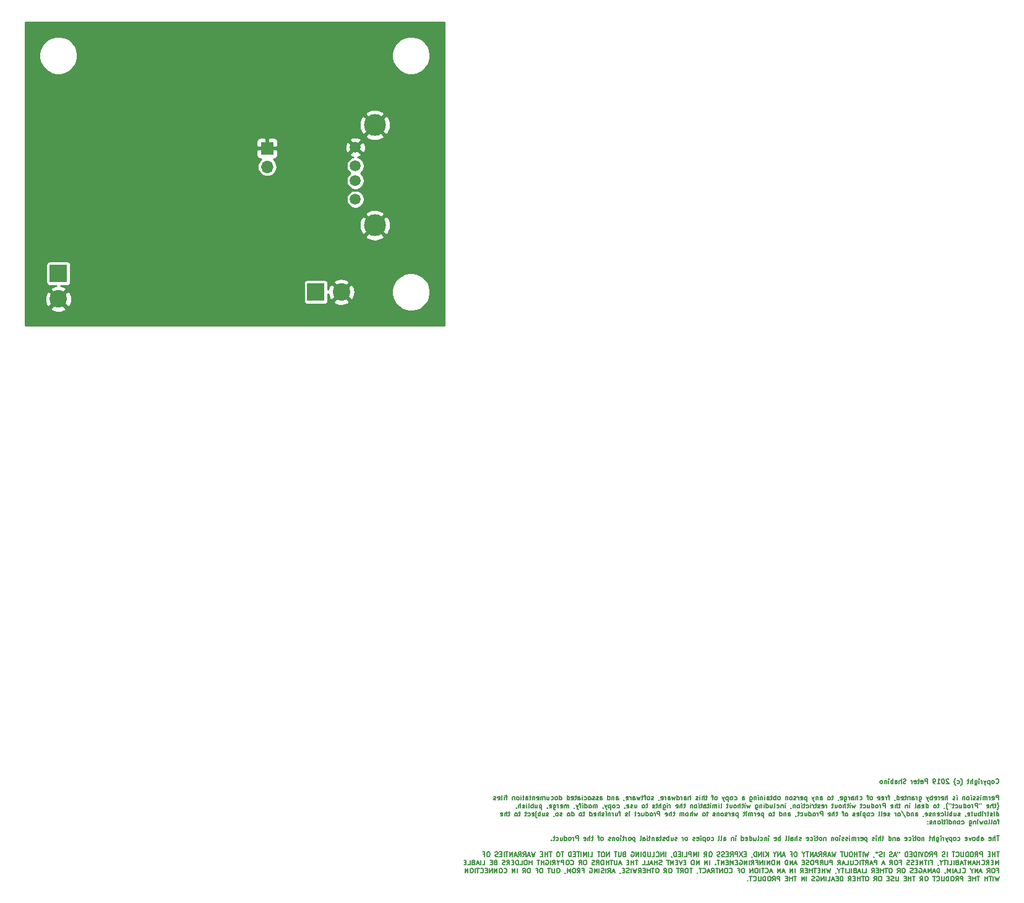
<source format=gbl>
G04 #@! TF.GenerationSoftware,KiCad,Pcbnew,(5.1.0)-1*
G04 #@! TF.CreationDate,2019-08-10T18:49:58-05:00*
G04 #@! TF.ProjectId,TS2596_24V_to_5V_3A_reg,54533235-3936-45f3-9234-565f746f5f35,V0*
G04 #@! TF.SameCoordinates,Original*
G04 #@! TF.FileFunction,Copper,L2,Bot*
G04 #@! TF.FilePolarity,Positive*
%FSLAX46Y46*%
G04 Gerber Fmt 4.6, Leading zero omitted, Abs format (unit mm)*
G04 Created by KiCad (PCBNEW (5.1.0)-1) date 2019-08-10 18:49:58*
%MOMM*%
%LPD*%
G04 APERTURE LIST*
%ADD10C,0.158750*%
%ADD11C,1.500000*%
%ADD12C,3.000000*%
%ADD13R,1.700000X1.700000*%
%ADD14O,1.700000X1.700000*%
%ADD15C,2.400000*%
%ADD16R,2.400000X2.400000*%
%ADD17C,0.690000*%
%ADD18C,1.016000*%
%ADD19C,0.254000*%
G04 APERTURE END LIST*
D10*
X281322764Y-167549285D02*
X281353002Y-167579523D01*
X281443717Y-167609761D01*
X281504193Y-167609761D01*
X281594907Y-167579523D01*
X281655383Y-167519047D01*
X281685622Y-167458571D01*
X281715860Y-167337619D01*
X281715860Y-167246904D01*
X281685622Y-167125952D01*
X281655383Y-167065476D01*
X281594907Y-167005000D01*
X281504193Y-166974761D01*
X281443717Y-166974761D01*
X281353002Y-167005000D01*
X281322764Y-167035238D01*
X280959907Y-167609761D02*
X281020383Y-167579523D01*
X281050622Y-167549285D01*
X281080860Y-167488809D01*
X281080860Y-167307380D01*
X281050622Y-167246904D01*
X281020383Y-167216666D01*
X280959907Y-167186428D01*
X280869193Y-167186428D01*
X280808717Y-167216666D01*
X280778479Y-167246904D01*
X280748241Y-167307380D01*
X280748241Y-167488809D01*
X280778479Y-167549285D01*
X280808717Y-167579523D01*
X280869193Y-167609761D01*
X280959907Y-167609761D01*
X280476098Y-167186428D02*
X280476098Y-167821428D01*
X280476098Y-167216666D02*
X280415622Y-167186428D01*
X280294669Y-167186428D01*
X280234193Y-167216666D01*
X280203955Y-167246904D01*
X280173717Y-167307380D01*
X280173717Y-167488809D01*
X280203955Y-167549285D01*
X280234193Y-167579523D01*
X280294669Y-167609761D01*
X280415622Y-167609761D01*
X280476098Y-167579523D01*
X279962050Y-167186428D02*
X279810860Y-167609761D01*
X279659669Y-167186428D02*
X279810860Y-167609761D01*
X279871336Y-167760952D01*
X279901574Y-167791190D01*
X279962050Y-167821428D01*
X279417764Y-167609761D02*
X279417764Y-167186428D01*
X279417764Y-167307380D02*
X279387526Y-167246904D01*
X279357288Y-167216666D01*
X279296812Y-167186428D01*
X279236336Y-167186428D01*
X279024669Y-167609761D02*
X279024669Y-167186428D01*
X279024669Y-166974761D02*
X279054907Y-167005000D01*
X279024669Y-167035238D01*
X278994431Y-167005000D01*
X279024669Y-166974761D01*
X279024669Y-167035238D01*
X278450145Y-167186428D02*
X278450145Y-167700476D01*
X278480383Y-167760952D01*
X278510622Y-167791190D01*
X278571098Y-167821428D01*
X278661812Y-167821428D01*
X278722288Y-167791190D01*
X278450145Y-167579523D02*
X278510622Y-167609761D01*
X278631574Y-167609761D01*
X278692050Y-167579523D01*
X278722288Y-167549285D01*
X278752526Y-167488809D01*
X278752526Y-167307380D01*
X278722288Y-167246904D01*
X278692050Y-167216666D01*
X278631574Y-167186428D01*
X278510622Y-167186428D01*
X278450145Y-167216666D01*
X278147764Y-167609761D02*
X278147764Y-166974761D01*
X277875622Y-167609761D02*
X277875622Y-167277142D01*
X277905860Y-167216666D01*
X277966336Y-167186428D01*
X278057050Y-167186428D01*
X278117526Y-167216666D01*
X278147764Y-167246904D01*
X277663955Y-167186428D02*
X277422050Y-167186428D01*
X277573241Y-166974761D02*
X277573241Y-167519047D01*
X277543002Y-167579523D01*
X277482526Y-167609761D01*
X277422050Y-167609761D01*
X276545145Y-167851666D02*
X276575383Y-167821428D01*
X276635860Y-167730714D01*
X276666098Y-167670238D01*
X276696336Y-167579523D01*
X276726574Y-167428333D01*
X276726574Y-167307380D01*
X276696336Y-167156190D01*
X276666098Y-167065476D01*
X276635860Y-167005000D01*
X276575383Y-166914285D01*
X276545145Y-166884047D01*
X276031098Y-167579523D02*
X276091574Y-167609761D01*
X276212526Y-167609761D01*
X276273002Y-167579523D01*
X276303241Y-167549285D01*
X276333479Y-167488809D01*
X276333479Y-167307380D01*
X276303241Y-167246904D01*
X276273002Y-167216666D01*
X276212526Y-167186428D01*
X276091574Y-167186428D01*
X276031098Y-167216666D01*
X275819431Y-167851666D02*
X275789193Y-167821428D01*
X275728717Y-167730714D01*
X275698479Y-167670238D01*
X275668241Y-167579523D01*
X275638002Y-167428333D01*
X275638002Y-167307380D01*
X275668241Y-167156190D01*
X275698479Y-167065476D01*
X275728717Y-167005000D01*
X275789193Y-166914285D01*
X275819431Y-166884047D01*
X274882050Y-167035238D02*
X274851812Y-167005000D01*
X274791336Y-166974761D01*
X274640145Y-166974761D01*
X274579669Y-167005000D01*
X274549431Y-167035238D01*
X274519193Y-167095714D01*
X274519193Y-167156190D01*
X274549431Y-167246904D01*
X274912288Y-167609761D01*
X274519193Y-167609761D01*
X274126098Y-166974761D02*
X274065622Y-166974761D01*
X274005145Y-167005000D01*
X273974907Y-167035238D01*
X273944669Y-167095714D01*
X273914431Y-167216666D01*
X273914431Y-167367857D01*
X273944669Y-167488809D01*
X273974907Y-167549285D01*
X274005145Y-167579523D01*
X274065622Y-167609761D01*
X274126098Y-167609761D01*
X274186574Y-167579523D01*
X274216812Y-167549285D01*
X274247050Y-167488809D01*
X274277288Y-167367857D01*
X274277288Y-167216666D01*
X274247050Y-167095714D01*
X274216812Y-167035238D01*
X274186574Y-167005000D01*
X274126098Y-166974761D01*
X273309669Y-167609761D02*
X273672526Y-167609761D01*
X273491098Y-167609761D02*
X273491098Y-166974761D01*
X273551574Y-167065476D01*
X273612050Y-167125952D01*
X273672526Y-167156190D01*
X273007288Y-167609761D02*
X272886336Y-167609761D01*
X272825860Y-167579523D01*
X272795622Y-167549285D01*
X272735145Y-167458571D01*
X272704907Y-167337619D01*
X272704907Y-167095714D01*
X272735145Y-167035238D01*
X272765383Y-167005000D01*
X272825860Y-166974761D01*
X272946812Y-166974761D01*
X273007288Y-167005000D01*
X273037526Y-167035238D01*
X273067764Y-167095714D01*
X273067764Y-167246904D01*
X273037526Y-167307380D01*
X273007288Y-167337619D01*
X272946812Y-167367857D01*
X272825860Y-167367857D01*
X272765383Y-167337619D01*
X272735145Y-167307380D01*
X272704907Y-167246904D01*
X271948955Y-167609761D02*
X271948955Y-166974761D01*
X271707050Y-166974761D01*
X271646574Y-167005000D01*
X271616336Y-167035238D01*
X271586098Y-167095714D01*
X271586098Y-167186428D01*
X271616336Y-167246904D01*
X271646574Y-167277142D01*
X271707050Y-167307380D01*
X271948955Y-167307380D01*
X271072050Y-167579523D02*
X271132526Y-167609761D01*
X271253479Y-167609761D01*
X271313955Y-167579523D01*
X271344193Y-167519047D01*
X271344193Y-167277142D01*
X271313955Y-167216666D01*
X271253479Y-167186428D01*
X271132526Y-167186428D01*
X271072050Y-167216666D01*
X271041812Y-167277142D01*
X271041812Y-167337619D01*
X271344193Y-167398095D01*
X270860383Y-167186428D02*
X270618479Y-167186428D01*
X270769669Y-166974761D02*
X270769669Y-167519047D01*
X270739431Y-167579523D01*
X270678955Y-167609761D01*
X270618479Y-167609761D01*
X270164907Y-167579523D02*
X270225383Y-167609761D01*
X270346336Y-167609761D01*
X270406812Y-167579523D01*
X270437050Y-167519047D01*
X270437050Y-167277142D01*
X270406812Y-167216666D01*
X270346336Y-167186428D01*
X270225383Y-167186428D01*
X270164907Y-167216666D01*
X270134669Y-167277142D01*
X270134669Y-167337619D01*
X270437050Y-167398095D01*
X269862526Y-167609761D02*
X269862526Y-167186428D01*
X269862526Y-167307380D02*
X269832288Y-167246904D01*
X269802050Y-167216666D01*
X269741574Y-167186428D01*
X269681098Y-167186428D01*
X269015860Y-167579523D02*
X268925145Y-167609761D01*
X268773955Y-167609761D01*
X268713479Y-167579523D01*
X268683241Y-167549285D01*
X268653002Y-167488809D01*
X268653002Y-167428333D01*
X268683241Y-167367857D01*
X268713479Y-167337619D01*
X268773955Y-167307380D01*
X268894907Y-167277142D01*
X268955383Y-167246904D01*
X268985622Y-167216666D01*
X269015860Y-167156190D01*
X269015860Y-167095714D01*
X268985622Y-167035238D01*
X268955383Y-167005000D01*
X268894907Y-166974761D01*
X268743717Y-166974761D01*
X268653002Y-167005000D01*
X268380860Y-167609761D02*
X268380860Y-166974761D01*
X268108717Y-167609761D02*
X268108717Y-167277142D01*
X268138955Y-167216666D01*
X268199431Y-167186428D01*
X268290145Y-167186428D01*
X268350622Y-167216666D01*
X268380860Y-167246904D01*
X267534193Y-167609761D02*
X267534193Y-167277142D01*
X267564431Y-167216666D01*
X267624907Y-167186428D01*
X267745860Y-167186428D01*
X267806336Y-167216666D01*
X267534193Y-167579523D02*
X267594669Y-167609761D01*
X267745860Y-167609761D01*
X267806336Y-167579523D01*
X267836574Y-167519047D01*
X267836574Y-167458571D01*
X267806336Y-167398095D01*
X267745860Y-167367857D01*
X267594669Y-167367857D01*
X267534193Y-167337619D01*
X267231812Y-167609761D02*
X267231812Y-166974761D01*
X267231812Y-167216666D02*
X267171336Y-167186428D01*
X267050383Y-167186428D01*
X266989907Y-167216666D01*
X266959669Y-167246904D01*
X266929431Y-167307380D01*
X266929431Y-167488809D01*
X266959669Y-167549285D01*
X266989907Y-167579523D01*
X267050383Y-167609761D01*
X267171336Y-167609761D01*
X267231812Y-167579523D01*
X266657288Y-167609761D02*
X266657288Y-167186428D01*
X266657288Y-166974761D02*
X266687526Y-167005000D01*
X266657288Y-167035238D01*
X266627050Y-167005000D01*
X266657288Y-166974761D01*
X266657288Y-167035238D01*
X266354907Y-167186428D02*
X266354907Y-167609761D01*
X266354907Y-167246904D02*
X266324669Y-167216666D01*
X266264193Y-167186428D01*
X266173479Y-167186428D01*
X266113002Y-167216666D01*
X266082764Y-167277142D01*
X266082764Y-167609761D01*
X265689669Y-167609761D02*
X265750145Y-167579523D01*
X265780383Y-167549285D01*
X265810622Y-167488809D01*
X265810622Y-167307380D01*
X265780383Y-167246904D01*
X265750145Y-167216666D01*
X265689669Y-167186428D01*
X265598955Y-167186428D01*
X265538479Y-167216666D01*
X265508241Y-167246904D01*
X265478002Y-167307380D01*
X265478002Y-167488809D01*
X265508241Y-167549285D01*
X265538479Y-167579523D01*
X265598955Y-167609761D01*
X265689669Y-167609761D01*
X281685622Y-169832261D02*
X281685622Y-169197261D01*
X281443717Y-169197261D01*
X281383241Y-169227500D01*
X281353002Y-169257738D01*
X281322764Y-169318214D01*
X281322764Y-169408928D01*
X281353002Y-169469404D01*
X281383241Y-169499642D01*
X281443717Y-169529880D01*
X281685622Y-169529880D01*
X280808717Y-169802023D02*
X280869193Y-169832261D01*
X280990145Y-169832261D01*
X281050622Y-169802023D01*
X281080860Y-169741547D01*
X281080860Y-169499642D01*
X281050622Y-169439166D01*
X280990145Y-169408928D01*
X280869193Y-169408928D01*
X280808717Y-169439166D01*
X280778479Y-169499642D01*
X280778479Y-169560119D01*
X281080860Y-169620595D01*
X280506336Y-169832261D02*
X280506336Y-169408928D01*
X280506336Y-169529880D02*
X280476098Y-169469404D01*
X280445860Y-169439166D01*
X280385383Y-169408928D01*
X280324907Y-169408928D01*
X280113241Y-169832261D02*
X280113241Y-169408928D01*
X280113241Y-169469404D02*
X280083002Y-169439166D01*
X280022526Y-169408928D01*
X279931812Y-169408928D01*
X279871336Y-169439166D01*
X279841098Y-169499642D01*
X279841098Y-169832261D01*
X279841098Y-169499642D02*
X279810860Y-169439166D01*
X279750383Y-169408928D01*
X279659669Y-169408928D01*
X279599193Y-169439166D01*
X279568955Y-169499642D01*
X279568955Y-169832261D01*
X279266574Y-169832261D02*
X279266574Y-169408928D01*
X279266574Y-169197261D02*
X279296812Y-169227500D01*
X279266574Y-169257738D01*
X279236336Y-169227500D01*
X279266574Y-169197261D01*
X279266574Y-169257738D01*
X278994431Y-169802023D02*
X278933955Y-169832261D01*
X278813002Y-169832261D01*
X278752526Y-169802023D01*
X278722288Y-169741547D01*
X278722288Y-169711309D01*
X278752526Y-169650833D01*
X278813002Y-169620595D01*
X278903717Y-169620595D01*
X278964193Y-169590357D01*
X278994431Y-169529880D01*
X278994431Y-169499642D01*
X278964193Y-169439166D01*
X278903717Y-169408928D01*
X278813002Y-169408928D01*
X278752526Y-169439166D01*
X278480383Y-169802023D02*
X278419907Y-169832261D01*
X278298955Y-169832261D01*
X278238479Y-169802023D01*
X278208241Y-169741547D01*
X278208241Y-169711309D01*
X278238479Y-169650833D01*
X278298955Y-169620595D01*
X278389669Y-169620595D01*
X278450145Y-169590357D01*
X278480383Y-169529880D01*
X278480383Y-169499642D01*
X278450145Y-169439166D01*
X278389669Y-169408928D01*
X278298955Y-169408928D01*
X278238479Y-169439166D01*
X277936098Y-169832261D02*
X277936098Y-169408928D01*
X277936098Y-169197261D02*
X277966336Y-169227500D01*
X277936098Y-169257738D01*
X277905860Y-169227500D01*
X277936098Y-169197261D01*
X277936098Y-169257738D01*
X277543002Y-169832261D02*
X277603479Y-169802023D01*
X277633717Y-169771785D01*
X277663955Y-169711309D01*
X277663955Y-169529880D01*
X277633717Y-169469404D01*
X277603479Y-169439166D01*
X277543002Y-169408928D01*
X277452288Y-169408928D01*
X277391812Y-169439166D01*
X277361574Y-169469404D01*
X277331336Y-169529880D01*
X277331336Y-169711309D01*
X277361574Y-169771785D01*
X277391812Y-169802023D01*
X277452288Y-169832261D01*
X277543002Y-169832261D01*
X277059193Y-169408928D02*
X277059193Y-169832261D01*
X277059193Y-169469404D02*
X277028955Y-169439166D01*
X276968479Y-169408928D01*
X276877764Y-169408928D01*
X276817288Y-169439166D01*
X276787050Y-169499642D01*
X276787050Y-169832261D01*
X276000860Y-169832261D02*
X276000860Y-169408928D01*
X276000860Y-169197261D02*
X276031098Y-169227500D01*
X276000860Y-169257738D01*
X275970622Y-169227500D01*
X276000860Y-169197261D01*
X276000860Y-169257738D01*
X275728717Y-169802023D02*
X275668241Y-169832261D01*
X275547288Y-169832261D01*
X275486812Y-169802023D01*
X275456574Y-169741547D01*
X275456574Y-169711309D01*
X275486812Y-169650833D01*
X275547288Y-169620595D01*
X275638002Y-169620595D01*
X275698479Y-169590357D01*
X275728717Y-169529880D01*
X275728717Y-169499642D01*
X275698479Y-169439166D01*
X275638002Y-169408928D01*
X275547288Y-169408928D01*
X275486812Y-169439166D01*
X274700622Y-169832261D02*
X274700622Y-169197261D01*
X274428479Y-169832261D02*
X274428479Y-169499642D01*
X274458717Y-169439166D01*
X274519193Y-169408928D01*
X274609907Y-169408928D01*
X274670383Y-169439166D01*
X274700622Y-169469404D01*
X273884193Y-169802023D02*
X273944669Y-169832261D01*
X274065622Y-169832261D01*
X274126098Y-169802023D01*
X274156336Y-169741547D01*
X274156336Y-169499642D01*
X274126098Y-169439166D01*
X274065622Y-169408928D01*
X273944669Y-169408928D01*
X273884193Y-169439166D01*
X273853955Y-169499642D01*
X273853955Y-169560119D01*
X274156336Y-169620595D01*
X273581812Y-169832261D02*
X273581812Y-169408928D01*
X273581812Y-169529880D02*
X273551574Y-169469404D01*
X273521336Y-169439166D01*
X273460860Y-169408928D01*
X273400383Y-169408928D01*
X272946812Y-169802023D02*
X273007288Y-169832261D01*
X273128241Y-169832261D01*
X273188717Y-169802023D01*
X273218955Y-169741547D01*
X273218955Y-169499642D01*
X273188717Y-169439166D01*
X273128241Y-169408928D01*
X273007288Y-169408928D01*
X272946812Y-169439166D01*
X272916574Y-169499642D01*
X272916574Y-169560119D01*
X273218955Y-169620595D01*
X272644431Y-169832261D02*
X272644431Y-169197261D01*
X272644431Y-169439166D02*
X272583955Y-169408928D01*
X272463002Y-169408928D01*
X272402526Y-169439166D01*
X272372288Y-169469404D01*
X272342050Y-169529880D01*
X272342050Y-169711309D01*
X272372288Y-169771785D01*
X272402526Y-169802023D01*
X272463002Y-169832261D01*
X272583955Y-169832261D01*
X272644431Y-169802023D01*
X272130383Y-169408928D02*
X271979193Y-169832261D01*
X271828002Y-169408928D02*
X271979193Y-169832261D01*
X272039669Y-169983452D01*
X272069907Y-170013690D01*
X272130383Y-170043928D01*
X270830145Y-169408928D02*
X270830145Y-169922976D01*
X270860383Y-169983452D01*
X270890622Y-170013690D01*
X270951098Y-170043928D01*
X271041812Y-170043928D01*
X271102288Y-170013690D01*
X270830145Y-169802023D02*
X270890622Y-169832261D01*
X271011574Y-169832261D01*
X271072050Y-169802023D01*
X271102288Y-169771785D01*
X271132526Y-169711309D01*
X271132526Y-169529880D01*
X271102288Y-169469404D01*
X271072050Y-169439166D01*
X271011574Y-169408928D01*
X270890622Y-169408928D01*
X270830145Y-169439166D01*
X270527764Y-169832261D02*
X270527764Y-169408928D01*
X270527764Y-169529880D02*
X270497526Y-169469404D01*
X270467288Y-169439166D01*
X270406812Y-169408928D01*
X270346336Y-169408928D01*
X269862526Y-169832261D02*
X269862526Y-169499642D01*
X269892764Y-169439166D01*
X269953241Y-169408928D01*
X270074193Y-169408928D01*
X270134669Y-169439166D01*
X269862526Y-169802023D02*
X269923002Y-169832261D01*
X270074193Y-169832261D01*
X270134669Y-169802023D01*
X270164907Y-169741547D01*
X270164907Y-169681071D01*
X270134669Y-169620595D01*
X270074193Y-169590357D01*
X269923002Y-169590357D01*
X269862526Y-169560119D01*
X269560145Y-169408928D02*
X269560145Y-169832261D01*
X269560145Y-169469404D02*
X269529907Y-169439166D01*
X269469431Y-169408928D01*
X269378717Y-169408928D01*
X269318241Y-169439166D01*
X269288002Y-169499642D01*
X269288002Y-169832261D01*
X269076336Y-169408928D02*
X268834431Y-169408928D01*
X268985622Y-169197261D02*
X268985622Y-169741547D01*
X268955383Y-169802023D01*
X268894907Y-169832261D01*
X268834431Y-169832261D01*
X268380860Y-169802023D02*
X268441336Y-169832261D01*
X268562288Y-169832261D01*
X268622764Y-169802023D01*
X268653002Y-169741547D01*
X268653002Y-169499642D01*
X268622764Y-169439166D01*
X268562288Y-169408928D01*
X268441336Y-169408928D01*
X268380860Y-169439166D01*
X268350622Y-169499642D01*
X268350622Y-169560119D01*
X268653002Y-169620595D01*
X267806336Y-169832261D02*
X267806336Y-169197261D01*
X267806336Y-169802023D02*
X267866812Y-169832261D01*
X267987764Y-169832261D01*
X268048241Y-169802023D01*
X268078479Y-169771785D01*
X268108717Y-169711309D01*
X268108717Y-169529880D01*
X268078479Y-169469404D01*
X268048241Y-169439166D01*
X267987764Y-169408928D01*
X267866812Y-169408928D01*
X267806336Y-169439166D01*
X267473717Y-169802023D02*
X267473717Y-169832261D01*
X267503955Y-169892738D01*
X267534193Y-169922976D01*
X266808479Y-169408928D02*
X266566574Y-169408928D01*
X266717764Y-169832261D02*
X266717764Y-169287976D01*
X266687526Y-169227500D01*
X266627050Y-169197261D01*
X266566574Y-169197261D01*
X266354907Y-169832261D02*
X266354907Y-169408928D01*
X266354907Y-169529880D02*
X266324669Y-169469404D01*
X266294431Y-169439166D01*
X266233955Y-169408928D01*
X266173479Y-169408928D01*
X265719907Y-169802023D02*
X265780383Y-169832261D01*
X265901336Y-169832261D01*
X265961812Y-169802023D01*
X265992050Y-169741547D01*
X265992050Y-169499642D01*
X265961812Y-169439166D01*
X265901336Y-169408928D01*
X265780383Y-169408928D01*
X265719907Y-169439166D01*
X265689669Y-169499642D01*
X265689669Y-169560119D01*
X265992050Y-169620595D01*
X265175622Y-169802023D02*
X265236098Y-169832261D01*
X265357050Y-169832261D01*
X265417526Y-169802023D01*
X265447764Y-169741547D01*
X265447764Y-169499642D01*
X265417526Y-169439166D01*
X265357050Y-169408928D01*
X265236098Y-169408928D01*
X265175622Y-169439166D01*
X265145383Y-169499642D01*
X265145383Y-169560119D01*
X265447764Y-169620595D01*
X264298717Y-169832261D02*
X264359193Y-169802023D01*
X264389431Y-169771785D01*
X264419669Y-169711309D01*
X264419669Y-169529880D01*
X264389431Y-169469404D01*
X264359193Y-169439166D01*
X264298717Y-169408928D01*
X264208002Y-169408928D01*
X264147526Y-169439166D01*
X264117288Y-169469404D01*
X264087050Y-169529880D01*
X264087050Y-169711309D01*
X264117288Y-169771785D01*
X264147526Y-169802023D01*
X264208002Y-169832261D01*
X264298717Y-169832261D01*
X263905622Y-169408928D02*
X263663717Y-169408928D01*
X263814907Y-169832261D02*
X263814907Y-169287976D01*
X263784669Y-169227500D01*
X263724193Y-169197261D01*
X263663717Y-169197261D01*
X262696098Y-169802023D02*
X262756574Y-169832261D01*
X262877526Y-169832261D01*
X262938002Y-169802023D01*
X262968241Y-169771785D01*
X262998479Y-169711309D01*
X262998479Y-169529880D01*
X262968241Y-169469404D01*
X262938002Y-169439166D01*
X262877526Y-169408928D01*
X262756574Y-169408928D01*
X262696098Y-169439166D01*
X262423955Y-169832261D02*
X262423955Y-169197261D01*
X262151812Y-169832261D02*
X262151812Y-169499642D01*
X262182050Y-169439166D01*
X262242526Y-169408928D01*
X262333241Y-169408928D01*
X262393717Y-169439166D01*
X262423955Y-169469404D01*
X261577288Y-169832261D02*
X261577288Y-169499642D01*
X261607526Y-169439166D01*
X261668002Y-169408928D01*
X261788955Y-169408928D01*
X261849431Y-169439166D01*
X261577288Y-169802023D02*
X261637764Y-169832261D01*
X261788955Y-169832261D01*
X261849431Y-169802023D01*
X261879669Y-169741547D01*
X261879669Y-169681071D01*
X261849431Y-169620595D01*
X261788955Y-169590357D01*
X261637764Y-169590357D01*
X261577288Y-169560119D01*
X261274907Y-169832261D02*
X261274907Y-169408928D01*
X261274907Y-169529880D02*
X261244669Y-169469404D01*
X261214431Y-169439166D01*
X261153955Y-169408928D01*
X261093479Y-169408928D01*
X260609669Y-169408928D02*
X260609669Y-169922976D01*
X260639907Y-169983452D01*
X260670145Y-170013690D01*
X260730622Y-170043928D01*
X260821336Y-170043928D01*
X260881812Y-170013690D01*
X260609669Y-169802023D02*
X260670145Y-169832261D01*
X260791098Y-169832261D01*
X260851574Y-169802023D01*
X260881812Y-169771785D01*
X260912050Y-169711309D01*
X260912050Y-169529880D01*
X260881812Y-169469404D01*
X260851574Y-169439166D01*
X260791098Y-169408928D01*
X260670145Y-169408928D01*
X260609669Y-169439166D01*
X260065383Y-169802023D02*
X260125860Y-169832261D01*
X260246812Y-169832261D01*
X260307288Y-169802023D01*
X260337526Y-169741547D01*
X260337526Y-169499642D01*
X260307288Y-169439166D01*
X260246812Y-169408928D01*
X260125860Y-169408928D01*
X260065383Y-169439166D01*
X260035145Y-169499642D01*
X260035145Y-169560119D01*
X260337526Y-169620595D01*
X259732764Y-169802023D02*
X259732764Y-169832261D01*
X259763002Y-169892738D01*
X259793241Y-169922976D01*
X259067526Y-169408928D02*
X258825622Y-169408928D01*
X258976812Y-169197261D02*
X258976812Y-169741547D01*
X258946574Y-169802023D01*
X258886098Y-169832261D01*
X258825622Y-169832261D01*
X258523241Y-169832261D02*
X258583717Y-169802023D01*
X258613955Y-169771785D01*
X258644193Y-169711309D01*
X258644193Y-169529880D01*
X258613955Y-169469404D01*
X258583717Y-169439166D01*
X258523241Y-169408928D01*
X258432526Y-169408928D01*
X258372050Y-169439166D01*
X258341812Y-169469404D01*
X258311574Y-169529880D01*
X258311574Y-169711309D01*
X258341812Y-169771785D01*
X258372050Y-169802023D01*
X258432526Y-169832261D01*
X258523241Y-169832261D01*
X257283479Y-169832261D02*
X257283479Y-169499642D01*
X257313717Y-169439166D01*
X257374193Y-169408928D01*
X257495145Y-169408928D01*
X257555622Y-169439166D01*
X257283479Y-169802023D02*
X257343955Y-169832261D01*
X257495145Y-169832261D01*
X257555622Y-169802023D01*
X257585860Y-169741547D01*
X257585860Y-169681071D01*
X257555622Y-169620595D01*
X257495145Y-169590357D01*
X257343955Y-169590357D01*
X257283479Y-169560119D01*
X256981098Y-169408928D02*
X256981098Y-169832261D01*
X256981098Y-169469404D02*
X256950860Y-169439166D01*
X256890383Y-169408928D01*
X256799669Y-169408928D01*
X256739193Y-169439166D01*
X256708955Y-169499642D01*
X256708955Y-169832261D01*
X256467050Y-169408928D02*
X256315860Y-169832261D01*
X256164669Y-169408928D02*
X256315860Y-169832261D01*
X256376336Y-169983452D01*
X256406574Y-170013690D01*
X256467050Y-170043928D01*
X255438955Y-169408928D02*
X255438955Y-170043928D01*
X255438955Y-169439166D02*
X255378479Y-169408928D01*
X255257526Y-169408928D01*
X255197050Y-169439166D01*
X255166812Y-169469404D01*
X255136574Y-169529880D01*
X255136574Y-169711309D01*
X255166812Y-169771785D01*
X255197050Y-169802023D01*
X255257526Y-169832261D01*
X255378479Y-169832261D01*
X255438955Y-169802023D01*
X254622526Y-169802023D02*
X254683002Y-169832261D01*
X254803955Y-169832261D01*
X254864431Y-169802023D01*
X254894669Y-169741547D01*
X254894669Y-169499642D01*
X254864431Y-169439166D01*
X254803955Y-169408928D01*
X254683002Y-169408928D01*
X254622526Y-169439166D01*
X254592288Y-169499642D01*
X254592288Y-169560119D01*
X254894669Y-169620595D01*
X254320145Y-169832261D02*
X254320145Y-169408928D01*
X254320145Y-169529880D02*
X254289907Y-169469404D01*
X254259669Y-169439166D01*
X254199193Y-169408928D01*
X254138717Y-169408928D01*
X253957288Y-169802023D02*
X253896812Y-169832261D01*
X253775860Y-169832261D01*
X253715383Y-169802023D01*
X253685145Y-169741547D01*
X253685145Y-169711309D01*
X253715383Y-169650833D01*
X253775860Y-169620595D01*
X253866574Y-169620595D01*
X253927050Y-169590357D01*
X253957288Y-169529880D01*
X253957288Y-169499642D01*
X253927050Y-169439166D01*
X253866574Y-169408928D01*
X253775860Y-169408928D01*
X253715383Y-169439166D01*
X253322288Y-169832261D02*
X253382764Y-169802023D01*
X253413002Y-169771785D01*
X253443241Y-169711309D01*
X253443241Y-169529880D01*
X253413002Y-169469404D01*
X253382764Y-169439166D01*
X253322288Y-169408928D01*
X253231574Y-169408928D01*
X253171098Y-169439166D01*
X253140860Y-169469404D01*
X253110622Y-169529880D01*
X253110622Y-169711309D01*
X253140860Y-169771785D01*
X253171098Y-169802023D01*
X253231574Y-169832261D01*
X253322288Y-169832261D01*
X252838479Y-169408928D02*
X252838479Y-169832261D01*
X252838479Y-169469404D02*
X252808241Y-169439166D01*
X252747764Y-169408928D01*
X252657050Y-169408928D01*
X252596574Y-169439166D01*
X252566336Y-169499642D01*
X252566336Y-169832261D01*
X251689431Y-169832261D02*
X251749907Y-169802023D01*
X251780145Y-169771785D01*
X251810383Y-169711309D01*
X251810383Y-169529880D01*
X251780145Y-169469404D01*
X251749907Y-169439166D01*
X251689431Y-169408928D01*
X251598717Y-169408928D01*
X251538241Y-169439166D01*
X251508002Y-169469404D01*
X251477764Y-169529880D01*
X251477764Y-169711309D01*
X251508002Y-169771785D01*
X251538241Y-169802023D01*
X251598717Y-169832261D01*
X251689431Y-169832261D01*
X251205622Y-169832261D02*
X251205622Y-169197261D01*
X251205622Y-169439166D02*
X251145145Y-169408928D01*
X251024193Y-169408928D01*
X250963717Y-169439166D01*
X250933479Y-169469404D01*
X250903241Y-169529880D01*
X250903241Y-169711309D01*
X250933479Y-169771785D01*
X250963717Y-169802023D01*
X251024193Y-169832261D01*
X251145145Y-169832261D01*
X251205622Y-169802023D01*
X250721812Y-169408928D02*
X250479907Y-169408928D01*
X250631098Y-169197261D02*
X250631098Y-169741547D01*
X250600860Y-169802023D01*
X250540383Y-169832261D01*
X250479907Y-169832261D01*
X249996098Y-169832261D02*
X249996098Y-169499642D01*
X250026336Y-169439166D01*
X250086812Y-169408928D01*
X250207764Y-169408928D01*
X250268241Y-169439166D01*
X249996098Y-169802023D02*
X250056574Y-169832261D01*
X250207764Y-169832261D01*
X250268241Y-169802023D01*
X250298479Y-169741547D01*
X250298479Y-169681071D01*
X250268241Y-169620595D01*
X250207764Y-169590357D01*
X250056574Y-169590357D01*
X249996098Y-169560119D01*
X249693717Y-169832261D02*
X249693717Y-169408928D01*
X249693717Y-169197261D02*
X249723955Y-169227500D01*
X249693717Y-169257738D01*
X249663479Y-169227500D01*
X249693717Y-169197261D01*
X249693717Y-169257738D01*
X249391336Y-169408928D02*
X249391336Y-169832261D01*
X249391336Y-169469404D02*
X249361098Y-169439166D01*
X249300622Y-169408928D01*
X249209907Y-169408928D01*
X249149431Y-169439166D01*
X249119193Y-169499642D01*
X249119193Y-169832261D01*
X248816812Y-169832261D02*
X248816812Y-169408928D01*
X248816812Y-169197261D02*
X248847050Y-169227500D01*
X248816812Y-169257738D01*
X248786574Y-169227500D01*
X248816812Y-169197261D01*
X248816812Y-169257738D01*
X248514431Y-169408928D02*
X248514431Y-169832261D01*
X248514431Y-169469404D02*
X248484193Y-169439166D01*
X248423717Y-169408928D01*
X248333002Y-169408928D01*
X248272526Y-169439166D01*
X248242288Y-169499642D01*
X248242288Y-169832261D01*
X247667764Y-169408928D02*
X247667764Y-169922976D01*
X247698002Y-169983452D01*
X247728241Y-170013690D01*
X247788717Y-170043928D01*
X247879431Y-170043928D01*
X247939907Y-170013690D01*
X247667764Y-169802023D02*
X247728241Y-169832261D01*
X247849193Y-169832261D01*
X247909669Y-169802023D01*
X247939907Y-169771785D01*
X247970145Y-169711309D01*
X247970145Y-169529880D01*
X247939907Y-169469404D01*
X247909669Y-169439166D01*
X247849193Y-169408928D01*
X247728241Y-169408928D01*
X247667764Y-169439166D01*
X246609431Y-169832261D02*
X246609431Y-169499642D01*
X246639669Y-169439166D01*
X246700145Y-169408928D01*
X246821098Y-169408928D01*
X246881574Y-169439166D01*
X246609431Y-169802023D02*
X246669907Y-169832261D01*
X246821098Y-169832261D01*
X246881574Y-169802023D01*
X246911812Y-169741547D01*
X246911812Y-169681071D01*
X246881574Y-169620595D01*
X246821098Y-169590357D01*
X246669907Y-169590357D01*
X246609431Y-169560119D01*
X245551098Y-169802023D02*
X245611574Y-169832261D01*
X245732526Y-169832261D01*
X245793002Y-169802023D01*
X245823241Y-169771785D01*
X245853479Y-169711309D01*
X245853479Y-169529880D01*
X245823241Y-169469404D01*
X245793002Y-169439166D01*
X245732526Y-169408928D01*
X245611574Y-169408928D01*
X245551098Y-169439166D01*
X245188241Y-169832261D02*
X245248717Y-169802023D01*
X245278955Y-169771785D01*
X245309193Y-169711309D01*
X245309193Y-169529880D01*
X245278955Y-169469404D01*
X245248717Y-169439166D01*
X245188241Y-169408928D01*
X245097526Y-169408928D01*
X245037050Y-169439166D01*
X245006812Y-169469404D01*
X244976574Y-169529880D01*
X244976574Y-169711309D01*
X245006812Y-169771785D01*
X245037050Y-169802023D01*
X245097526Y-169832261D01*
X245188241Y-169832261D01*
X244704431Y-169408928D02*
X244704431Y-170043928D01*
X244704431Y-169439166D02*
X244643955Y-169408928D01*
X244523002Y-169408928D01*
X244462526Y-169439166D01*
X244432288Y-169469404D01*
X244402050Y-169529880D01*
X244402050Y-169711309D01*
X244432288Y-169771785D01*
X244462526Y-169802023D01*
X244523002Y-169832261D01*
X244643955Y-169832261D01*
X244704431Y-169802023D01*
X244190383Y-169408928D02*
X244039193Y-169832261D01*
X243888002Y-169408928D02*
X244039193Y-169832261D01*
X244099669Y-169983452D01*
X244129907Y-170013690D01*
X244190383Y-170043928D01*
X243071574Y-169832261D02*
X243132050Y-169802023D01*
X243162288Y-169771785D01*
X243192526Y-169711309D01*
X243192526Y-169529880D01*
X243162288Y-169469404D01*
X243132050Y-169439166D01*
X243071574Y-169408928D01*
X242980860Y-169408928D01*
X242920383Y-169439166D01*
X242890145Y-169469404D01*
X242859907Y-169529880D01*
X242859907Y-169711309D01*
X242890145Y-169771785D01*
X242920383Y-169802023D01*
X242980860Y-169832261D01*
X243071574Y-169832261D01*
X242678479Y-169408928D02*
X242436574Y-169408928D01*
X242587764Y-169832261D02*
X242587764Y-169287976D01*
X242557526Y-169227500D01*
X242497050Y-169197261D01*
X242436574Y-169197261D01*
X241831812Y-169408928D02*
X241589907Y-169408928D01*
X241741098Y-169197261D02*
X241741098Y-169741547D01*
X241710860Y-169802023D01*
X241650383Y-169832261D01*
X241589907Y-169832261D01*
X241378241Y-169832261D02*
X241378241Y-169197261D01*
X241106098Y-169832261D02*
X241106098Y-169499642D01*
X241136336Y-169439166D01*
X241196812Y-169408928D01*
X241287526Y-169408928D01*
X241348002Y-169439166D01*
X241378241Y-169469404D01*
X240803717Y-169832261D02*
X240803717Y-169408928D01*
X240803717Y-169197261D02*
X240833955Y-169227500D01*
X240803717Y-169257738D01*
X240773479Y-169227500D01*
X240803717Y-169197261D01*
X240803717Y-169257738D01*
X240531574Y-169802023D02*
X240471098Y-169832261D01*
X240350145Y-169832261D01*
X240289669Y-169802023D01*
X240259431Y-169741547D01*
X240259431Y-169711309D01*
X240289669Y-169650833D01*
X240350145Y-169620595D01*
X240440860Y-169620595D01*
X240501336Y-169590357D01*
X240531574Y-169529880D01*
X240531574Y-169499642D01*
X240501336Y-169439166D01*
X240440860Y-169408928D01*
X240350145Y-169408928D01*
X240289669Y-169439166D01*
X239503479Y-169832261D02*
X239503479Y-169197261D01*
X239231336Y-169832261D02*
X239231336Y-169499642D01*
X239261574Y-169439166D01*
X239322050Y-169408928D01*
X239412764Y-169408928D01*
X239473241Y-169439166D01*
X239503479Y-169469404D01*
X238656812Y-169832261D02*
X238656812Y-169499642D01*
X238687050Y-169439166D01*
X238747526Y-169408928D01*
X238868479Y-169408928D01*
X238928955Y-169439166D01*
X238656812Y-169802023D02*
X238717288Y-169832261D01*
X238868479Y-169832261D01*
X238928955Y-169802023D01*
X238959193Y-169741547D01*
X238959193Y-169681071D01*
X238928955Y-169620595D01*
X238868479Y-169590357D01*
X238717288Y-169590357D01*
X238656812Y-169560119D01*
X238354431Y-169832261D02*
X238354431Y-169408928D01*
X238354431Y-169529880D02*
X238324193Y-169469404D01*
X238293955Y-169439166D01*
X238233479Y-169408928D01*
X238173002Y-169408928D01*
X237689193Y-169832261D02*
X237689193Y-169197261D01*
X237689193Y-169802023D02*
X237749669Y-169832261D01*
X237870622Y-169832261D01*
X237931098Y-169802023D01*
X237961336Y-169771785D01*
X237991574Y-169711309D01*
X237991574Y-169529880D01*
X237961336Y-169469404D01*
X237931098Y-169439166D01*
X237870622Y-169408928D01*
X237749669Y-169408928D01*
X237689193Y-169439166D01*
X237447288Y-169408928D02*
X237326336Y-169832261D01*
X237205383Y-169529880D01*
X237084431Y-169832261D01*
X236963479Y-169408928D01*
X236449431Y-169832261D02*
X236449431Y-169499642D01*
X236479669Y-169439166D01*
X236540145Y-169408928D01*
X236661098Y-169408928D01*
X236721574Y-169439166D01*
X236449431Y-169802023D02*
X236509907Y-169832261D01*
X236661098Y-169832261D01*
X236721574Y-169802023D01*
X236751812Y-169741547D01*
X236751812Y-169681071D01*
X236721574Y-169620595D01*
X236661098Y-169590357D01*
X236509907Y-169590357D01*
X236449431Y-169560119D01*
X236147050Y-169832261D02*
X236147050Y-169408928D01*
X236147050Y-169529880D02*
X236116812Y-169469404D01*
X236086574Y-169439166D01*
X236026098Y-169408928D01*
X235965622Y-169408928D01*
X235512050Y-169802023D02*
X235572526Y-169832261D01*
X235693479Y-169832261D01*
X235753955Y-169802023D01*
X235784193Y-169741547D01*
X235784193Y-169499642D01*
X235753955Y-169439166D01*
X235693479Y-169408928D01*
X235572526Y-169408928D01*
X235512050Y-169439166D01*
X235481812Y-169499642D01*
X235481812Y-169560119D01*
X235784193Y-169620595D01*
X235179431Y-169802023D02*
X235179431Y-169832261D01*
X235209669Y-169892738D01*
X235239907Y-169922976D01*
X234453717Y-169802023D02*
X234393241Y-169832261D01*
X234272288Y-169832261D01*
X234211812Y-169802023D01*
X234181574Y-169741547D01*
X234181574Y-169711309D01*
X234211812Y-169650833D01*
X234272288Y-169620595D01*
X234363002Y-169620595D01*
X234423479Y-169590357D01*
X234453717Y-169529880D01*
X234453717Y-169499642D01*
X234423479Y-169439166D01*
X234363002Y-169408928D01*
X234272288Y-169408928D01*
X234211812Y-169439166D01*
X233818717Y-169832261D02*
X233879193Y-169802023D01*
X233909431Y-169771785D01*
X233939669Y-169711309D01*
X233939669Y-169529880D01*
X233909431Y-169469404D01*
X233879193Y-169439166D01*
X233818717Y-169408928D01*
X233728002Y-169408928D01*
X233667526Y-169439166D01*
X233637288Y-169469404D01*
X233607050Y-169529880D01*
X233607050Y-169711309D01*
X233637288Y-169771785D01*
X233667526Y-169802023D01*
X233728002Y-169832261D01*
X233818717Y-169832261D01*
X233425622Y-169408928D02*
X233183717Y-169408928D01*
X233334907Y-169832261D02*
X233334907Y-169287976D01*
X233304669Y-169227500D01*
X233244193Y-169197261D01*
X233183717Y-169197261D01*
X233062764Y-169408928D02*
X232820860Y-169408928D01*
X232972050Y-169197261D02*
X232972050Y-169741547D01*
X232941812Y-169802023D01*
X232881336Y-169832261D01*
X232820860Y-169832261D01*
X232669669Y-169408928D02*
X232548717Y-169832261D01*
X232427764Y-169529880D01*
X232306812Y-169832261D01*
X232185860Y-169408928D01*
X231671812Y-169832261D02*
X231671812Y-169499642D01*
X231702050Y-169439166D01*
X231762526Y-169408928D01*
X231883479Y-169408928D01*
X231943955Y-169439166D01*
X231671812Y-169802023D02*
X231732288Y-169832261D01*
X231883479Y-169832261D01*
X231943955Y-169802023D01*
X231974193Y-169741547D01*
X231974193Y-169681071D01*
X231943955Y-169620595D01*
X231883479Y-169590357D01*
X231732288Y-169590357D01*
X231671812Y-169560119D01*
X231369431Y-169832261D02*
X231369431Y-169408928D01*
X231369431Y-169529880D02*
X231339193Y-169469404D01*
X231308955Y-169439166D01*
X231248479Y-169408928D01*
X231188002Y-169408928D01*
X230734431Y-169802023D02*
X230794907Y-169832261D01*
X230915860Y-169832261D01*
X230976336Y-169802023D01*
X231006574Y-169741547D01*
X231006574Y-169499642D01*
X230976336Y-169439166D01*
X230915860Y-169408928D01*
X230794907Y-169408928D01*
X230734431Y-169439166D01*
X230704193Y-169499642D01*
X230704193Y-169560119D01*
X231006574Y-169620595D01*
X230401812Y-169802023D02*
X230401812Y-169832261D01*
X230432050Y-169892738D01*
X230462288Y-169922976D01*
X229373717Y-169832261D02*
X229373717Y-169499642D01*
X229403955Y-169439166D01*
X229464431Y-169408928D01*
X229585383Y-169408928D01*
X229645860Y-169439166D01*
X229373717Y-169802023D02*
X229434193Y-169832261D01*
X229585383Y-169832261D01*
X229645860Y-169802023D01*
X229676098Y-169741547D01*
X229676098Y-169681071D01*
X229645860Y-169620595D01*
X229585383Y-169590357D01*
X229434193Y-169590357D01*
X229373717Y-169560119D01*
X229071336Y-169408928D02*
X229071336Y-169832261D01*
X229071336Y-169469404D02*
X229041098Y-169439166D01*
X228980622Y-169408928D01*
X228889907Y-169408928D01*
X228829431Y-169439166D01*
X228799193Y-169499642D01*
X228799193Y-169832261D01*
X228224669Y-169832261D02*
X228224669Y-169197261D01*
X228224669Y-169802023D02*
X228285145Y-169832261D01*
X228406098Y-169832261D01*
X228466574Y-169802023D01*
X228496812Y-169771785D01*
X228527050Y-169711309D01*
X228527050Y-169529880D01*
X228496812Y-169469404D01*
X228466574Y-169439166D01*
X228406098Y-169408928D01*
X228285145Y-169408928D01*
X228224669Y-169439166D01*
X227166336Y-169832261D02*
X227166336Y-169499642D01*
X227196574Y-169439166D01*
X227257050Y-169408928D01*
X227378002Y-169408928D01*
X227438479Y-169439166D01*
X227166336Y-169802023D02*
X227226812Y-169832261D01*
X227378002Y-169832261D01*
X227438479Y-169802023D01*
X227468717Y-169741547D01*
X227468717Y-169681071D01*
X227438479Y-169620595D01*
X227378002Y-169590357D01*
X227226812Y-169590357D01*
X227166336Y-169560119D01*
X226894193Y-169802023D02*
X226833717Y-169832261D01*
X226712764Y-169832261D01*
X226652288Y-169802023D01*
X226622050Y-169741547D01*
X226622050Y-169711309D01*
X226652288Y-169650833D01*
X226712764Y-169620595D01*
X226803479Y-169620595D01*
X226863955Y-169590357D01*
X226894193Y-169529880D01*
X226894193Y-169499642D01*
X226863955Y-169439166D01*
X226803479Y-169408928D01*
X226712764Y-169408928D01*
X226652288Y-169439166D01*
X226380145Y-169802023D02*
X226319669Y-169832261D01*
X226198717Y-169832261D01*
X226138241Y-169802023D01*
X226108002Y-169741547D01*
X226108002Y-169711309D01*
X226138241Y-169650833D01*
X226198717Y-169620595D01*
X226289431Y-169620595D01*
X226349907Y-169590357D01*
X226380145Y-169529880D01*
X226380145Y-169499642D01*
X226349907Y-169439166D01*
X226289431Y-169408928D01*
X226198717Y-169408928D01*
X226138241Y-169439166D01*
X225745145Y-169832261D02*
X225805622Y-169802023D01*
X225835860Y-169771785D01*
X225866098Y-169711309D01*
X225866098Y-169529880D01*
X225835860Y-169469404D01*
X225805622Y-169439166D01*
X225745145Y-169408928D01*
X225654431Y-169408928D01*
X225593955Y-169439166D01*
X225563717Y-169469404D01*
X225533479Y-169529880D01*
X225533479Y-169711309D01*
X225563717Y-169771785D01*
X225593955Y-169802023D01*
X225654431Y-169832261D01*
X225745145Y-169832261D01*
X224989193Y-169802023D02*
X225049669Y-169832261D01*
X225170622Y-169832261D01*
X225231098Y-169802023D01*
X225261336Y-169771785D01*
X225291574Y-169711309D01*
X225291574Y-169529880D01*
X225261336Y-169469404D01*
X225231098Y-169439166D01*
X225170622Y-169408928D01*
X225049669Y-169408928D01*
X224989193Y-169439166D01*
X224717050Y-169832261D02*
X224717050Y-169408928D01*
X224717050Y-169197261D02*
X224747288Y-169227500D01*
X224717050Y-169257738D01*
X224686812Y-169227500D01*
X224717050Y-169197261D01*
X224717050Y-169257738D01*
X224142526Y-169832261D02*
X224142526Y-169499642D01*
X224172764Y-169439166D01*
X224233241Y-169408928D01*
X224354193Y-169408928D01*
X224414669Y-169439166D01*
X224142526Y-169802023D02*
X224203002Y-169832261D01*
X224354193Y-169832261D01*
X224414669Y-169802023D01*
X224444907Y-169741547D01*
X224444907Y-169681071D01*
X224414669Y-169620595D01*
X224354193Y-169590357D01*
X224203002Y-169590357D01*
X224142526Y-169560119D01*
X223930860Y-169408928D02*
X223688955Y-169408928D01*
X223840145Y-169197261D02*
X223840145Y-169741547D01*
X223809907Y-169802023D01*
X223749431Y-169832261D01*
X223688955Y-169832261D01*
X223235383Y-169802023D02*
X223295860Y-169832261D01*
X223416812Y-169832261D01*
X223477288Y-169802023D01*
X223507526Y-169741547D01*
X223507526Y-169499642D01*
X223477288Y-169439166D01*
X223416812Y-169408928D01*
X223295860Y-169408928D01*
X223235383Y-169439166D01*
X223205145Y-169499642D01*
X223205145Y-169560119D01*
X223507526Y-169620595D01*
X222660860Y-169832261D02*
X222660860Y-169197261D01*
X222660860Y-169802023D02*
X222721336Y-169832261D01*
X222842288Y-169832261D01*
X222902764Y-169802023D01*
X222933002Y-169771785D01*
X222963241Y-169711309D01*
X222963241Y-169529880D01*
X222933002Y-169469404D01*
X222902764Y-169439166D01*
X222842288Y-169408928D01*
X222721336Y-169408928D01*
X222660860Y-169439166D01*
X221602526Y-169832261D02*
X221602526Y-169197261D01*
X221602526Y-169802023D02*
X221663002Y-169832261D01*
X221783955Y-169832261D01*
X221844431Y-169802023D01*
X221874669Y-169771785D01*
X221904907Y-169711309D01*
X221904907Y-169529880D01*
X221874669Y-169469404D01*
X221844431Y-169439166D01*
X221783955Y-169408928D01*
X221663002Y-169408928D01*
X221602526Y-169439166D01*
X221209431Y-169832261D02*
X221269907Y-169802023D01*
X221300145Y-169771785D01*
X221330383Y-169711309D01*
X221330383Y-169529880D01*
X221300145Y-169469404D01*
X221269907Y-169439166D01*
X221209431Y-169408928D01*
X221118717Y-169408928D01*
X221058241Y-169439166D01*
X221028002Y-169469404D01*
X220997764Y-169529880D01*
X220997764Y-169711309D01*
X221028002Y-169771785D01*
X221058241Y-169802023D01*
X221118717Y-169832261D01*
X221209431Y-169832261D01*
X220453479Y-169802023D02*
X220513955Y-169832261D01*
X220634907Y-169832261D01*
X220695383Y-169802023D01*
X220725622Y-169771785D01*
X220755860Y-169711309D01*
X220755860Y-169529880D01*
X220725622Y-169469404D01*
X220695383Y-169439166D01*
X220634907Y-169408928D01*
X220513955Y-169408928D01*
X220453479Y-169439166D01*
X219909193Y-169408928D02*
X219909193Y-169832261D01*
X220181336Y-169408928D02*
X220181336Y-169741547D01*
X220151098Y-169802023D01*
X220090622Y-169832261D01*
X219999907Y-169832261D01*
X219939431Y-169802023D01*
X219909193Y-169771785D01*
X219606812Y-169832261D02*
X219606812Y-169408928D01*
X219606812Y-169469404D02*
X219576574Y-169439166D01*
X219516098Y-169408928D01*
X219425383Y-169408928D01*
X219364907Y-169439166D01*
X219334669Y-169499642D01*
X219334669Y-169832261D01*
X219334669Y-169499642D02*
X219304431Y-169439166D01*
X219243955Y-169408928D01*
X219153241Y-169408928D01*
X219092764Y-169439166D01*
X219062526Y-169499642D01*
X219062526Y-169832261D01*
X218518241Y-169802023D02*
X218578717Y-169832261D01*
X218699669Y-169832261D01*
X218760145Y-169802023D01*
X218790383Y-169741547D01*
X218790383Y-169499642D01*
X218760145Y-169439166D01*
X218699669Y-169408928D01*
X218578717Y-169408928D01*
X218518241Y-169439166D01*
X218488002Y-169499642D01*
X218488002Y-169560119D01*
X218790383Y-169620595D01*
X218215860Y-169408928D02*
X218215860Y-169832261D01*
X218215860Y-169469404D02*
X218185622Y-169439166D01*
X218125145Y-169408928D01*
X218034431Y-169408928D01*
X217973955Y-169439166D01*
X217943717Y-169499642D01*
X217943717Y-169832261D01*
X217732050Y-169408928D02*
X217490145Y-169408928D01*
X217641336Y-169197261D02*
X217641336Y-169741547D01*
X217611098Y-169802023D01*
X217550622Y-169832261D01*
X217490145Y-169832261D01*
X217006336Y-169832261D02*
X217006336Y-169499642D01*
X217036574Y-169439166D01*
X217097050Y-169408928D01*
X217218002Y-169408928D01*
X217278479Y-169439166D01*
X217006336Y-169802023D02*
X217066812Y-169832261D01*
X217218002Y-169832261D01*
X217278479Y-169802023D01*
X217308717Y-169741547D01*
X217308717Y-169681071D01*
X217278479Y-169620595D01*
X217218002Y-169590357D01*
X217066812Y-169590357D01*
X217006336Y-169560119D01*
X216794669Y-169408928D02*
X216552764Y-169408928D01*
X216703955Y-169197261D02*
X216703955Y-169741547D01*
X216673717Y-169802023D01*
X216613241Y-169832261D01*
X216552764Y-169832261D01*
X216341098Y-169832261D02*
X216341098Y-169408928D01*
X216341098Y-169197261D02*
X216371336Y-169227500D01*
X216341098Y-169257738D01*
X216310860Y-169227500D01*
X216341098Y-169197261D01*
X216341098Y-169257738D01*
X215948002Y-169832261D02*
X216008479Y-169802023D01*
X216038717Y-169771785D01*
X216068955Y-169711309D01*
X216068955Y-169529880D01*
X216038717Y-169469404D01*
X216008479Y-169439166D01*
X215948002Y-169408928D01*
X215857288Y-169408928D01*
X215796812Y-169439166D01*
X215766574Y-169469404D01*
X215736336Y-169529880D01*
X215736336Y-169711309D01*
X215766574Y-169771785D01*
X215796812Y-169802023D01*
X215857288Y-169832261D01*
X215948002Y-169832261D01*
X215464193Y-169408928D02*
X215464193Y-169832261D01*
X215464193Y-169469404D02*
X215433955Y-169439166D01*
X215373479Y-169408928D01*
X215282764Y-169408928D01*
X215222288Y-169439166D01*
X215192050Y-169499642D01*
X215192050Y-169832261D01*
X214496574Y-169408928D02*
X214254669Y-169408928D01*
X214405860Y-169832261D02*
X214405860Y-169287976D01*
X214375622Y-169227500D01*
X214315145Y-169197261D01*
X214254669Y-169197261D01*
X214043002Y-169832261D02*
X214043002Y-169408928D01*
X214043002Y-169197261D02*
X214073241Y-169227500D01*
X214043002Y-169257738D01*
X214012764Y-169227500D01*
X214043002Y-169197261D01*
X214043002Y-169257738D01*
X213649907Y-169832261D02*
X213710383Y-169802023D01*
X213740622Y-169741547D01*
X213740622Y-169197261D01*
X213166098Y-169802023D02*
X213226574Y-169832261D01*
X213347526Y-169832261D01*
X213408002Y-169802023D01*
X213438241Y-169741547D01*
X213438241Y-169499642D01*
X213408002Y-169439166D01*
X213347526Y-169408928D01*
X213226574Y-169408928D01*
X213166098Y-169439166D01*
X213135860Y-169499642D01*
X213135860Y-169560119D01*
X213438241Y-169620595D01*
X212893955Y-169802023D02*
X212833479Y-169832261D01*
X212712526Y-169832261D01*
X212652050Y-169802023D01*
X212621812Y-169741547D01*
X212621812Y-169711309D01*
X212652050Y-169650833D01*
X212712526Y-169620595D01*
X212803241Y-169620595D01*
X212863717Y-169590357D01*
X212893955Y-169529880D01*
X212893955Y-169499642D01*
X212863717Y-169439166D01*
X212803241Y-169408928D01*
X212712526Y-169408928D01*
X212652050Y-169439166D01*
X281504193Y-171185416D02*
X281534431Y-171155178D01*
X281594907Y-171064464D01*
X281625145Y-171003988D01*
X281655383Y-170913273D01*
X281685622Y-170762083D01*
X281685622Y-170641130D01*
X281655383Y-170489940D01*
X281625145Y-170399226D01*
X281594907Y-170338750D01*
X281534431Y-170248035D01*
X281504193Y-170217797D01*
X281353002Y-170520178D02*
X281111098Y-170520178D01*
X281262288Y-170308511D02*
X281262288Y-170852797D01*
X281232050Y-170913273D01*
X281171574Y-170943511D01*
X281111098Y-170943511D01*
X280899431Y-170943511D02*
X280899431Y-170308511D01*
X280627288Y-170943511D02*
X280627288Y-170610892D01*
X280657526Y-170550416D01*
X280718002Y-170520178D01*
X280808717Y-170520178D01*
X280869193Y-170550416D01*
X280899431Y-170580654D01*
X280083002Y-170913273D02*
X280143479Y-170943511D01*
X280264431Y-170943511D01*
X280324907Y-170913273D01*
X280355145Y-170852797D01*
X280355145Y-170610892D01*
X280324907Y-170550416D01*
X280264431Y-170520178D01*
X280143479Y-170520178D01*
X280083002Y-170550416D01*
X280052764Y-170610892D01*
X280052764Y-170671369D01*
X280355145Y-170731845D01*
X279327050Y-170308511D02*
X279327050Y-170429464D01*
X279085145Y-170308511D02*
X279085145Y-170429464D01*
X278813002Y-170943511D02*
X278813002Y-170308511D01*
X278571098Y-170308511D01*
X278510622Y-170338750D01*
X278480383Y-170368988D01*
X278450145Y-170429464D01*
X278450145Y-170520178D01*
X278480383Y-170580654D01*
X278510622Y-170610892D01*
X278571098Y-170641130D01*
X278813002Y-170641130D01*
X278178002Y-170943511D02*
X278178002Y-170520178D01*
X278178002Y-170641130D02*
X278147764Y-170580654D01*
X278117526Y-170550416D01*
X278057050Y-170520178D01*
X277996574Y-170520178D01*
X277694193Y-170943511D02*
X277754669Y-170913273D01*
X277784907Y-170883035D01*
X277815145Y-170822559D01*
X277815145Y-170641130D01*
X277784907Y-170580654D01*
X277754669Y-170550416D01*
X277694193Y-170520178D01*
X277603479Y-170520178D01*
X277543002Y-170550416D01*
X277512764Y-170580654D01*
X277482526Y-170641130D01*
X277482526Y-170822559D01*
X277512764Y-170883035D01*
X277543002Y-170913273D01*
X277603479Y-170943511D01*
X277694193Y-170943511D01*
X276938241Y-170943511D02*
X276938241Y-170308511D01*
X276938241Y-170913273D02*
X276998717Y-170943511D01*
X277119669Y-170943511D01*
X277180145Y-170913273D01*
X277210383Y-170883035D01*
X277240622Y-170822559D01*
X277240622Y-170641130D01*
X277210383Y-170580654D01*
X277180145Y-170550416D01*
X277119669Y-170520178D01*
X276998717Y-170520178D01*
X276938241Y-170550416D01*
X276363717Y-170520178D02*
X276363717Y-170943511D01*
X276635860Y-170520178D02*
X276635860Y-170852797D01*
X276605622Y-170913273D01*
X276545145Y-170943511D01*
X276454431Y-170943511D01*
X276393955Y-170913273D01*
X276363717Y-170883035D01*
X275789193Y-170913273D02*
X275849669Y-170943511D01*
X275970622Y-170943511D01*
X276031098Y-170913273D01*
X276061336Y-170883035D01*
X276091574Y-170822559D01*
X276091574Y-170641130D01*
X276061336Y-170580654D01*
X276031098Y-170550416D01*
X275970622Y-170520178D01*
X275849669Y-170520178D01*
X275789193Y-170550416D01*
X275607764Y-170520178D02*
X275365860Y-170520178D01*
X275517050Y-170308511D02*
X275517050Y-170852797D01*
X275486812Y-170913273D01*
X275426336Y-170943511D01*
X275365860Y-170943511D01*
X275184431Y-170308511D02*
X275184431Y-170429464D01*
X274942526Y-170308511D02*
X274942526Y-170429464D01*
X274730860Y-171185416D02*
X274700622Y-171155178D01*
X274640145Y-171064464D01*
X274609907Y-171003988D01*
X274579669Y-170913273D01*
X274549431Y-170762083D01*
X274549431Y-170641130D01*
X274579669Y-170489940D01*
X274609907Y-170399226D01*
X274640145Y-170338750D01*
X274700622Y-170248035D01*
X274730860Y-170217797D01*
X274216812Y-170913273D02*
X274216812Y-170943511D01*
X274247050Y-171003988D01*
X274277288Y-171034226D01*
X273551574Y-170520178D02*
X273309669Y-170520178D01*
X273460860Y-170308511D02*
X273460860Y-170852797D01*
X273430622Y-170913273D01*
X273370145Y-170943511D01*
X273309669Y-170943511D01*
X273007288Y-170943511D02*
X273067764Y-170913273D01*
X273098002Y-170883035D01*
X273128241Y-170822559D01*
X273128241Y-170641130D01*
X273098002Y-170580654D01*
X273067764Y-170550416D01*
X273007288Y-170520178D01*
X272916574Y-170520178D01*
X272856098Y-170550416D01*
X272825860Y-170580654D01*
X272795622Y-170641130D01*
X272795622Y-170822559D01*
X272825860Y-170883035D01*
X272856098Y-170913273D01*
X272916574Y-170943511D01*
X273007288Y-170943511D01*
X271767526Y-170943511D02*
X271767526Y-170308511D01*
X271767526Y-170913273D02*
X271828002Y-170943511D01*
X271948955Y-170943511D01*
X272009431Y-170913273D01*
X272039669Y-170883035D01*
X272069907Y-170822559D01*
X272069907Y-170641130D01*
X272039669Y-170580654D01*
X272009431Y-170550416D01*
X271948955Y-170520178D01*
X271828002Y-170520178D01*
X271767526Y-170550416D01*
X271223241Y-170913273D02*
X271283717Y-170943511D01*
X271404669Y-170943511D01*
X271465145Y-170913273D01*
X271495383Y-170852797D01*
X271495383Y-170610892D01*
X271465145Y-170550416D01*
X271404669Y-170520178D01*
X271283717Y-170520178D01*
X271223241Y-170550416D01*
X271193002Y-170610892D01*
X271193002Y-170671369D01*
X271495383Y-170731845D01*
X270648717Y-170943511D02*
X270648717Y-170610892D01*
X270678955Y-170550416D01*
X270739431Y-170520178D01*
X270860383Y-170520178D01*
X270920860Y-170550416D01*
X270648717Y-170913273D02*
X270709193Y-170943511D01*
X270860383Y-170943511D01*
X270920860Y-170913273D01*
X270951098Y-170852797D01*
X270951098Y-170792321D01*
X270920860Y-170731845D01*
X270860383Y-170701607D01*
X270709193Y-170701607D01*
X270648717Y-170671369D01*
X270255622Y-170943511D02*
X270316098Y-170913273D01*
X270346336Y-170852797D01*
X270346336Y-170308511D01*
X269529907Y-170943511D02*
X269529907Y-170520178D01*
X269529907Y-170308511D02*
X269560145Y-170338750D01*
X269529907Y-170368988D01*
X269499669Y-170338750D01*
X269529907Y-170308511D01*
X269529907Y-170368988D01*
X269227526Y-170520178D02*
X269227526Y-170943511D01*
X269227526Y-170580654D02*
X269197288Y-170550416D01*
X269136812Y-170520178D01*
X269046098Y-170520178D01*
X268985622Y-170550416D01*
X268955383Y-170610892D01*
X268955383Y-170943511D01*
X268259907Y-170520178D02*
X268018002Y-170520178D01*
X268169193Y-170308511D02*
X268169193Y-170852797D01*
X268138955Y-170913273D01*
X268078479Y-170943511D01*
X268018002Y-170943511D01*
X267806336Y-170943511D02*
X267806336Y-170308511D01*
X267534193Y-170943511D02*
X267534193Y-170610892D01*
X267564431Y-170550416D01*
X267624907Y-170520178D01*
X267715622Y-170520178D01*
X267776098Y-170550416D01*
X267806336Y-170580654D01*
X266989907Y-170913273D02*
X267050383Y-170943511D01*
X267171336Y-170943511D01*
X267231812Y-170913273D01*
X267262050Y-170852797D01*
X267262050Y-170610892D01*
X267231812Y-170550416D01*
X267171336Y-170520178D01*
X267050383Y-170520178D01*
X266989907Y-170550416D01*
X266959669Y-170610892D01*
X266959669Y-170671369D01*
X267262050Y-170731845D01*
X266203717Y-170943511D02*
X266203717Y-170308511D01*
X265961812Y-170308511D01*
X265901336Y-170338750D01*
X265871098Y-170368988D01*
X265840860Y-170429464D01*
X265840860Y-170520178D01*
X265871098Y-170580654D01*
X265901336Y-170610892D01*
X265961812Y-170641130D01*
X266203717Y-170641130D01*
X265568717Y-170943511D02*
X265568717Y-170520178D01*
X265568717Y-170641130D02*
X265538479Y-170580654D01*
X265508241Y-170550416D01*
X265447764Y-170520178D01*
X265387288Y-170520178D01*
X265084907Y-170943511D02*
X265145383Y-170913273D01*
X265175622Y-170883035D01*
X265205860Y-170822559D01*
X265205860Y-170641130D01*
X265175622Y-170580654D01*
X265145383Y-170550416D01*
X265084907Y-170520178D01*
X264994193Y-170520178D01*
X264933717Y-170550416D01*
X264903479Y-170580654D01*
X264873241Y-170641130D01*
X264873241Y-170822559D01*
X264903479Y-170883035D01*
X264933717Y-170913273D01*
X264994193Y-170943511D01*
X265084907Y-170943511D01*
X264328955Y-170943511D02*
X264328955Y-170308511D01*
X264328955Y-170913273D02*
X264389431Y-170943511D01*
X264510383Y-170943511D01*
X264570860Y-170913273D01*
X264601098Y-170883035D01*
X264631336Y-170822559D01*
X264631336Y-170641130D01*
X264601098Y-170580654D01*
X264570860Y-170550416D01*
X264510383Y-170520178D01*
X264389431Y-170520178D01*
X264328955Y-170550416D01*
X263754431Y-170520178D02*
X263754431Y-170943511D01*
X264026574Y-170520178D02*
X264026574Y-170852797D01*
X263996336Y-170913273D01*
X263935860Y-170943511D01*
X263845145Y-170943511D01*
X263784669Y-170913273D01*
X263754431Y-170883035D01*
X263179907Y-170913273D02*
X263240383Y-170943511D01*
X263361336Y-170943511D01*
X263421812Y-170913273D01*
X263452050Y-170883035D01*
X263482288Y-170822559D01*
X263482288Y-170641130D01*
X263452050Y-170580654D01*
X263421812Y-170550416D01*
X263361336Y-170520178D01*
X263240383Y-170520178D01*
X263179907Y-170550416D01*
X262998479Y-170520178D02*
X262756574Y-170520178D01*
X262907764Y-170308511D02*
X262907764Y-170852797D01*
X262877526Y-170913273D01*
X262817050Y-170943511D01*
X262756574Y-170943511D01*
X262121574Y-170520178D02*
X262000622Y-170943511D01*
X261879669Y-170641130D01*
X261758717Y-170943511D01*
X261637764Y-170520178D01*
X261395860Y-170943511D02*
X261395860Y-170520178D01*
X261395860Y-170308511D02*
X261426098Y-170338750D01*
X261395860Y-170368988D01*
X261365622Y-170338750D01*
X261395860Y-170308511D01*
X261395860Y-170368988D01*
X261184193Y-170520178D02*
X260942288Y-170520178D01*
X261093479Y-170308511D02*
X261093479Y-170852797D01*
X261063241Y-170913273D01*
X261002764Y-170943511D01*
X260942288Y-170943511D01*
X260730622Y-170943511D02*
X260730622Y-170308511D01*
X260458479Y-170943511D02*
X260458479Y-170610892D01*
X260488717Y-170550416D01*
X260549193Y-170520178D01*
X260639907Y-170520178D01*
X260700383Y-170550416D01*
X260730622Y-170580654D01*
X260065383Y-170943511D02*
X260125860Y-170913273D01*
X260156098Y-170883035D01*
X260186336Y-170822559D01*
X260186336Y-170641130D01*
X260156098Y-170580654D01*
X260125860Y-170550416D01*
X260065383Y-170520178D01*
X259974669Y-170520178D01*
X259914193Y-170550416D01*
X259883955Y-170580654D01*
X259853717Y-170641130D01*
X259853717Y-170822559D01*
X259883955Y-170883035D01*
X259914193Y-170913273D01*
X259974669Y-170943511D01*
X260065383Y-170943511D01*
X259309431Y-170520178D02*
X259309431Y-170943511D01*
X259581574Y-170520178D02*
X259581574Y-170852797D01*
X259551336Y-170913273D01*
X259490860Y-170943511D01*
X259400145Y-170943511D01*
X259339669Y-170913273D01*
X259309431Y-170883035D01*
X259097764Y-170520178D02*
X258855860Y-170520178D01*
X259007050Y-170308511D02*
X259007050Y-170852797D01*
X258976812Y-170913273D01*
X258916336Y-170943511D01*
X258855860Y-170943511D01*
X258160383Y-170943511D02*
X258160383Y-170520178D01*
X258160383Y-170641130D02*
X258130145Y-170580654D01*
X258099907Y-170550416D01*
X258039431Y-170520178D01*
X257978955Y-170520178D01*
X257525383Y-170913273D02*
X257585860Y-170943511D01*
X257706812Y-170943511D01*
X257767288Y-170913273D01*
X257797526Y-170852797D01*
X257797526Y-170610892D01*
X257767288Y-170550416D01*
X257706812Y-170520178D01*
X257585860Y-170520178D01*
X257525383Y-170550416D01*
X257495145Y-170610892D01*
X257495145Y-170671369D01*
X257797526Y-170731845D01*
X257253241Y-170913273D02*
X257192764Y-170943511D01*
X257071812Y-170943511D01*
X257011336Y-170913273D01*
X256981098Y-170852797D01*
X256981098Y-170822559D01*
X257011336Y-170762083D01*
X257071812Y-170731845D01*
X257162526Y-170731845D01*
X257223002Y-170701607D01*
X257253241Y-170641130D01*
X257253241Y-170610892D01*
X257223002Y-170550416D01*
X257162526Y-170520178D01*
X257071812Y-170520178D01*
X257011336Y-170550416D01*
X256799669Y-170520178D02*
X256557764Y-170520178D01*
X256708955Y-170308511D02*
X256708955Y-170852797D01*
X256678717Y-170913273D01*
X256618241Y-170943511D01*
X256557764Y-170943511D01*
X256346098Y-170943511D02*
X256346098Y-170520178D01*
X256346098Y-170641130D02*
X256315860Y-170580654D01*
X256285622Y-170550416D01*
X256225145Y-170520178D01*
X256164669Y-170520178D01*
X255953002Y-170943511D02*
X255953002Y-170520178D01*
X255953002Y-170308511D02*
X255983241Y-170338750D01*
X255953002Y-170368988D01*
X255922764Y-170338750D01*
X255953002Y-170308511D01*
X255953002Y-170368988D01*
X255378479Y-170913273D02*
X255438955Y-170943511D01*
X255559907Y-170943511D01*
X255620383Y-170913273D01*
X255650622Y-170883035D01*
X255680860Y-170822559D01*
X255680860Y-170641130D01*
X255650622Y-170580654D01*
X255620383Y-170550416D01*
X255559907Y-170520178D01*
X255438955Y-170520178D01*
X255378479Y-170550416D01*
X255197050Y-170520178D02*
X254955145Y-170520178D01*
X255106336Y-170308511D02*
X255106336Y-170852797D01*
X255076098Y-170913273D01*
X255015622Y-170943511D01*
X254955145Y-170943511D01*
X254743479Y-170943511D02*
X254743479Y-170520178D01*
X254743479Y-170308511D02*
X254773717Y-170338750D01*
X254743479Y-170368988D01*
X254713241Y-170338750D01*
X254743479Y-170308511D01*
X254743479Y-170368988D01*
X254350383Y-170943511D02*
X254410860Y-170913273D01*
X254441098Y-170883035D01*
X254471336Y-170822559D01*
X254471336Y-170641130D01*
X254441098Y-170580654D01*
X254410860Y-170550416D01*
X254350383Y-170520178D01*
X254259669Y-170520178D01*
X254199193Y-170550416D01*
X254168955Y-170580654D01*
X254138717Y-170641130D01*
X254138717Y-170822559D01*
X254168955Y-170883035D01*
X254199193Y-170913273D01*
X254259669Y-170943511D01*
X254350383Y-170943511D01*
X253866574Y-170520178D02*
X253866574Y-170943511D01*
X253866574Y-170580654D02*
X253836336Y-170550416D01*
X253775860Y-170520178D01*
X253685145Y-170520178D01*
X253624669Y-170550416D01*
X253594431Y-170610892D01*
X253594431Y-170943511D01*
X253261812Y-170913273D02*
X253261812Y-170943511D01*
X253292050Y-171003988D01*
X253322288Y-171034226D01*
X252505860Y-170943511D02*
X252505860Y-170520178D01*
X252505860Y-170308511D02*
X252536098Y-170338750D01*
X252505860Y-170368988D01*
X252475622Y-170338750D01*
X252505860Y-170308511D01*
X252505860Y-170368988D01*
X252203479Y-170520178D02*
X252203479Y-170943511D01*
X252203479Y-170580654D02*
X252173241Y-170550416D01*
X252112764Y-170520178D01*
X252022050Y-170520178D01*
X251961574Y-170550416D01*
X251931336Y-170610892D01*
X251931336Y-170943511D01*
X251356812Y-170913273D02*
X251417288Y-170943511D01*
X251538241Y-170943511D01*
X251598717Y-170913273D01*
X251628955Y-170883035D01*
X251659193Y-170822559D01*
X251659193Y-170641130D01*
X251628955Y-170580654D01*
X251598717Y-170550416D01*
X251538241Y-170520178D01*
X251417288Y-170520178D01*
X251356812Y-170550416D01*
X250993955Y-170943511D02*
X251054431Y-170913273D01*
X251084669Y-170852797D01*
X251084669Y-170308511D01*
X250479907Y-170520178D02*
X250479907Y-170943511D01*
X250752050Y-170520178D02*
X250752050Y-170852797D01*
X250721812Y-170913273D01*
X250661336Y-170943511D01*
X250570622Y-170943511D01*
X250510145Y-170913273D01*
X250479907Y-170883035D01*
X249905383Y-170943511D02*
X249905383Y-170308511D01*
X249905383Y-170913273D02*
X249965860Y-170943511D01*
X250086812Y-170943511D01*
X250147288Y-170913273D01*
X250177526Y-170883035D01*
X250207764Y-170822559D01*
X250207764Y-170641130D01*
X250177526Y-170580654D01*
X250147288Y-170550416D01*
X250086812Y-170520178D01*
X249965860Y-170520178D01*
X249905383Y-170550416D01*
X249603002Y-170943511D02*
X249603002Y-170520178D01*
X249603002Y-170308511D02*
X249633241Y-170338750D01*
X249603002Y-170368988D01*
X249572764Y-170338750D01*
X249603002Y-170308511D01*
X249603002Y-170368988D01*
X249300622Y-170520178D02*
X249300622Y-170943511D01*
X249300622Y-170580654D02*
X249270383Y-170550416D01*
X249209907Y-170520178D01*
X249119193Y-170520178D01*
X249058717Y-170550416D01*
X249028479Y-170610892D01*
X249028479Y-170943511D01*
X248453955Y-170520178D02*
X248453955Y-171034226D01*
X248484193Y-171094702D01*
X248514431Y-171124940D01*
X248574907Y-171155178D01*
X248665622Y-171155178D01*
X248726098Y-171124940D01*
X248453955Y-170913273D02*
X248514431Y-170943511D01*
X248635383Y-170943511D01*
X248695860Y-170913273D01*
X248726098Y-170883035D01*
X248756336Y-170822559D01*
X248756336Y-170641130D01*
X248726098Y-170580654D01*
X248695860Y-170550416D01*
X248635383Y-170520178D01*
X248514431Y-170520178D01*
X248453955Y-170550416D01*
X247728241Y-170520178D02*
X247607288Y-170943511D01*
X247486336Y-170641130D01*
X247365383Y-170943511D01*
X247244431Y-170520178D01*
X247002526Y-170943511D02*
X247002526Y-170520178D01*
X247002526Y-170308511D02*
X247032764Y-170338750D01*
X247002526Y-170368988D01*
X246972288Y-170338750D01*
X247002526Y-170308511D01*
X247002526Y-170368988D01*
X246790860Y-170520178D02*
X246548955Y-170520178D01*
X246700145Y-170308511D02*
X246700145Y-170852797D01*
X246669907Y-170913273D01*
X246609431Y-170943511D01*
X246548955Y-170943511D01*
X246337288Y-170943511D02*
X246337288Y-170308511D01*
X246065145Y-170943511D02*
X246065145Y-170610892D01*
X246095383Y-170550416D01*
X246155860Y-170520178D01*
X246246574Y-170520178D01*
X246307050Y-170550416D01*
X246337288Y-170580654D01*
X245672050Y-170943511D02*
X245732526Y-170913273D01*
X245762764Y-170883035D01*
X245793002Y-170822559D01*
X245793002Y-170641130D01*
X245762764Y-170580654D01*
X245732526Y-170550416D01*
X245672050Y-170520178D01*
X245581336Y-170520178D01*
X245520860Y-170550416D01*
X245490622Y-170580654D01*
X245460383Y-170641130D01*
X245460383Y-170822559D01*
X245490622Y-170883035D01*
X245520860Y-170913273D01*
X245581336Y-170943511D01*
X245672050Y-170943511D01*
X244916098Y-170520178D02*
X244916098Y-170943511D01*
X245188241Y-170520178D02*
X245188241Y-170852797D01*
X245158002Y-170913273D01*
X245097526Y-170943511D01*
X245006812Y-170943511D01*
X244946336Y-170913273D01*
X244916098Y-170883035D01*
X244704431Y-170520178D02*
X244462526Y-170520178D01*
X244613717Y-170308511D02*
X244613717Y-170852797D01*
X244583479Y-170913273D01*
X244523002Y-170943511D01*
X244462526Y-170943511D01*
X243676336Y-170943511D02*
X243736812Y-170913273D01*
X243767050Y-170852797D01*
X243767050Y-170308511D01*
X243434431Y-170943511D02*
X243434431Y-170520178D01*
X243434431Y-170308511D02*
X243464669Y-170338750D01*
X243434431Y-170368988D01*
X243404193Y-170338750D01*
X243434431Y-170308511D01*
X243434431Y-170368988D01*
X243132050Y-170943511D02*
X243132050Y-170520178D01*
X243132050Y-170580654D02*
X243101812Y-170550416D01*
X243041336Y-170520178D01*
X242950622Y-170520178D01*
X242890145Y-170550416D01*
X242859907Y-170610892D01*
X242859907Y-170943511D01*
X242859907Y-170610892D02*
X242829669Y-170550416D01*
X242769193Y-170520178D01*
X242678479Y-170520178D01*
X242618002Y-170550416D01*
X242587764Y-170610892D01*
X242587764Y-170943511D01*
X242285383Y-170943511D02*
X242285383Y-170520178D01*
X242285383Y-170308511D02*
X242315622Y-170338750D01*
X242285383Y-170368988D01*
X242255145Y-170338750D01*
X242285383Y-170308511D01*
X242285383Y-170368988D01*
X242073717Y-170520178D02*
X241831812Y-170520178D01*
X241983002Y-170308511D02*
X241983002Y-170852797D01*
X241952764Y-170913273D01*
X241892288Y-170943511D01*
X241831812Y-170943511D01*
X241348002Y-170943511D02*
X241348002Y-170610892D01*
X241378241Y-170550416D01*
X241438717Y-170520178D01*
X241559669Y-170520178D01*
X241620145Y-170550416D01*
X241348002Y-170913273D02*
X241408479Y-170943511D01*
X241559669Y-170943511D01*
X241620145Y-170913273D01*
X241650383Y-170852797D01*
X241650383Y-170792321D01*
X241620145Y-170731845D01*
X241559669Y-170701607D01*
X241408479Y-170701607D01*
X241348002Y-170671369D01*
X241136336Y-170520178D02*
X240894431Y-170520178D01*
X241045622Y-170308511D02*
X241045622Y-170852797D01*
X241015383Y-170913273D01*
X240954907Y-170943511D01*
X240894431Y-170943511D01*
X240682764Y-170943511D02*
X240682764Y-170520178D01*
X240682764Y-170308511D02*
X240713002Y-170338750D01*
X240682764Y-170368988D01*
X240652526Y-170338750D01*
X240682764Y-170308511D01*
X240682764Y-170368988D01*
X240289669Y-170943511D02*
X240350145Y-170913273D01*
X240380383Y-170883035D01*
X240410622Y-170822559D01*
X240410622Y-170641130D01*
X240380383Y-170580654D01*
X240350145Y-170550416D01*
X240289669Y-170520178D01*
X240198955Y-170520178D01*
X240138479Y-170550416D01*
X240108241Y-170580654D01*
X240078002Y-170641130D01*
X240078002Y-170822559D01*
X240108241Y-170883035D01*
X240138479Y-170913273D01*
X240198955Y-170943511D01*
X240289669Y-170943511D01*
X239805860Y-170520178D02*
X239805860Y-170943511D01*
X239805860Y-170580654D02*
X239775622Y-170550416D01*
X239715145Y-170520178D01*
X239624431Y-170520178D01*
X239563955Y-170550416D01*
X239533717Y-170610892D01*
X239533717Y-170943511D01*
X238838241Y-170520178D02*
X238596336Y-170520178D01*
X238747526Y-170308511D02*
X238747526Y-170852797D01*
X238717288Y-170913273D01*
X238656812Y-170943511D01*
X238596336Y-170943511D01*
X238384669Y-170943511D02*
X238384669Y-170308511D01*
X238112526Y-170943511D02*
X238112526Y-170610892D01*
X238142764Y-170550416D01*
X238203241Y-170520178D01*
X238293955Y-170520178D01*
X238354431Y-170550416D01*
X238384669Y-170580654D01*
X237568241Y-170913273D02*
X237628717Y-170943511D01*
X237749669Y-170943511D01*
X237810145Y-170913273D01*
X237840383Y-170852797D01*
X237840383Y-170610892D01*
X237810145Y-170550416D01*
X237749669Y-170520178D01*
X237628717Y-170520178D01*
X237568241Y-170550416D01*
X237538002Y-170610892D01*
X237538002Y-170671369D01*
X237840383Y-170731845D01*
X236782050Y-170943511D02*
X236782050Y-170520178D01*
X236782050Y-170641130D02*
X236751812Y-170580654D01*
X236721574Y-170550416D01*
X236661098Y-170520178D01*
X236600622Y-170520178D01*
X236388955Y-170943511D02*
X236388955Y-170520178D01*
X236388955Y-170308511D02*
X236419193Y-170338750D01*
X236388955Y-170368988D01*
X236358717Y-170338750D01*
X236388955Y-170308511D01*
X236388955Y-170368988D01*
X235814431Y-170520178D02*
X235814431Y-171034226D01*
X235844669Y-171094702D01*
X235874907Y-171124940D01*
X235935383Y-171155178D01*
X236026098Y-171155178D01*
X236086574Y-171124940D01*
X235814431Y-170913273D02*
X235874907Y-170943511D01*
X235995860Y-170943511D01*
X236056336Y-170913273D01*
X236086574Y-170883035D01*
X236116812Y-170822559D01*
X236116812Y-170641130D01*
X236086574Y-170580654D01*
X236056336Y-170550416D01*
X235995860Y-170520178D01*
X235874907Y-170520178D01*
X235814431Y-170550416D01*
X235512050Y-170943511D02*
X235512050Y-170308511D01*
X235239907Y-170943511D02*
X235239907Y-170610892D01*
X235270145Y-170550416D01*
X235330622Y-170520178D01*
X235421336Y-170520178D01*
X235481812Y-170550416D01*
X235512050Y-170580654D01*
X235028241Y-170520178D02*
X234786336Y-170520178D01*
X234937526Y-170308511D02*
X234937526Y-170852797D01*
X234907288Y-170913273D01*
X234846812Y-170943511D01*
X234786336Y-170943511D01*
X234604907Y-170913273D02*
X234544431Y-170943511D01*
X234423479Y-170943511D01*
X234363002Y-170913273D01*
X234332764Y-170852797D01*
X234332764Y-170822559D01*
X234363002Y-170762083D01*
X234423479Y-170731845D01*
X234514193Y-170731845D01*
X234574669Y-170701607D01*
X234604907Y-170641130D01*
X234604907Y-170610892D01*
X234574669Y-170550416D01*
X234514193Y-170520178D01*
X234423479Y-170520178D01*
X234363002Y-170550416D01*
X233667526Y-170520178D02*
X233425622Y-170520178D01*
X233576812Y-170308511D02*
X233576812Y-170852797D01*
X233546574Y-170913273D01*
X233486098Y-170943511D01*
X233425622Y-170943511D01*
X233123241Y-170943511D02*
X233183717Y-170913273D01*
X233213955Y-170883035D01*
X233244193Y-170822559D01*
X233244193Y-170641130D01*
X233213955Y-170580654D01*
X233183717Y-170550416D01*
X233123241Y-170520178D01*
X233032526Y-170520178D01*
X232972050Y-170550416D01*
X232941812Y-170580654D01*
X232911574Y-170641130D01*
X232911574Y-170822559D01*
X232941812Y-170883035D01*
X232972050Y-170913273D01*
X233032526Y-170943511D01*
X233123241Y-170943511D01*
X231883479Y-170520178D02*
X231883479Y-170943511D01*
X232155622Y-170520178D02*
X232155622Y-170852797D01*
X232125383Y-170913273D01*
X232064907Y-170943511D01*
X231974193Y-170943511D01*
X231913717Y-170913273D01*
X231883479Y-170883035D01*
X231611336Y-170913273D02*
X231550860Y-170943511D01*
X231429907Y-170943511D01*
X231369431Y-170913273D01*
X231339193Y-170852797D01*
X231339193Y-170822559D01*
X231369431Y-170762083D01*
X231429907Y-170731845D01*
X231520622Y-170731845D01*
X231581098Y-170701607D01*
X231611336Y-170641130D01*
X231611336Y-170610892D01*
X231581098Y-170550416D01*
X231520622Y-170520178D01*
X231429907Y-170520178D01*
X231369431Y-170550416D01*
X230825145Y-170913273D02*
X230885622Y-170943511D01*
X231006574Y-170943511D01*
X231067050Y-170913273D01*
X231097288Y-170852797D01*
X231097288Y-170610892D01*
X231067050Y-170550416D01*
X231006574Y-170520178D01*
X230885622Y-170520178D01*
X230825145Y-170550416D01*
X230794907Y-170610892D01*
X230794907Y-170671369D01*
X231097288Y-170731845D01*
X230492526Y-170913273D02*
X230492526Y-170943511D01*
X230522764Y-171003988D01*
X230553002Y-171034226D01*
X229464431Y-170913273D02*
X229524907Y-170943511D01*
X229645860Y-170943511D01*
X229706336Y-170913273D01*
X229736574Y-170883035D01*
X229766812Y-170822559D01*
X229766812Y-170641130D01*
X229736574Y-170580654D01*
X229706336Y-170550416D01*
X229645860Y-170520178D01*
X229524907Y-170520178D01*
X229464431Y-170550416D01*
X229101574Y-170943511D02*
X229162050Y-170913273D01*
X229192288Y-170883035D01*
X229222526Y-170822559D01*
X229222526Y-170641130D01*
X229192288Y-170580654D01*
X229162050Y-170550416D01*
X229101574Y-170520178D01*
X229010860Y-170520178D01*
X228950383Y-170550416D01*
X228920145Y-170580654D01*
X228889907Y-170641130D01*
X228889907Y-170822559D01*
X228920145Y-170883035D01*
X228950383Y-170913273D01*
X229010860Y-170943511D01*
X229101574Y-170943511D01*
X228617764Y-170520178D02*
X228617764Y-171155178D01*
X228617764Y-170550416D02*
X228557288Y-170520178D01*
X228436336Y-170520178D01*
X228375860Y-170550416D01*
X228345622Y-170580654D01*
X228315383Y-170641130D01*
X228315383Y-170822559D01*
X228345622Y-170883035D01*
X228375860Y-170913273D01*
X228436336Y-170943511D01*
X228557288Y-170943511D01*
X228617764Y-170913273D01*
X228103717Y-170520178D02*
X227952526Y-170943511D01*
X227801336Y-170520178D02*
X227952526Y-170943511D01*
X228013002Y-171094702D01*
X228043241Y-171124940D01*
X228103717Y-171155178D01*
X227529193Y-170913273D02*
X227529193Y-170943511D01*
X227559431Y-171003988D01*
X227589669Y-171034226D01*
X226773241Y-170943511D02*
X226773241Y-170520178D01*
X226773241Y-170580654D02*
X226743002Y-170550416D01*
X226682526Y-170520178D01*
X226591812Y-170520178D01*
X226531336Y-170550416D01*
X226501098Y-170610892D01*
X226501098Y-170943511D01*
X226501098Y-170610892D02*
X226470860Y-170550416D01*
X226410383Y-170520178D01*
X226319669Y-170520178D01*
X226259193Y-170550416D01*
X226228955Y-170610892D01*
X226228955Y-170943511D01*
X225835860Y-170943511D02*
X225896336Y-170913273D01*
X225926574Y-170883035D01*
X225956812Y-170822559D01*
X225956812Y-170641130D01*
X225926574Y-170580654D01*
X225896336Y-170550416D01*
X225835860Y-170520178D01*
X225745145Y-170520178D01*
X225684669Y-170550416D01*
X225654431Y-170580654D01*
X225624193Y-170641130D01*
X225624193Y-170822559D01*
X225654431Y-170883035D01*
X225684669Y-170913273D01*
X225745145Y-170943511D01*
X225835860Y-170943511D01*
X225079907Y-170943511D02*
X225079907Y-170308511D01*
X225079907Y-170913273D02*
X225140383Y-170943511D01*
X225261336Y-170943511D01*
X225321812Y-170913273D01*
X225352050Y-170883035D01*
X225382288Y-170822559D01*
X225382288Y-170641130D01*
X225352050Y-170580654D01*
X225321812Y-170550416D01*
X225261336Y-170520178D01*
X225140383Y-170520178D01*
X225079907Y-170550416D01*
X224777526Y-170943511D02*
X224777526Y-170520178D01*
X224777526Y-170308511D02*
X224807764Y-170338750D01*
X224777526Y-170368988D01*
X224747288Y-170338750D01*
X224777526Y-170308511D01*
X224777526Y-170368988D01*
X224565860Y-170520178D02*
X224323955Y-170520178D01*
X224475145Y-170943511D02*
X224475145Y-170399226D01*
X224444907Y-170338750D01*
X224384431Y-170308511D01*
X224323955Y-170308511D01*
X224172764Y-170520178D02*
X224021574Y-170943511D01*
X223870383Y-170520178D02*
X224021574Y-170943511D01*
X224082050Y-171094702D01*
X224112288Y-171124940D01*
X224172764Y-171155178D01*
X223598241Y-170913273D02*
X223598241Y-170943511D01*
X223628479Y-171003988D01*
X223658717Y-171034226D01*
X222842288Y-170943511D02*
X222842288Y-170520178D01*
X222842288Y-170580654D02*
X222812050Y-170550416D01*
X222751574Y-170520178D01*
X222660860Y-170520178D01*
X222600383Y-170550416D01*
X222570145Y-170610892D01*
X222570145Y-170943511D01*
X222570145Y-170610892D02*
X222539907Y-170550416D01*
X222479431Y-170520178D01*
X222388717Y-170520178D01*
X222328241Y-170550416D01*
X222298002Y-170610892D01*
X222298002Y-170943511D01*
X221753717Y-170913273D02*
X221814193Y-170943511D01*
X221935145Y-170943511D01*
X221995622Y-170913273D01*
X222025860Y-170852797D01*
X222025860Y-170610892D01*
X221995622Y-170550416D01*
X221935145Y-170520178D01*
X221814193Y-170520178D01*
X221753717Y-170550416D01*
X221723479Y-170610892D01*
X221723479Y-170671369D01*
X222025860Y-170731845D01*
X221451336Y-170943511D02*
X221451336Y-170520178D01*
X221451336Y-170641130D02*
X221421098Y-170580654D01*
X221390860Y-170550416D01*
X221330383Y-170520178D01*
X221269907Y-170520178D01*
X220786098Y-170520178D02*
X220786098Y-171034226D01*
X220816336Y-171094702D01*
X220846574Y-171124940D01*
X220907050Y-171155178D01*
X220997764Y-171155178D01*
X221058241Y-171124940D01*
X220786098Y-170913273D02*
X220846574Y-170943511D01*
X220967526Y-170943511D01*
X221028002Y-170913273D01*
X221058241Y-170883035D01*
X221088479Y-170822559D01*
X221088479Y-170641130D01*
X221058241Y-170580654D01*
X221028002Y-170550416D01*
X220967526Y-170520178D01*
X220846574Y-170520178D01*
X220786098Y-170550416D01*
X220241812Y-170913273D02*
X220302288Y-170943511D01*
X220423241Y-170943511D01*
X220483717Y-170913273D01*
X220513955Y-170852797D01*
X220513955Y-170610892D01*
X220483717Y-170550416D01*
X220423241Y-170520178D01*
X220302288Y-170520178D01*
X220241812Y-170550416D01*
X220211574Y-170610892D01*
X220211574Y-170671369D01*
X220513955Y-170731845D01*
X219909193Y-170913273D02*
X219909193Y-170943511D01*
X219939431Y-171003988D01*
X219969669Y-171034226D01*
X219153241Y-170520178D02*
X219153241Y-171155178D01*
X219153241Y-170550416D02*
X219092764Y-170520178D01*
X218971812Y-170520178D01*
X218911336Y-170550416D01*
X218881098Y-170580654D01*
X218850860Y-170641130D01*
X218850860Y-170822559D01*
X218881098Y-170883035D01*
X218911336Y-170913273D01*
X218971812Y-170943511D01*
X219092764Y-170943511D01*
X219153241Y-170913273D01*
X218306574Y-170520178D02*
X218306574Y-170943511D01*
X218578717Y-170520178D02*
X218578717Y-170852797D01*
X218548479Y-170913273D01*
X218488002Y-170943511D01*
X218397288Y-170943511D01*
X218336812Y-170913273D01*
X218306574Y-170883035D01*
X218004193Y-170943511D02*
X218004193Y-170308511D01*
X218004193Y-170550416D02*
X217943717Y-170520178D01*
X217822764Y-170520178D01*
X217762288Y-170550416D01*
X217732050Y-170580654D01*
X217701812Y-170641130D01*
X217701812Y-170822559D01*
X217732050Y-170883035D01*
X217762288Y-170913273D01*
X217822764Y-170943511D01*
X217943717Y-170943511D01*
X218004193Y-170913273D01*
X217338955Y-170943511D02*
X217399431Y-170913273D01*
X217429669Y-170852797D01*
X217429669Y-170308511D01*
X217097050Y-170943511D02*
X217097050Y-170520178D01*
X217097050Y-170308511D02*
X217127288Y-170338750D01*
X217097050Y-170368988D01*
X217066812Y-170338750D01*
X217097050Y-170308511D01*
X217097050Y-170368988D01*
X216824907Y-170913273D02*
X216764431Y-170943511D01*
X216643479Y-170943511D01*
X216583002Y-170913273D01*
X216552764Y-170852797D01*
X216552764Y-170822559D01*
X216583002Y-170762083D01*
X216643479Y-170731845D01*
X216734193Y-170731845D01*
X216794669Y-170701607D01*
X216824907Y-170641130D01*
X216824907Y-170610892D01*
X216794669Y-170550416D01*
X216734193Y-170520178D01*
X216643479Y-170520178D01*
X216583002Y-170550416D01*
X216280622Y-170943511D02*
X216280622Y-170308511D01*
X216008479Y-170943511D02*
X216008479Y-170610892D01*
X216038717Y-170550416D01*
X216099193Y-170520178D01*
X216189907Y-170520178D01*
X216250383Y-170550416D01*
X216280622Y-170580654D01*
X215675860Y-170913273D02*
X215675860Y-170943511D01*
X215706098Y-171003988D01*
X215736336Y-171034226D01*
X281413479Y-172054761D02*
X281413479Y-171419761D01*
X281413479Y-172024523D02*
X281473955Y-172054761D01*
X281594907Y-172054761D01*
X281655383Y-172024523D01*
X281685622Y-171994285D01*
X281715860Y-171933809D01*
X281715860Y-171752380D01*
X281685622Y-171691904D01*
X281655383Y-171661666D01*
X281594907Y-171631428D01*
X281473955Y-171631428D01*
X281413479Y-171661666D01*
X281111098Y-172054761D02*
X281111098Y-171631428D01*
X281111098Y-171419761D02*
X281141336Y-171450000D01*
X281111098Y-171480238D01*
X281080860Y-171450000D01*
X281111098Y-171419761D01*
X281111098Y-171480238D01*
X280838955Y-172024523D02*
X280778479Y-172054761D01*
X280657526Y-172054761D01*
X280597050Y-172024523D01*
X280566812Y-171964047D01*
X280566812Y-171933809D01*
X280597050Y-171873333D01*
X280657526Y-171843095D01*
X280748241Y-171843095D01*
X280808717Y-171812857D01*
X280838955Y-171752380D01*
X280838955Y-171722142D01*
X280808717Y-171661666D01*
X280748241Y-171631428D01*
X280657526Y-171631428D01*
X280597050Y-171661666D01*
X280385383Y-171631428D02*
X280143479Y-171631428D01*
X280294669Y-171419761D02*
X280294669Y-171964047D01*
X280264431Y-172024523D01*
X280203955Y-172054761D01*
X280143479Y-172054761D01*
X279931812Y-172054761D02*
X279931812Y-171631428D01*
X279931812Y-171752380D02*
X279901574Y-171691904D01*
X279871336Y-171661666D01*
X279810860Y-171631428D01*
X279750383Y-171631428D01*
X279538717Y-172054761D02*
X279538717Y-171631428D01*
X279538717Y-171419761D02*
X279568955Y-171450000D01*
X279538717Y-171480238D01*
X279508479Y-171450000D01*
X279538717Y-171419761D01*
X279538717Y-171480238D01*
X279236336Y-172054761D02*
X279236336Y-171419761D01*
X279236336Y-171661666D02*
X279175860Y-171631428D01*
X279054907Y-171631428D01*
X278994431Y-171661666D01*
X278964193Y-171691904D01*
X278933955Y-171752380D01*
X278933955Y-171933809D01*
X278964193Y-171994285D01*
X278994431Y-172024523D01*
X279054907Y-172054761D01*
X279175860Y-172054761D01*
X279236336Y-172024523D01*
X278389669Y-171631428D02*
X278389669Y-172054761D01*
X278661812Y-171631428D02*
X278661812Y-171964047D01*
X278631574Y-172024523D01*
X278571098Y-172054761D01*
X278480383Y-172054761D01*
X278419907Y-172024523D01*
X278389669Y-171994285D01*
X278178002Y-171631428D02*
X277936098Y-171631428D01*
X278087288Y-171419761D02*
X278087288Y-171964047D01*
X278057050Y-172024523D01*
X277996574Y-172054761D01*
X277936098Y-172054761D01*
X277482526Y-172024523D02*
X277543002Y-172054761D01*
X277663955Y-172054761D01*
X277724431Y-172024523D01*
X277754669Y-171964047D01*
X277754669Y-171722142D01*
X277724431Y-171661666D01*
X277663955Y-171631428D01*
X277543002Y-171631428D01*
X277482526Y-171661666D01*
X277452288Y-171722142D01*
X277452288Y-171782619D01*
X277754669Y-171843095D01*
X277149907Y-172024523D02*
X277149907Y-172054761D01*
X277180145Y-172115238D01*
X277210383Y-172145476D01*
X276424193Y-172024523D02*
X276363717Y-172054761D01*
X276242764Y-172054761D01*
X276182288Y-172024523D01*
X276152050Y-171964047D01*
X276152050Y-171933809D01*
X276182288Y-171873333D01*
X276242764Y-171843095D01*
X276333479Y-171843095D01*
X276393955Y-171812857D01*
X276424193Y-171752380D01*
X276424193Y-171722142D01*
X276393955Y-171661666D01*
X276333479Y-171631428D01*
X276242764Y-171631428D01*
X276182288Y-171661666D01*
X275607764Y-171631428D02*
X275607764Y-172054761D01*
X275879907Y-171631428D02*
X275879907Y-171964047D01*
X275849669Y-172024523D01*
X275789193Y-172054761D01*
X275698479Y-172054761D01*
X275638002Y-172024523D01*
X275607764Y-171994285D01*
X275305383Y-172054761D02*
X275305383Y-171419761D01*
X275305383Y-171661666D02*
X275244907Y-171631428D01*
X275123955Y-171631428D01*
X275063479Y-171661666D01*
X275033241Y-171691904D01*
X275003002Y-171752380D01*
X275003002Y-171933809D01*
X275033241Y-171994285D01*
X275063479Y-172024523D01*
X275123955Y-172054761D01*
X275244907Y-172054761D01*
X275305383Y-172024523D01*
X274640145Y-172054761D02*
X274700622Y-172024523D01*
X274730860Y-171964047D01*
X274730860Y-171419761D01*
X274398241Y-172054761D02*
X274398241Y-171631428D01*
X274398241Y-171419761D02*
X274428479Y-171450000D01*
X274398241Y-171480238D01*
X274368002Y-171450000D01*
X274398241Y-171419761D01*
X274398241Y-171480238D01*
X273823717Y-172024523D02*
X273884193Y-172054761D01*
X274005145Y-172054761D01*
X274065622Y-172024523D01*
X274095860Y-171994285D01*
X274126098Y-171933809D01*
X274126098Y-171752380D01*
X274095860Y-171691904D01*
X274065622Y-171661666D01*
X274005145Y-171631428D01*
X273884193Y-171631428D01*
X273823717Y-171661666D01*
X273309669Y-172024523D02*
X273370145Y-172054761D01*
X273491098Y-172054761D01*
X273551574Y-172024523D01*
X273581812Y-171964047D01*
X273581812Y-171722142D01*
X273551574Y-171661666D01*
X273491098Y-171631428D01*
X273370145Y-171631428D01*
X273309669Y-171661666D01*
X273279431Y-171722142D01*
X273279431Y-171782619D01*
X273581812Y-171843095D01*
X273007288Y-171631428D02*
X273007288Y-172054761D01*
X273007288Y-171691904D02*
X272977050Y-171661666D01*
X272916574Y-171631428D01*
X272825860Y-171631428D01*
X272765383Y-171661666D01*
X272735145Y-171722142D01*
X272735145Y-172054761D01*
X272463002Y-172024523D02*
X272402526Y-172054761D01*
X272281574Y-172054761D01*
X272221098Y-172024523D01*
X272190860Y-171964047D01*
X272190860Y-171933809D01*
X272221098Y-171873333D01*
X272281574Y-171843095D01*
X272372288Y-171843095D01*
X272432764Y-171812857D01*
X272463002Y-171752380D01*
X272463002Y-171722142D01*
X272432764Y-171661666D01*
X272372288Y-171631428D01*
X272281574Y-171631428D01*
X272221098Y-171661666D01*
X271676812Y-172024523D02*
X271737288Y-172054761D01*
X271858241Y-172054761D01*
X271918717Y-172024523D01*
X271948955Y-171964047D01*
X271948955Y-171722142D01*
X271918717Y-171661666D01*
X271858241Y-171631428D01*
X271737288Y-171631428D01*
X271676812Y-171661666D01*
X271646574Y-171722142D01*
X271646574Y-171782619D01*
X271948955Y-171843095D01*
X271344193Y-172024523D02*
X271344193Y-172054761D01*
X271374431Y-172115238D01*
X271404669Y-172145476D01*
X270316098Y-172054761D02*
X270316098Y-171722142D01*
X270346336Y-171661666D01*
X270406812Y-171631428D01*
X270527764Y-171631428D01*
X270588241Y-171661666D01*
X270316098Y-172024523D02*
X270376574Y-172054761D01*
X270527764Y-172054761D01*
X270588241Y-172024523D01*
X270618479Y-171964047D01*
X270618479Y-171903571D01*
X270588241Y-171843095D01*
X270527764Y-171812857D01*
X270376574Y-171812857D01*
X270316098Y-171782619D01*
X270013717Y-171631428D02*
X270013717Y-172054761D01*
X270013717Y-171691904D02*
X269983479Y-171661666D01*
X269923002Y-171631428D01*
X269832288Y-171631428D01*
X269771812Y-171661666D01*
X269741574Y-171722142D01*
X269741574Y-172054761D01*
X269167050Y-172054761D02*
X269167050Y-171419761D01*
X269167050Y-172024523D02*
X269227526Y-172054761D01*
X269348479Y-172054761D01*
X269408955Y-172024523D01*
X269439193Y-171994285D01*
X269469431Y-171933809D01*
X269469431Y-171752380D01*
X269439193Y-171691904D01*
X269408955Y-171661666D01*
X269348479Y-171631428D01*
X269227526Y-171631428D01*
X269167050Y-171661666D01*
X268411098Y-171389523D02*
X268955383Y-172205952D01*
X268108717Y-172054761D02*
X268169193Y-172024523D01*
X268199431Y-171994285D01*
X268229669Y-171933809D01*
X268229669Y-171752380D01*
X268199431Y-171691904D01*
X268169193Y-171661666D01*
X268108717Y-171631428D01*
X268018002Y-171631428D01*
X267957526Y-171661666D01*
X267927288Y-171691904D01*
X267897050Y-171752380D01*
X267897050Y-171933809D01*
X267927288Y-171994285D01*
X267957526Y-172024523D01*
X268018002Y-172054761D01*
X268108717Y-172054761D01*
X267624907Y-172054761D02*
X267624907Y-171631428D01*
X267624907Y-171752380D02*
X267594669Y-171691904D01*
X267564431Y-171661666D01*
X267503955Y-171631428D01*
X267443479Y-171631428D01*
X266778241Y-172024523D02*
X266717764Y-172054761D01*
X266596812Y-172054761D01*
X266536336Y-172024523D01*
X266506098Y-171964047D01*
X266506098Y-171933809D01*
X266536336Y-171873333D01*
X266596812Y-171843095D01*
X266687526Y-171843095D01*
X266748002Y-171812857D01*
X266778241Y-171752380D01*
X266778241Y-171722142D01*
X266748002Y-171661666D01*
X266687526Y-171631428D01*
X266596812Y-171631428D01*
X266536336Y-171661666D01*
X265992050Y-172024523D02*
X266052526Y-172054761D01*
X266173479Y-172054761D01*
X266233955Y-172024523D01*
X266264193Y-171964047D01*
X266264193Y-171722142D01*
X266233955Y-171661666D01*
X266173479Y-171631428D01*
X266052526Y-171631428D01*
X265992050Y-171661666D01*
X265961812Y-171722142D01*
X265961812Y-171782619D01*
X266264193Y-171843095D01*
X265598955Y-172054761D02*
X265659431Y-172024523D01*
X265689669Y-171964047D01*
X265689669Y-171419761D01*
X265266336Y-172054761D02*
X265326812Y-172024523D01*
X265357050Y-171964047D01*
X265357050Y-171419761D01*
X264268479Y-172024523D02*
X264328955Y-172054761D01*
X264449907Y-172054761D01*
X264510383Y-172024523D01*
X264540622Y-171994285D01*
X264570860Y-171933809D01*
X264570860Y-171752380D01*
X264540622Y-171691904D01*
X264510383Y-171661666D01*
X264449907Y-171631428D01*
X264328955Y-171631428D01*
X264268479Y-171661666D01*
X263905622Y-172054761D02*
X263966098Y-172024523D01*
X263996336Y-171994285D01*
X264026574Y-171933809D01*
X264026574Y-171752380D01*
X263996336Y-171691904D01*
X263966098Y-171661666D01*
X263905622Y-171631428D01*
X263814907Y-171631428D01*
X263754431Y-171661666D01*
X263724193Y-171691904D01*
X263693955Y-171752380D01*
X263693955Y-171933809D01*
X263724193Y-171994285D01*
X263754431Y-172024523D01*
X263814907Y-172054761D01*
X263905622Y-172054761D01*
X263421812Y-171631428D02*
X263421812Y-172266428D01*
X263421812Y-171661666D02*
X263361336Y-171631428D01*
X263240383Y-171631428D01*
X263179907Y-171661666D01*
X263149669Y-171691904D01*
X263119431Y-171752380D01*
X263119431Y-171933809D01*
X263149669Y-171994285D01*
X263179907Y-172024523D01*
X263240383Y-172054761D01*
X263361336Y-172054761D01*
X263421812Y-172024523D01*
X262847288Y-172054761D02*
X262847288Y-171631428D01*
X262847288Y-171419761D02*
X262877526Y-171450000D01*
X262847288Y-171480238D01*
X262817050Y-171450000D01*
X262847288Y-171419761D01*
X262847288Y-171480238D01*
X262303002Y-172024523D02*
X262363479Y-172054761D01*
X262484431Y-172054761D01*
X262544907Y-172024523D01*
X262575145Y-171964047D01*
X262575145Y-171722142D01*
X262544907Y-171661666D01*
X262484431Y-171631428D01*
X262363479Y-171631428D01*
X262303002Y-171661666D01*
X262272764Y-171722142D01*
X262272764Y-171782619D01*
X262575145Y-171843095D01*
X262030860Y-172024523D02*
X261970383Y-172054761D01*
X261849431Y-172054761D01*
X261788955Y-172024523D01*
X261758717Y-171964047D01*
X261758717Y-171933809D01*
X261788955Y-171873333D01*
X261849431Y-171843095D01*
X261940145Y-171843095D01*
X262000622Y-171812857D01*
X262030860Y-171752380D01*
X262030860Y-171722142D01*
X262000622Y-171661666D01*
X261940145Y-171631428D01*
X261849431Y-171631428D01*
X261788955Y-171661666D01*
X260912050Y-172054761D02*
X260972526Y-172024523D01*
X261002764Y-171994285D01*
X261033002Y-171933809D01*
X261033002Y-171752380D01*
X261002764Y-171691904D01*
X260972526Y-171661666D01*
X260912050Y-171631428D01*
X260821336Y-171631428D01*
X260760860Y-171661666D01*
X260730622Y-171691904D01*
X260700383Y-171752380D01*
X260700383Y-171933809D01*
X260730622Y-171994285D01*
X260760860Y-172024523D01*
X260821336Y-172054761D01*
X260912050Y-172054761D01*
X260518955Y-171631428D02*
X260277050Y-171631428D01*
X260428241Y-172054761D02*
X260428241Y-171510476D01*
X260398002Y-171450000D01*
X260337526Y-171419761D01*
X260277050Y-171419761D01*
X259672288Y-171631428D02*
X259430383Y-171631428D01*
X259581574Y-171419761D02*
X259581574Y-171964047D01*
X259551336Y-172024523D01*
X259490860Y-172054761D01*
X259430383Y-172054761D01*
X259218717Y-172054761D02*
X259218717Y-171419761D01*
X258946574Y-172054761D02*
X258946574Y-171722142D01*
X258976812Y-171661666D01*
X259037288Y-171631428D01*
X259128002Y-171631428D01*
X259188479Y-171661666D01*
X259218717Y-171691904D01*
X258402288Y-172024523D02*
X258462764Y-172054761D01*
X258583717Y-172054761D01*
X258644193Y-172024523D01*
X258674431Y-171964047D01*
X258674431Y-171722142D01*
X258644193Y-171661666D01*
X258583717Y-171631428D01*
X258462764Y-171631428D01*
X258402288Y-171661666D01*
X258372050Y-171722142D01*
X258372050Y-171782619D01*
X258674431Y-171843095D01*
X257616098Y-172054761D02*
X257616098Y-171419761D01*
X257374193Y-171419761D01*
X257313717Y-171450000D01*
X257283479Y-171480238D01*
X257253241Y-171540714D01*
X257253241Y-171631428D01*
X257283479Y-171691904D01*
X257313717Y-171722142D01*
X257374193Y-171752380D01*
X257616098Y-171752380D01*
X256981098Y-172054761D02*
X256981098Y-171631428D01*
X256981098Y-171752380D02*
X256950860Y-171691904D01*
X256920622Y-171661666D01*
X256860145Y-171631428D01*
X256799669Y-171631428D01*
X256497288Y-172054761D02*
X256557764Y-172024523D01*
X256588002Y-171994285D01*
X256618241Y-171933809D01*
X256618241Y-171752380D01*
X256588002Y-171691904D01*
X256557764Y-171661666D01*
X256497288Y-171631428D01*
X256406574Y-171631428D01*
X256346098Y-171661666D01*
X256315860Y-171691904D01*
X256285622Y-171752380D01*
X256285622Y-171933809D01*
X256315860Y-171994285D01*
X256346098Y-172024523D01*
X256406574Y-172054761D01*
X256497288Y-172054761D01*
X255741336Y-172054761D02*
X255741336Y-171419761D01*
X255741336Y-172024523D02*
X255801812Y-172054761D01*
X255922764Y-172054761D01*
X255983241Y-172024523D01*
X256013479Y-171994285D01*
X256043717Y-171933809D01*
X256043717Y-171752380D01*
X256013479Y-171691904D01*
X255983241Y-171661666D01*
X255922764Y-171631428D01*
X255801812Y-171631428D01*
X255741336Y-171661666D01*
X255166812Y-171631428D02*
X255166812Y-172054761D01*
X255438955Y-171631428D02*
X255438955Y-171964047D01*
X255408717Y-172024523D01*
X255348241Y-172054761D01*
X255257526Y-172054761D01*
X255197050Y-172024523D01*
X255166812Y-171994285D01*
X254592288Y-172024523D02*
X254652764Y-172054761D01*
X254773717Y-172054761D01*
X254834193Y-172024523D01*
X254864431Y-171994285D01*
X254894669Y-171933809D01*
X254894669Y-171752380D01*
X254864431Y-171691904D01*
X254834193Y-171661666D01*
X254773717Y-171631428D01*
X254652764Y-171631428D01*
X254592288Y-171661666D01*
X254410860Y-171631428D02*
X254168955Y-171631428D01*
X254320145Y-171419761D02*
X254320145Y-171964047D01*
X254289907Y-172024523D01*
X254229431Y-172054761D01*
X254168955Y-172054761D01*
X253927050Y-172024523D02*
X253927050Y-172054761D01*
X253957288Y-172115238D01*
X253987526Y-172145476D01*
X252898955Y-172054761D02*
X252898955Y-171722142D01*
X252929193Y-171661666D01*
X252989669Y-171631428D01*
X253110622Y-171631428D01*
X253171098Y-171661666D01*
X252898955Y-172024523D02*
X252959431Y-172054761D01*
X253110622Y-172054761D01*
X253171098Y-172024523D01*
X253201336Y-171964047D01*
X253201336Y-171903571D01*
X253171098Y-171843095D01*
X253110622Y-171812857D01*
X252959431Y-171812857D01*
X252898955Y-171782619D01*
X252596574Y-171631428D02*
X252596574Y-172054761D01*
X252596574Y-171691904D02*
X252566336Y-171661666D01*
X252505860Y-171631428D01*
X252415145Y-171631428D01*
X252354669Y-171661666D01*
X252324431Y-171722142D01*
X252324431Y-172054761D01*
X251749907Y-172054761D02*
X251749907Y-171419761D01*
X251749907Y-172024523D02*
X251810383Y-172054761D01*
X251931336Y-172054761D01*
X251991812Y-172024523D01*
X252022050Y-171994285D01*
X252052288Y-171933809D01*
X252052288Y-171752380D01*
X252022050Y-171691904D01*
X251991812Y-171661666D01*
X251931336Y-171631428D01*
X251810383Y-171631428D01*
X251749907Y-171661666D01*
X251054431Y-171631428D02*
X250812526Y-171631428D01*
X250963717Y-171419761D02*
X250963717Y-171964047D01*
X250933479Y-172024523D01*
X250873002Y-172054761D01*
X250812526Y-172054761D01*
X250510145Y-172054761D02*
X250570622Y-172024523D01*
X250600860Y-171994285D01*
X250631098Y-171933809D01*
X250631098Y-171752380D01*
X250600860Y-171691904D01*
X250570622Y-171661666D01*
X250510145Y-171631428D01*
X250419431Y-171631428D01*
X250358955Y-171661666D01*
X250328717Y-171691904D01*
X250298479Y-171752380D01*
X250298479Y-171933809D01*
X250328717Y-171994285D01*
X250358955Y-172024523D01*
X250419431Y-172054761D01*
X250510145Y-172054761D01*
X249542526Y-171631428D02*
X249542526Y-172266428D01*
X249542526Y-171661666D02*
X249482050Y-171631428D01*
X249361098Y-171631428D01*
X249300622Y-171661666D01*
X249270383Y-171691904D01*
X249240145Y-171752380D01*
X249240145Y-171933809D01*
X249270383Y-171994285D01*
X249300622Y-172024523D01*
X249361098Y-172054761D01*
X249482050Y-172054761D01*
X249542526Y-172024523D01*
X248726098Y-172024523D02*
X248786574Y-172054761D01*
X248907526Y-172054761D01*
X248968002Y-172024523D01*
X248998241Y-171964047D01*
X248998241Y-171722142D01*
X248968002Y-171661666D01*
X248907526Y-171631428D01*
X248786574Y-171631428D01*
X248726098Y-171661666D01*
X248695860Y-171722142D01*
X248695860Y-171782619D01*
X248998241Y-171843095D01*
X248423717Y-172054761D02*
X248423717Y-171631428D01*
X248423717Y-171752380D02*
X248393479Y-171691904D01*
X248363241Y-171661666D01*
X248302764Y-171631428D01*
X248242288Y-171631428D01*
X248030622Y-172054761D02*
X248030622Y-171631428D01*
X248030622Y-171691904D02*
X248000383Y-171661666D01*
X247939907Y-171631428D01*
X247849193Y-171631428D01*
X247788717Y-171661666D01*
X247758479Y-171722142D01*
X247758479Y-172054761D01*
X247758479Y-171722142D02*
X247728241Y-171661666D01*
X247667764Y-171631428D01*
X247577050Y-171631428D01*
X247516574Y-171661666D01*
X247486336Y-171722142D01*
X247486336Y-172054761D01*
X247183955Y-172054761D02*
X247183955Y-171631428D01*
X247183955Y-171419761D02*
X247214193Y-171450000D01*
X247183955Y-171480238D01*
X247153717Y-171450000D01*
X247183955Y-171419761D01*
X247183955Y-171480238D01*
X246972288Y-171631428D02*
X246730383Y-171631428D01*
X246881574Y-171419761D02*
X246881574Y-171964047D01*
X246851336Y-172024523D01*
X246790860Y-172054761D01*
X246730383Y-172054761D01*
X246034907Y-171631428D02*
X246034907Y-172266428D01*
X246034907Y-171661666D02*
X245974431Y-171631428D01*
X245853479Y-171631428D01*
X245793002Y-171661666D01*
X245762764Y-171691904D01*
X245732526Y-171752380D01*
X245732526Y-171933809D01*
X245762764Y-171994285D01*
X245793002Y-172024523D01*
X245853479Y-172054761D01*
X245974431Y-172054761D01*
X246034907Y-172024523D01*
X245218479Y-172024523D02*
X245278955Y-172054761D01*
X245399907Y-172054761D01*
X245460383Y-172024523D01*
X245490622Y-171964047D01*
X245490622Y-171722142D01*
X245460383Y-171661666D01*
X245399907Y-171631428D01*
X245278955Y-171631428D01*
X245218479Y-171661666D01*
X245188241Y-171722142D01*
X245188241Y-171782619D01*
X245490622Y-171843095D01*
X244916098Y-172054761D02*
X244916098Y-171631428D01*
X244916098Y-171752380D02*
X244885860Y-171691904D01*
X244855622Y-171661666D01*
X244795145Y-171631428D01*
X244734669Y-171631428D01*
X244553241Y-172024523D02*
X244492764Y-172054761D01*
X244371812Y-172054761D01*
X244311336Y-172024523D01*
X244281098Y-171964047D01*
X244281098Y-171933809D01*
X244311336Y-171873333D01*
X244371812Y-171843095D01*
X244462526Y-171843095D01*
X244523002Y-171812857D01*
X244553241Y-171752380D01*
X244553241Y-171722142D01*
X244523002Y-171661666D01*
X244462526Y-171631428D01*
X244371812Y-171631428D01*
X244311336Y-171661666D01*
X243918241Y-172054761D02*
X243978717Y-172024523D01*
X244008955Y-171994285D01*
X244039193Y-171933809D01*
X244039193Y-171752380D01*
X244008955Y-171691904D01*
X243978717Y-171661666D01*
X243918241Y-171631428D01*
X243827526Y-171631428D01*
X243767050Y-171661666D01*
X243736812Y-171691904D01*
X243706574Y-171752380D01*
X243706574Y-171933809D01*
X243736812Y-171994285D01*
X243767050Y-172024523D01*
X243827526Y-172054761D01*
X243918241Y-172054761D01*
X243434431Y-171631428D02*
X243434431Y-172054761D01*
X243434431Y-171691904D02*
X243404193Y-171661666D01*
X243343717Y-171631428D01*
X243253002Y-171631428D01*
X243192526Y-171661666D01*
X243162288Y-171722142D01*
X243162288Y-172054761D01*
X242890145Y-172024523D02*
X242829669Y-172054761D01*
X242708717Y-172054761D01*
X242648241Y-172024523D01*
X242618002Y-171964047D01*
X242618002Y-171933809D01*
X242648241Y-171873333D01*
X242708717Y-171843095D01*
X242799431Y-171843095D01*
X242859907Y-171812857D01*
X242890145Y-171752380D01*
X242890145Y-171722142D01*
X242859907Y-171661666D01*
X242799431Y-171631428D01*
X242708717Y-171631428D01*
X242648241Y-171661666D01*
X241952764Y-171631428D02*
X241710860Y-171631428D01*
X241862050Y-171419761D02*
X241862050Y-171964047D01*
X241831812Y-172024523D01*
X241771336Y-172054761D01*
X241710860Y-172054761D01*
X241408479Y-172054761D02*
X241468955Y-172024523D01*
X241499193Y-171994285D01*
X241529431Y-171933809D01*
X241529431Y-171752380D01*
X241499193Y-171691904D01*
X241468955Y-171661666D01*
X241408479Y-171631428D01*
X241317764Y-171631428D01*
X241257288Y-171661666D01*
X241227050Y-171691904D01*
X241196812Y-171752380D01*
X241196812Y-171933809D01*
X241227050Y-171994285D01*
X241257288Y-172024523D01*
X241317764Y-172054761D01*
X241408479Y-172054761D01*
X240501336Y-171631428D02*
X240380383Y-172054761D01*
X240259431Y-171752380D01*
X240138479Y-172054761D01*
X240017526Y-171631428D01*
X239775622Y-172054761D02*
X239775622Y-171419761D01*
X239503479Y-172054761D02*
X239503479Y-171722142D01*
X239533717Y-171661666D01*
X239594193Y-171631428D01*
X239684907Y-171631428D01*
X239745383Y-171661666D01*
X239775622Y-171691904D01*
X239110383Y-172054761D02*
X239170860Y-172024523D01*
X239201098Y-171994285D01*
X239231336Y-171933809D01*
X239231336Y-171752380D01*
X239201098Y-171691904D01*
X239170860Y-171661666D01*
X239110383Y-171631428D01*
X239019669Y-171631428D01*
X238959193Y-171661666D01*
X238928955Y-171691904D01*
X238898717Y-171752380D01*
X238898717Y-171933809D01*
X238928955Y-171994285D01*
X238959193Y-172024523D01*
X239019669Y-172054761D01*
X239110383Y-172054761D01*
X238626574Y-172054761D02*
X238626574Y-171631428D01*
X238626574Y-171691904D02*
X238596336Y-171661666D01*
X238535860Y-171631428D01*
X238445145Y-171631428D01*
X238384669Y-171661666D01*
X238354431Y-171722142D01*
X238354431Y-172054761D01*
X238354431Y-171722142D02*
X238324193Y-171661666D01*
X238263717Y-171631428D01*
X238173002Y-171631428D01*
X238112526Y-171661666D01*
X238082288Y-171722142D01*
X238082288Y-172054761D01*
X237386812Y-171631428D02*
X237144907Y-171631428D01*
X237296098Y-171419761D02*
X237296098Y-171964047D01*
X237265860Y-172024523D01*
X237205383Y-172054761D01*
X237144907Y-172054761D01*
X236933241Y-172054761D02*
X236933241Y-171419761D01*
X236661098Y-172054761D02*
X236661098Y-171722142D01*
X236691336Y-171661666D01*
X236751812Y-171631428D01*
X236842526Y-171631428D01*
X236903002Y-171661666D01*
X236933241Y-171691904D01*
X236116812Y-172024523D02*
X236177288Y-172054761D01*
X236298241Y-172054761D01*
X236358717Y-172024523D01*
X236388955Y-171964047D01*
X236388955Y-171722142D01*
X236358717Y-171661666D01*
X236298241Y-171631428D01*
X236177288Y-171631428D01*
X236116812Y-171661666D01*
X236086574Y-171722142D01*
X236086574Y-171782619D01*
X236388955Y-171843095D01*
X235330622Y-172054761D02*
X235330622Y-171419761D01*
X235088717Y-171419761D01*
X235028241Y-171450000D01*
X234998002Y-171480238D01*
X234967764Y-171540714D01*
X234967764Y-171631428D01*
X234998002Y-171691904D01*
X235028241Y-171722142D01*
X235088717Y-171752380D01*
X235330622Y-171752380D01*
X234695622Y-172054761D02*
X234695622Y-171631428D01*
X234695622Y-171752380D02*
X234665383Y-171691904D01*
X234635145Y-171661666D01*
X234574669Y-171631428D01*
X234514193Y-171631428D01*
X234211812Y-172054761D02*
X234272288Y-172024523D01*
X234302526Y-171994285D01*
X234332764Y-171933809D01*
X234332764Y-171752380D01*
X234302526Y-171691904D01*
X234272288Y-171661666D01*
X234211812Y-171631428D01*
X234121098Y-171631428D01*
X234060622Y-171661666D01*
X234030383Y-171691904D01*
X234000145Y-171752380D01*
X234000145Y-171933809D01*
X234030383Y-171994285D01*
X234060622Y-172024523D01*
X234121098Y-172054761D01*
X234211812Y-172054761D01*
X233455860Y-172054761D02*
X233455860Y-171419761D01*
X233455860Y-172024523D02*
X233516336Y-172054761D01*
X233637288Y-172054761D01*
X233697764Y-172024523D01*
X233728002Y-171994285D01*
X233758241Y-171933809D01*
X233758241Y-171752380D01*
X233728002Y-171691904D01*
X233697764Y-171661666D01*
X233637288Y-171631428D01*
X233516336Y-171631428D01*
X233455860Y-171661666D01*
X232881336Y-171631428D02*
X232881336Y-172054761D01*
X233153479Y-171631428D02*
X233153479Y-171964047D01*
X233123241Y-172024523D01*
X233062764Y-172054761D01*
X232972050Y-172054761D01*
X232911574Y-172024523D01*
X232881336Y-171994285D01*
X232306812Y-172024523D02*
X232367288Y-172054761D01*
X232488241Y-172054761D01*
X232548717Y-172024523D01*
X232578955Y-171994285D01*
X232609193Y-171933809D01*
X232609193Y-171752380D01*
X232578955Y-171691904D01*
X232548717Y-171661666D01*
X232488241Y-171631428D01*
X232367288Y-171631428D01*
X232306812Y-171661666D01*
X232125383Y-171631428D02*
X231883479Y-171631428D01*
X232034669Y-171419761D02*
X232034669Y-171964047D01*
X232004431Y-172024523D01*
X231943955Y-172054761D01*
X231883479Y-172054761D01*
X231188002Y-172054761D02*
X231188002Y-171631428D01*
X231188002Y-171419761D02*
X231218241Y-171450000D01*
X231188002Y-171480238D01*
X231157764Y-171450000D01*
X231188002Y-171419761D01*
X231188002Y-171480238D01*
X230915860Y-172024523D02*
X230855383Y-172054761D01*
X230734431Y-172054761D01*
X230673955Y-172024523D01*
X230643717Y-171964047D01*
X230643717Y-171933809D01*
X230673955Y-171873333D01*
X230734431Y-171843095D01*
X230825145Y-171843095D01*
X230885622Y-171812857D01*
X230915860Y-171752380D01*
X230915860Y-171722142D01*
X230885622Y-171661666D01*
X230825145Y-171631428D01*
X230734431Y-171631428D01*
X230673955Y-171661666D01*
X229978479Y-171631428D02*
X229736574Y-171631428D01*
X229887764Y-172054761D02*
X229887764Y-171510476D01*
X229857526Y-171450000D01*
X229797050Y-171419761D01*
X229736574Y-171419761D01*
X229252764Y-171631428D02*
X229252764Y-172054761D01*
X229524907Y-171631428D02*
X229524907Y-171964047D01*
X229494669Y-172024523D01*
X229434193Y-172054761D01*
X229343479Y-172054761D01*
X229283002Y-172024523D01*
X229252764Y-171994285D01*
X228950383Y-172054761D02*
X228950383Y-171631428D01*
X228950383Y-171752380D02*
X228920145Y-171691904D01*
X228889907Y-171661666D01*
X228829431Y-171631428D01*
X228768955Y-171631428D01*
X228557288Y-171631428D02*
X228557288Y-172054761D01*
X228557288Y-171691904D02*
X228527050Y-171661666D01*
X228466574Y-171631428D01*
X228375860Y-171631428D01*
X228315383Y-171661666D01*
X228285145Y-171722142D01*
X228285145Y-172054761D01*
X227982764Y-172054761D02*
X227982764Y-171631428D01*
X227982764Y-171419761D02*
X228013002Y-171450000D01*
X227982764Y-171480238D01*
X227952526Y-171450000D01*
X227982764Y-171419761D01*
X227982764Y-171480238D01*
X227710622Y-172024523D02*
X227650145Y-172054761D01*
X227529193Y-172054761D01*
X227468717Y-172024523D01*
X227438479Y-171964047D01*
X227438479Y-171933809D01*
X227468717Y-171873333D01*
X227529193Y-171843095D01*
X227619907Y-171843095D01*
X227680383Y-171812857D01*
X227710622Y-171752380D01*
X227710622Y-171722142D01*
X227680383Y-171661666D01*
X227619907Y-171631428D01*
X227529193Y-171631428D01*
X227468717Y-171661666D01*
X227166336Y-172054761D02*
X227166336Y-171419761D01*
X226894193Y-172054761D02*
X226894193Y-171722142D01*
X226924431Y-171661666D01*
X226984907Y-171631428D01*
X227075622Y-171631428D01*
X227136098Y-171661666D01*
X227166336Y-171691904D01*
X226349907Y-172024523D02*
X226410383Y-172054761D01*
X226531336Y-172054761D01*
X226591812Y-172024523D01*
X226622050Y-171964047D01*
X226622050Y-171722142D01*
X226591812Y-171661666D01*
X226531336Y-171631428D01*
X226410383Y-171631428D01*
X226349907Y-171661666D01*
X226319669Y-171722142D01*
X226319669Y-171782619D01*
X226622050Y-171843095D01*
X225775383Y-172054761D02*
X225775383Y-171419761D01*
X225775383Y-172024523D02*
X225835860Y-172054761D01*
X225956812Y-172054761D01*
X226017288Y-172024523D01*
X226047526Y-171994285D01*
X226077764Y-171933809D01*
X226077764Y-171752380D01*
X226047526Y-171691904D01*
X226017288Y-171661666D01*
X225956812Y-171631428D01*
X225835860Y-171631428D01*
X225775383Y-171661666D01*
X225079907Y-171631428D02*
X224838002Y-171631428D01*
X224989193Y-171419761D02*
X224989193Y-171964047D01*
X224958955Y-172024523D01*
X224898479Y-172054761D01*
X224838002Y-172054761D01*
X224535622Y-172054761D02*
X224596098Y-172024523D01*
X224626336Y-171994285D01*
X224656574Y-171933809D01*
X224656574Y-171752380D01*
X224626336Y-171691904D01*
X224596098Y-171661666D01*
X224535622Y-171631428D01*
X224444907Y-171631428D01*
X224384431Y-171661666D01*
X224354193Y-171691904D01*
X224323955Y-171752380D01*
X224323955Y-171933809D01*
X224354193Y-171994285D01*
X224384431Y-172024523D01*
X224444907Y-172054761D01*
X224535622Y-172054761D01*
X223295860Y-172054761D02*
X223295860Y-171419761D01*
X223295860Y-172024523D02*
X223356336Y-172054761D01*
X223477288Y-172054761D01*
X223537764Y-172024523D01*
X223568002Y-171994285D01*
X223598241Y-171933809D01*
X223598241Y-171752380D01*
X223568002Y-171691904D01*
X223537764Y-171661666D01*
X223477288Y-171631428D01*
X223356336Y-171631428D01*
X223295860Y-171661666D01*
X222902764Y-172054761D02*
X222963241Y-172024523D01*
X222993479Y-171994285D01*
X223023717Y-171933809D01*
X223023717Y-171752380D01*
X222993479Y-171691904D01*
X222963241Y-171661666D01*
X222902764Y-171631428D01*
X222812050Y-171631428D01*
X222751574Y-171661666D01*
X222721336Y-171691904D01*
X222691098Y-171752380D01*
X222691098Y-171933809D01*
X222721336Y-171994285D01*
X222751574Y-172024523D01*
X222812050Y-172054761D01*
X222902764Y-172054761D01*
X221965383Y-172024523D02*
X221904907Y-172054761D01*
X221783955Y-172054761D01*
X221723479Y-172024523D01*
X221693241Y-171964047D01*
X221693241Y-171933809D01*
X221723479Y-171873333D01*
X221783955Y-171843095D01*
X221874669Y-171843095D01*
X221935145Y-171812857D01*
X221965383Y-171752380D01*
X221965383Y-171722142D01*
X221935145Y-171661666D01*
X221874669Y-171631428D01*
X221783955Y-171631428D01*
X221723479Y-171661666D01*
X221330383Y-172054761D02*
X221390860Y-172024523D01*
X221421098Y-171994285D01*
X221451336Y-171933809D01*
X221451336Y-171752380D01*
X221421098Y-171691904D01*
X221390860Y-171661666D01*
X221330383Y-171631428D01*
X221239669Y-171631428D01*
X221179193Y-171661666D01*
X221148955Y-171691904D01*
X221118717Y-171752380D01*
X221118717Y-171933809D01*
X221148955Y-171994285D01*
X221179193Y-172024523D01*
X221239669Y-172054761D01*
X221330383Y-172054761D01*
X220816336Y-172024523D02*
X220816336Y-172054761D01*
X220846574Y-172115238D01*
X220876812Y-172145476D01*
X220090622Y-172024523D02*
X220030145Y-172054761D01*
X219909193Y-172054761D01*
X219848717Y-172024523D01*
X219818479Y-171964047D01*
X219818479Y-171933809D01*
X219848717Y-171873333D01*
X219909193Y-171843095D01*
X219999907Y-171843095D01*
X220060383Y-171812857D01*
X220090622Y-171752380D01*
X220090622Y-171722142D01*
X220060383Y-171661666D01*
X219999907Y-171631428D01*
X219909193Y-171631428D01*
X219848717Y-171661666D01*
X219274193Y-171631428D02*
X219274193Y-172054761D01*
X219546336Y-171631428D02*
X219546336Y-171964047D01*
X219516098Y-172024523D01*
X219455622Y-172054761D01*
X219364907Y-172054761D01*
X219304431Y-172024523D01*
X219274193Y-171994285D01*
X218971812Y-172054761D02*
X218971812Y-171419761D01*
X218971812Y-171661666D02*
X218911336Y-171631428D01*
X218790383Y-171631428D01*
X218729907Y-171661666D01*
X218699669Y-171691904D01*
X218669431Y-171752380D01*
X218669431Y-171933809D01*
X218699669Y-171994285D01*
X218729907Y-172024523D01*
X218790383Y-172054761D01*
X218911336Y-172054761D01*
X218971812Y-172024523D01*
X218397288Y-171631428D02*
X218397288Y-172175714D01*
X218427526Y-172236190D01*
X218488002Y-172266428D01*
X218518241Y-172266428D01*
X218397288Y-171419761D02*
X218427526Y-171450000D01*
X218397288Y-171480238D01*
X218367050Y-171450000D01*
X218397288Y-171419761D01*
X218397288Y-171480238D01*
X217853002Y-172024523D02*
X217913479Y-172054761D01*
X218034431Y-172054761D01*
X218094907Y-172024523D01*
X218125145Y-171964047D01*
X218125145Y-171722142D01*
X218094907Y-171661666D01*
X218034431Y-171631428D01*
X217913479Y-171631428D01*
X217853002Y-171661666D01*
X217822764Y-171722142D01*
X217822764Y-171782619D01*
X218125145Y-171843095D01*
X217278479Y-172024523D02*
X217338955Y-172054761D01*
X217459907Y-172054761D01*
X217520383Y-172024523D01*
X217550622Y-171994285D01*
X217580860Y-171933809D01*
X217580860Y-171752380D01*
X217550622Y-171691904D01*
X217520383Y-171661666D01*
X217459907Y-171631428D01*
X217338955Y-171631428D01*
X217278479Y-171661666D01*
X217097050Y-171631428D02*
X216855145Y-171631428D01*
X217006336Y-171419761D02*
X217006336Y-171964047D01*
X216976098Y-172024523D01*
X216915622Y-172054761D01*
X216855145Y-172054761D01*
X216250383Y-171631428D02*
X216008479Y-171631428D01*
X216159669Y-171419761D02*
X216159669Y-171964047D01*
X216129431Y-172024523D01*
X216068955Y-172054761D01*
X216008479Y-172054761D01*
X215706098Y-172054761D02*
X215766574Y-172024523D01*
X215796812Y-171994285D01*
X215827050Y-171933809D01*
X215827050Y-171752380D01*
X215796812Y-171691904D01*
X215766574Y-171661666D01*
X215706098Y-171631428D01*
X215615383Y-171631428D01*
X215554907Y-171661666D01*
X215524669Y-171691904D01*
X215494431Y-171752380D01*
X215494431Y-171933809D01*
X215524669Y-171994285D01*
X215554907Y-172024523D01*
X215615383Y-172054761D01*
X215706098Y-172054761D01*
X214829193Y-171631428D02*
X214587288Y-171631428D01*
X214738479Y-171419761D02*
X214738479Y-171964047D01*
X214708241Y-172024523D01*
X214647764Y-172054761D01*
X214587288Y-172054761D01*
X214375622Y-172054761D02*
X214375622Y-171419761D01*
X214103479Y-172054761D02*
X214103479Y-171722142D01*
X214133717Y-171661666D01*
X214194193Y-171631428D01*
X214284907Y-171631428D01*
X214345383Y-171661666D01*
X214375622Y-171691904D01*
X213559193Y-172024523D02*
X213619669Y-172054761D01*
X213740622Y-172054761D01*
X213801098Y-172024523D01*
X213831336Y-171964047D01*
X213831336Y-171722142D01*
X213801098Y-171661666D01*
X213740622Y-171631428D01*
X213619669Y-171631428D01*
X213559193Y-171661666D01*
X213528955Y-171722142D01*
X213528955Y-171782619D01*
X213831336Y-171843095D01*
X281776336Y-172742678D02*
X281534431Y-172742678D01*
X281685622Y-173166011D02*
X281685622Y-172621726D01*
X281655383Y-172561250D01*
X281594907Y-172531011D01*
X281534431Y-172531011D01*
X281232050Y-173166011D02*
X281292526Y-173135773D01*
X281322764Y-173105535D01*
X281353002Y-173045059D01*
X281353002Y-172863630D01*
X281322764Y-172803154D01*
X281292526Y-172772916D01*
X281232050Y-172742678D01*
X281141336Y-172742678D01*
X281080860Y-172772916D01*
X281050622Y-172803154D01*
X281020383Y-172863630D01*
X281020383Y-173045059D01*
X281050622Y-173105535D01*
X281080860Y-173135773D01*
X281141336Y-173166011D01*
X281232050Y-173166011D01*
X280657526Y-173166011D02*
X280718002Y-173135773D01*
X280748241Y-173075297D01*
X280748241Y-172531011D01*
X280324907Y-173166011D02*
X280385383Y-173135773D01*
X280415622Y-173075297D01*
X280415622Y-172531011D01*
X279992288Y-173166011D02*
X280052764Y-173135773D01*
X280083002Y-173105535D01*
X280113241Y-173045059D01*
X280113241Y-172863630D01*
X280083002Y-172803154D01*
X280052764Y-172772916D01*
X279992288Y-172742678D01*
X279901574Y-172742678D01*
X279841098Y-172772916D01*
X279810860Y-172803154D01*
X279780622Y-172863630D01*
X279780622Y-173045059D01*
X279810860Y-173105535D01*
X279841098Y-173135773D01*
X279901574Y-173166011D01*
X279992288Y-173166011D01*
X279568955Y-172742678D02*
X279448002Y-173166011D01*
X279327050Y-172863630D01*
X279206098Y-173166011D01*
X279085145Y-172742678D01*
X278843241Y-173166011D02*
X278843241Y-172742678D01*
X278843241Y-172531011D02*
X278873479Y-172561250D01*
X278843241Y-172591488D01*
X278813002Y-172561250D01*
X278843241Y-172531011D01*
X278843241Y-172591488D01*
X278540860Y-172742678D02*
X278540860Y-173166011D01*
X278540860Y-172803154D02*
X278510622Y-172772916D01*
X278450145Y-172742678D01*
X278359431Y-172742678D01*
X278298955Y-172772916D01*
X278268717Y-172833392D01*
X278268717Y-173166011D01*
X277694193Y-172742678D02*
X277694193Y-173256726D01*
X277724431Y-173317202D01*
X277754669Y-173347440D01*
X277815145Y-173377678D01*
X277905860Y-173377678D01*
X277966336Y-173347440D01*
X277694193Y-173135773D02*
X277754669Y-173166011D01*
X277875622Y-173166011D01*
X277936098Y-173135773D01*
X277966336Y-173105535D01*
X277996574Y-173045059D01*
X277996574Y-172863630D01*
X277966336Y-172803154D01*
X277936098Y-172772916D01*
X277875622Y-172742678D01*
X277754669Y-172742678D01*
X277694193Y-172772916D01*
X276635860Y-173135773D02*
X276696336Y-173166011D01*
X276817288Y-173166011D01*
X276877764Y-173135773D01*
X276908002Y-173105535D01*
X276938241Y-173045059D01*
X276938241Y-172863630D01*
X276908002Y-172803154D01*
X276877764Y-172772916D01*
X276817288Y-172742678D01*
X276696336Y-172742678D01*
X276635860Y-172772916D01*
X276273002Y-173166011D02*
X276333479Y-173135773D01*
X276363717Y-173105535D01*
X276393955Y-173045059D01*
X276393955Y-172863630D01*
X276363717Y-172803154D01*
X276333479Y-172772916D01*
X276273002Y-172742678D01*
X276182288Y-172742678D01*
X276121812Y-172772916D01*
X276091574Y-172803154D01*
X276061336Y-172863630D01*
X276061336Y-173045059D01*
X276091574Y-173105535D01*
X276121812Y-173135773D01*
X276182288Y-173166011D01*
X276273002Y-173166011D01*
X275789193Y-172742678D02*
X275789193Y-173166011D01*
X275789193Y-172803154D02*
X275758955Y-172772916D01*
X275698479Y-172742678D01*
X275607764Y-172742678D01*
X275547288Y-172772916D01*
X275517050Y-172833392D01*
X275517050Y-173166011D01*
X274942526Y-173166011D02*
X274942526Y-172531011D01*
X274942526Y-173135773D02*
X275003002Y-173166011D01*
X275123955Y-173166011D01*
X275184431Y-173135773D01*
X275214669Y-173105535D01*
X275244907Y-173045059D01*
X275244907Y-172863630D01*
X275214669Y-172803154D01*
X275184431Y-172772916D01*
X275123955Y-172742678D01*
X275003002Y-172742678D01*
X274942526Y-172772916D01*
X274640145Y-173166011D02*
X274640145Y-172742678D01*
X274640145Y-172531011D02*
X274670383Y-172561250D01*
X274640145Y-172591488D01*
X274609907Y-172561250D01*
X274640145Y-172531011D01*
X274640145Y-172591488D01*
X274428479Y-172742678D02*
X274186574Y-172742678D01*
X274337764Y-172531011D02*
X274337764Y-173075297D01*
X274307526Y-173135773D01*
X274247050Y-173166011D01*
X274186574Y-173166011D01*
X273974907Y-173166011D02*
X273974907Y-172742678D01*
X273974907Y-172531011D02*
X274005145Y-172561250D01*
X273974907Y-172591488D01*
X273944669Y-172561250D01*
X273974907Y-172531011D01*
X273974907Y-172591488D01*
X273581812Y-173166011D02*
X273642288Y-173135773D01*
X273672526Y-173105535D01*
X273702764Y-173045059D01*
X273702764Y-172863630D01*
X273672526Y-172803154D01*
X273642288Y-172772916D01*
X273581812Y-172742678D01*
X273491098Y-172742678D01*
X273430622Y-172772916D01*
X273400383Y-172803154D01*
X273370145Y-172863630D01*
X273370145Y-173045059D01*
X273400383Y-173105535D01*
X273430622Y-173135773D01*
X273491098Y-173166011D01*
X273581812Y-173166011D01*
X273098002Y-172742678D02*
X273098002Y-173166011D01*
X273098002Y-172803154D02*
X273067764Y-172772916D01*
X273007288Y-172742678D01*
X272916574Y-172742678D01*
X272856098Y-172772916D01*
X272825860Y-172833392D01*
X272825860Y-173166011D01*
X272553717Y-173135773D02*
X272493241Y-173166011D01*
X272372288Y-173166011D01*
X272311812Y-173135773D01*
X272281574Y-173075297D01*
X272281574Y-173045059D01*
X272311812Y-172984583D01*
X272372288Y-172954345D01*
X272463002Y-172954345D01*
X272523479Y-172924107D01*
X272553717Y-172863630D01*
X272553717Y-172833392D01*
X272523479Y-172772916D01*
X272463002Y-172742678D01*
X272372288Y-172742678D01*
X272311812Y-172772916D01*
X272009431Y-173105535D02*
X271979193Y-173135773D01*
X272009431Y-173166011D01*
X272039669Y-173135773D01*
X272009431Y-173105535D01*
X272009431Y-173166011D01*
X272009431Y-172772916D02*
X271979193Y-172803154D01*
X272009431Y-172833392D01*
X272039669Y-172803154D01*
X272009431Y-172772916D01*
X272009431Y-172833392D01*
X281776336Y-174753511D02*
X281413479Y-174753511D01*
X281594907Y-175388511D02*
X281594907Y-174753511D01*
X281201812Y-175388511D02*
X281201812Y-174753511D01*
X280929669Y-175388511D02*
X280929669Y-175055892D01*
X280959907Y-174995416D01*
X281020383Y-174965178D01*
X281111098Y-174965178D01*
X281171574Y-174995416D01*
X281201812Y-175025654D01*
X280385383Y-175358273D02*
X280445860Y-175388511D01*
X280566812Y-175388511D01*
X280627288Y-175358273D01*
X280657526Y-175297797D01*
X280657526Y-175055892D01*
X280627288Y-174995416D01*
X280566812Y-174965178D01*
X280445860Y-174965178D01*
X280385383Y-174995416D01*
X280355145Y-175055892D01*
X280355145Y-175116369D01*
X280657526Y-175176845D01*
X279327050Y-175388511D02*
X279327050Y-175055892D01*
X279357288Y-174995416D01*
X279417764Y-174965178D01*
X279538717Y-174965178D01*
X279599193Y-174995416D01*
X279327050Y-175358273D02*
X279387526Y-175388511D01*
X279538717Y-175388511D01*
X279599193Y-175358273D01*
X279629431Y-175297797D01*
X279629431Y-175237321D01*
X279599193Y-175176845D01*
X279538717Y-175146607D01*
X279387526Y-175146607D01*
X279327050Y-175116369D01*
X279024669Y-175388511D02*
X279024669Y-174753511D01*
X279024669Y-174995416D02*
X278964193Y-174965178D01*
X278843241Y-174965178D01*
X278782764Y-174995416D01*
X278752526Y-175025654D01*
X278722288Y-175086130D01*
X278722288Y-175267559D01*
X278752526Y-175328035D01*
X278782764Y-175358273D01*
X278843241Y-175388511D01*
X278964193Y-175388511D01*
X279024669Y-175358273D01*
X278359431Y-175388511D02*
X278419907Y-175358273D01*
X278450145Y-175328035D01*
X278480383Y-175267559D01*
X278480383Y-175086130D01*
X278450145Y-175025654D01*
X278419907Y-174995416D01*
X278359431Y-174965178D01*
X278268717Y-174965178D01*
X278208241Y-174995416D01*
X278178002Y-175025654D01*
X278147764Y-175086130D01*
X278147764Y-175267559D01*
X278178002Y-175328035D01*
X278208241Y-175358273D01*
X278268717Y-175388511D01*
X278359431Y-175388511D01*
X277936098Y-174965178D02*
X277784907Y-175388511D01*
X277633717Y-174965178D01*
X277149907Y-175358273D02*
X277210383Y-175388511D01*
X277331336Y-175388511D01*
X277391812Y-175358273D01*
X277422050Y-175297797D01*
X277422050Y-175055892D01*
X277391812Y-174995416D01*
X277331336Y-174965178D01*
X277210383Y-174965178D01*
X277149907Y-174995416D01*
X277119669Y-175055892D01*
X277119669Y-175116369D01*
X277422050Y-175176845D01*
X276091574Y-175358273D02*
X276152050Y-175388511D01*
X276273002Y-175388511D01*
X276333479Y-175358273D01*
X276363717Y-175328035D01*
X276393955Y-175267559D01*
X276393955Y-175086130D01*
X276363717Y-175025654D01*
X276333479Y-174995416D01*
X276273002Y-174965178D01*
X276152050Y-174965178D01*
X276091574Y-174995416D01*
X275728717Y-175388511D02*
X275789193Y-175358273D01*
X275819431Y-175328035D01*
X275849669Y-175267559D01*
X275849669Y-175086130D01*
X275819431Y-175025654D01*
X275789193Y-174995416D01*
X275728717Y-174965178D01*
X275638002Y-174965178D01*
X275577526Y-174995416D01*
X275547288Y-175025654D01*
X275517050Y-175086130D01*
X275517050Y-175267559D01*
X275547288Y-175328035D01*
X275577526Y-175358273D01*
X275638002Y-175388511D01*
X275728717Y-175388511D01*
X275244907Y-174965178D02*
X275244907Y-175600178D01*
X275244907Y-174995416D02*
X275184431Y-174965178D01*
X275063479Y-174965178D01*
X275003002Y-174995416D01*
X274972764Y-175025654D01*
X274942526Y-175086130D01*
X274942526Y-175267559D01*
X274972764Y-175328035D01*
X275003002Y-175358273D01*
X275063479Y-175388511D01*
X275184431Y-175388511D01*
X275244907Y-175358273D01*
X274730860Y-174965178D02*
X274579669Y-175388511D01*
X274428479Y-174965178D02*
X274579669Y-175388511D01*
X274640145Y-175539702D01*
X274670383Y-175569940D01*
X274730860Y-175600178D01*
X274186574Y-175388511D02*
X274186574Y-174965178D01*
X274186574Y-175086130D02*
X274156336Y-175025654D01*
X274126098Y-174995416D01*
X274065622Y-174965178D01*
X274005145Y-174965178D01*
X273793479Y-175388511D02*
X273793479Y-174965178D01*
X273793479Y-174753511D02*
X273823717Y-174783750D01*
X273793479Y-174813988D01*
X273763241Y-174783750D01*
X273793479Y-174753511D01*
X273793479Y-174813988D01*
X273218955Y-174965178D02*
X273218955Y-175479226D01*
X273249193Y-175539702D01*
X273279431Y-175569940D01*
X273339907Y-175600178D01*
X273430622Y-175600178D01*
X273491098Y-175569940D01*
X273218955Y-175358273D02*
X273279431Y-175388511D01*
X273400383Y-175388511D01*
X273460860Y-175358273D01*
X273491098Y-175328035D01*
X273521336Y-175267559D01*
X273521336Y-175086130D01*
X273491098Y-175025654D01*
X273460860Y-174995416D01*
X273400383Y-174965178D01*
X273279431Y-174965178D01*
X273218955Y-174995416D01*
X272916574Y-175388511D02*
X272916574Y-174753511D01*
X272644431Y-175388511D02*
X272644431Y-175055892D01*
X272674669Y-174995416D01*
X272735145Y-174965178D01*
X272825860Y-174965178D01*
X272886336Y-174995416D01*
X272916574Y-175025654D01*
X272432764Y-174965178D02*
X272190860Y-174965178D01*
X272342050Y-174753511D02*
X272342050Y-175297797D01*
X272311812Y-175358273D01*
X272251336Y-175388511D01*
X272190860Y-175388511D01*
X271495383Y-174965178D02*
X271495383Y-175388511D01*
X271495383Y-175025654D02*
X271465145Y-174995416D01*
X271404669Y-174965178D01*
X271313955Y-174965178D01*
X271253479Y-174995416D01*
X271223241Y-175055892D01*
X271223241Y-175388511D01*
X270830145Y-175388511D02*
X270890622Y-175358273D01*
X270920860Y-175328035D01*
X270951098Y-175267559D01*
X270951098Y-175086130D01*
X270920860Y-175025654D01*
X270890622Y-174995416D01*
X270830145Y-174965178D01*
X270739431Y-174965178D01*
X270678955Y-174995416D01*
X270648717Y-175025654D01*
X270618479Y-175086130D01*
X270618479Y-175267559D01*
X270648717Y-175328035D01*
X270678955Y-175358273D01*
X270739431Y-175388511D01*
X270830145Y-175388511D01*
X270437050Y-174965178D02*
X270195145Y-174965178D01*
X270346336Y-174753511D02*
X270346336Y-175297797D01*
X270316098Y-175358273D01*
X270255622Y-175388511D01*
X270195145Y-175388511D01*
X269983479Y-175388511D02*
X269983479Y-174965178D01*
X269983479Y-174753511D02*
X270013717Y-174783750D01*
X269983479Y-174813988D01*
X269953241Y-174783750D01*
X269983479Y-174753511D01*
X269983479Y-174813988D01*
X269408955Y-175358273D02*
X269469431Y-175388511D01*
X269590383Y-175388511D01*
X269650860Y-175358273D01*
X269681098Y-175328035D01*
X269711336Y-175267559D01*
X269711336Y-175086130D01*
X269681098Y-175025654D01*
X269650860Y-174995416D01*
X269590383Y-174965178D01*
X269469431Y-174965178D01*
X269408955Y-174995416D01*
X268894907Y-175358273D02*
X268955383Y-175388511D01*
X269076336Y-175388511D01*
X269136812Y-175358273D01*
X269167050Y-175297797D01*
X269167050Y-175055892D01*
X269136812Y-174995416D01*
X269076336Y-174965178D01*
X268955383Y-174965178D01*
X268894907Y-174995416D01*
X268864669Y-175055892D01*
X268864669Y-175116369D01*
X269167050Y-175176845D01*
X267836574Y-175388511D02*
X267836574Y-175055892D01*
X267866812Y-174995416D01*
X267927288Y-174965178D01*
X268048241Y-174965178D01*
X268108717Y-174995416D01*
X267836574Y-175358273D02*
X267897050Y-175388511D01*
X268048241Y-175388511D01*
X268108717Y-175358273D01*
X268138955Y-175297797D01*
X268138955Y-175237321D01*
X268108717Y-175176845D01*
X268048241Y-175146607D01*
X267897050Y-175146607D01*
X267836574Y-175116369D01*
X267534193Y-174965178D02*
X267534193Y-175388511D01*
X267534193Y-175025654D02*
X267503955Y-174995416D01*
X267443479Y-174965178D01*
X267352764Y-174965178D01*
X267292288Y-174995416D01*
X267262050Y-175055892D01*
X267262050Y-175388511D01*
X266687526Y-175388511D02*
X266687526Y-174753511D01*
X266687526Y-175358273D02*
X266748002Y-175388511D01*
X266868955Y-175388511D01*
X266929431Y-175358273D01*
X266959669Y-175328035D01*
X266989907Y-175267559D01*
X266989907Y-175086130D01*
X266959669Y-175025654D01*
X266929431Y-174995416D01*
X266868955Y-174965178D01*
X266748002Y-174965178D01*
X266687526Y-174995416D01*
X265992050Y-174965178D02*
X265750145Y-174965178D01*
X265901336Y-174753511D02*
X265901336Y-175297797D01*
X265871098Y-175358273D01*
X265810622Y-175388511D01*
X265750145Y-175388511D01*
X265538479Y-175388511D02*
X265538479Y-174753511D01*
X265266336Y-175388511D02*
X265266336Y-175055892D01*
X265296574Y-174995416D01*
X265357050Y-174965178D01*
X265447764Y-174965178D01*
X265508241Y-174995416D01*
X265538479Y-175025654D01*
X264963955Y-175388511D02*
X264963955Y-174965178D01*
X264963955Y-174753511D02*
X264994193Y-174783750D01*
X264963955Y-174813988D01*
X264933717Y-174783750D01*
X264963955Y-174753511D01*
X264963955Y-174813988D01*
X264691812Y-175358273D02*
X264631336Y-175388511D01*
X264510383Y-175388511D01*
X264449907Y-175358273D01*
X264419669Y-175297797D01*
X264419669Y-175267559D01*
X264449907Y-175207083D01*
X264510383Y-175176845D01*
X264601098Y-175176845D01*
X264661574Y-175146607D01*
X264691812Y-175086130D01*
X264691812Y-175055892D01*
X264661574Y-174995416D01*
X264601098Y-174965178D01*
X264510383Y-174965178D01*
X264449907Y-174995416D01*
X263663717Y-174965178D02*
X263663717Y-175600178D01*
X263663717Y-174995416D02*
X263603241Y-174965178D01*
X263482288Y-174965178D01*
X263421812Y-174995416D01*
X263391574Y-175025654D01*
X263361336Y-175086130D01*
X263361336Y-175267559D01*
X263391574Y-175328035D01*
X263421812Y-175358273D01*
X263482288Y-175388511D01*
X263603241Y-175388511D01*
X263663717Y-175358273D01*
X262847288Y-175358273D02*
X262907764Y-175388511D01*
X263028717Y-175388511D01*
X263089193Y-175358273D01*
X263119431Y-175297797D01*
X263119431Y-175055892D01*
X263089193Y-174995416D01*
X263028717Y-174965178D01*
X262907764Y-174965178D01*
X262847288Y-174995416D01*
X262817050Y-175055892D01*
X262817050Y-175116369D01*
X263119431Y-175176845D01*
X262544907Y-175388511D02*
X262544907Y-174965178D01*
X262544907Y-175086130D02*
X262514669Y-175025654D01*
X262484431Y-174995416D01*
X262423955Y-174965178D01*
X262363479Y-174965178D01*
X262151812Y-175388511D02*
X262151812Y-174965178D01*
X262151812Y-175025654D02*
X262121574Y-174995416D01*
X262061098Y-174965178D01*
X261970383Y-174965178D01*
X261909907Y-174995416D01*
X261879669Y-175055892D01*
X261879669Y-175388511D01*
X261879669Y-175055892D02*
X261849431Y-174995416D01*
X261788955Y-174965178D01*
X261698241Y-174965178D01*
X261637764Y-174995416D01*
X261607526Y-175055892D01*
X261607526Y-175388511D01*
X261305145Y-175388511D02*
X261305145Y-174965178D01*
X261305145Y-174753511D02*
X261335383Y-174783750D01*
X261305145Y-174813988D01*
X261274907Y-174783750D01*
X261305145Y-174753511D01*
X261305145Y-174813988D01*
X261033002Y-175358273D02*
X260972526Y-175388511D01*
X260851574Y-175388511D01*
X260791098Y-175358273D01*
X260760860Y-175297797D01*
X260760860Y-175267559D01*
X260791098Y-175207083D01*
X260851574Y-175176845D01*
X260942288Y-175176845D01*
X261002764Y-175146607D01*
X261033002Y-175086130D01*
X261033002Y-175055892D01*
X261002764Y-174995416D01*
X260942288Y-174965178D01*
X260851574Y-174965178D01*
X260791098Y-174995416D01*
X260518955Y-175358273D02*
X260458479Y-175388511D01*
X260337526Y-175388511D01*
X260277050Y-175358273D01*
X260246812Y-175297797D01*
X260246812Y-175267559D01*
X260277050Y-175207083D01*
X260337526Y-175176845D01*
X260428241Y-175176845D01*
X260488717Y-175146607D01*
X260518955Y-175086130D01*
X260518955Y-175055892D01*
X260488717Y-174995416D01*
X260428241Y-174965178D01*
X260337526Y-174965178D01*
X260277050Y-174995416D01*
X259974669Y-175388511D02*
X259974669Y-174965178D01*
X259974669Y-174753511D02*
X260004907Y-174783750D01*
X259974669Y-174813988D01*
X259944431Y-174783750D01*
X259974669Y-174753511D01*
X259974669Y-174813988D01*
X259581574Y-175388511D02*
X259642050Y-175358273D01*
X259672288Y-175328035D01*
X259702526Y-175267559D01*
X259702526Y-175086130D01*
X259672288Y-175025654D01*
X259642050Y-174995416D01*
X259581574Y-174965178D01*
X259490860Y-174965178D01*
X259430383Y-174995416D01*
X259400145Y-175025654D01*
X259369907Y-175086130D01*
X259369907Y-175267559D01*
X259400145Y-175328035D01*
X259430383Y-175358273D01*
X259490860Y-175388511D01*
X259581574Y-175388511D01*
X259097764Y-174965178D02*
X259097764Y-175388511D01*
X259097764Y-175025654D02*
X259067526Y-174995416D01*
X259007050Y-174965178D01*
X258916336Y-174965178D01*
X258855860Y-174995416D01*
X258825622Y-175055892D01*
X258825622Y-175388511D01*
X258039431Y-174965178D02*
X258039431Y-175388511D01*
X258039431Y-175025654D02*
X258009193Y-174995416D01*
X257948717Y-174965178D01*
X257858002Y-174965178D01*
X257797526Y-174995416D01*
X257767288Y-175055892D01*
X257767288Y-175388511D01*
X257374193Y-175388511D02*
X257434669Y-175358273D01*
X257464907Y-175328035D01*
X257495145Y-175267559D01*
X257495145Y-175086130D01*
X257464907Y-175025654D01*
X257434669Y-174995416D01*
X257374193Y-174965178D01*
X257283479Y-174965178D01*
X257223002Y-174995416D01*
X257192764Y-175025654D01*
X257162526Y-175086130D01*
X257162526Y-175267559D01*
X257192764Y-175328035D01*
X257223002Y-175358273D01*
X257283479Y-175388511D01*
X257374193Y-175388511D01*
X256981098Y-174965178D02*
X256739193Y-174965178D01*
X256890383Y-174753511D02*
X256890383Y-175297797D01*
X256860145Y-175358273D01*
X256799669Y-175388511D01*
X256739193Y-175388511D01*
X256527526Y-175388511D02*
X256527526Y-174965178D01*
X256527526Y-174753511D02*
X256557764Y-174783750D01*
X256527526Y-174813988D01*
X256497288Y-174783750D01*
X256527526Y-174753511D01*
X256527526Y-174813988D01*
X255953002Y-175358273D02*
X256013479Y-175388511D01*
X256134431Y-175388511D01*
X256194907Y-175358273D01*
X256225145Y-175328035D01*
X256255383Y-175267559D01*
X256255383Y-175086130D01*
X256225145Y-175025654D01*
X256194907Y-174995416D01*
X256134431Y-174965178D01*
X256013479Y-174965178D01*
X255953002Y-174995416D01*
X255438955Y-175358273D02*
X255499431Y-175388511D01*
X255620383Y-175388511D01*
X255680860Y-175358273D01*
X255711098Y-175297797D01*
X255711098Y-175055892D01*
X255680860Y-174995416D01*
X255620383Y-174965178D01*
X255499431Y-174965178D01*
X255438955Y-174995416D01*
X255408717Y-175055892D01*
X255408717Y-175116369D01*
X255711098Y-175176845D01*
X254683002Y-175358273D02*
X254622526Y-175388511D01*
X254501574Y-175388511D01*
X254441098Y-175358273D01*
X254410860Y-175297797D01*
X254410860Y-175267559D01*
X254441098Y-175207083D01*
X254501574Y-175176845D01*
X254592288Y-175176845D01*
X254652764Y-175146607D01*
X254683002Y-175086130D01*
X254683002Y-175055892D01*
X254652764Y-174995416D01*
X254592288Y-174965178D01*
X254501574Y-174965178D01*
X254441098Y-174995416D01*
X254138717Y-175388511D02*
X254138717Y-174753511D01*
X253866574Y-175388511D02*
X253866574Y-175055892D01*
X253896812Y-174995416D01*
X253957288Y-174965178D01*
X254048002Y-174965178D01*
X254108479Y-174995416D01*
X254138717Y-175025654D01*
X253292050Y-175388511D02*
X253292050Y-175055892D01*
X253322288Y-174995416D01*
X253382764Y-174965178D01*
X253503717Y-174965178D01*
X253564193Y-174995416D01*
X253292050Y-175358273D02*
X253352526Y-175388511D01*
X253503717Y-175388511D01*
X253564193Y-175358273D01*
X253594431Y-175297797D01*
X253594431Y-175237321D01*
X253564193Y-175176845D01*
X253503717Y-175146607D01*
X253352526Y-175146607D01*
X253292050Y-175116369D01*
X252898955Y-175388511D02*
X252959431Y-175358273D01*
X252989669Y-175297797D01*
X252989669Y-174753511D01*
X252566336Y-175388511D02*
X252626812Y-175358273D01*
X252657050Y-175297797D01*
X252657050Y-174753511D01*
X251840622Y-175388511D02*
X251840622Y-174753511D01*
X251840622Y-174995416D02*
X251780145Y-174965178D01*
X251659193Y-174965178D01*
X251598717Y-174995416D01*
X251568479Y-175025654D01*
X251538241Y-175086130D01*
X251538241Y-175267559D01*
X251568479Y-175328035D01*
X251598717Y-175358273D01*
X251659193Y-175388511D01*
X251780145Y-175388511D01*
X251840622Y-175358273D01*
X251024193Y-175358273D02*
X251084669Y-175388511D01*
X251205622Y-175388511D01*
X251266098Y-175358273D01*
X251296336Y-175297797D01*
X251296336Y-175055892D01*
X251266098Y-174995416D01*
X251205622Y-174965178D01*
X251084669Y-174965178D01*
X251024193Y-174995416D01*
X250993955Y-175055892D01*
X250993955Y-175116369D01*
X251296336Y-175176845D01*
X250238002Y-175388511D02*
X250238002Y-174965178D01*
X250238002Y-174753511D02*
X250268241Y-174783750D01*
X250238002Y-174813988D01*
X250207764Y-174783750D01*
X250238002Y-174753511D01*
X250238002Y-174813988D01*
X249935622Y-174965178D02*
X249935622Y-175388511D01*
X249935622Y-175025654D02*
X249905383Y-174995416D01*
X249844907Y-174965178D01*
X249754193Y-174965178D01*
X249693717Y-174995416D01*
X249663479Y-175055892D01*
X249663479Y-175388511D01*
X249088955Y-175358273D02*
X249149431Y-175388511D01*
X249270383Y-175388511D01*
X249330860Y-175358273D01*
X249361098Y-175328035D01*
X249391336Y-175267559D01*
X249391336Y-175086130D01*
X249361098Y-175025654D01*
X249330860Y-174995416D01*
X249270383Y-174965178D01*
X249149431Y-174965178D01*
X249088955Y-174995416D01*
X248726098Y-175388511D02*
X248786574Y-175358273D01*
X248816812Y-175297797D01*
X248816812Y-174753511D01*
X248212050Y-174965178D02*
X248212050Y-175388511D01*
X248484193Y-174965178D02*
X248484193Y-175297797D01*
X248453955Y-175358273D01*
X248393479Y-175388511D01*
X248302764Y-175388511D01*
X248242288Y-175358273D01*
X248212050Y-175328035D01*
X247637526Y-175388511D02*
X247637526Y-174753511D01*
X247637526Y-175358273D02*
X247698002Y-175388511D01*
X247818955Y-175388511D01*
X247879431Y-175358273D01*
X247909669Y-175328035D01*
X247939907Y-175267559D01*
X247939907Y-175086130D01*
X247909669Y-175025654D01*
X247879431Y-174995416D01*
X247818955Y-174965178D01*
X247698002Y-174965178D01*
X247637526Y-174995416D01*
X247093241Y-175358273D02*
X247153717Y-175388511D01*
X247274669Y-175388511D01*
X247335145Y-175358273D01*
X247365383Y-175297797D01*
X247365383Y-175055892D01*
X247335145Y-174995416D01*
X247274669Y-174965178D01*
X247153717Y-174965178D01*
X247093241Y-174995416D01*
X247063002Y-175055892D01*
X247063002Y-175116369D01*
X247365383Y-175176845D01*
X246518717Y-175388511D02*
X246518717Y-174753511D01*
X246518717Y-175358273D02*
X246579193Y-175388511D01*
X246700145Y-175388511D01*
X246760622Y-175358273D01*
X246790860Y-175328035D01*
X246821098Y-175267559D01*
X246821098Y-175086130D01*
X246790860Y-175025654D01*
X246760622Y-174995416D01*
X246700145Y-174965178D01*
X246579193Y-174965178D01*
X246518717Y-174995416D01*
X245732526Y-175388511D02*
X245732526Y-174965178D01*
X245732526Y-174753511D02*
X245762764Y-174783750D01*
X245732526Y-174813988D01*
X245702288Y-174783750D01*
X245732526Y-174753511D01*
X245732526Y-174813988D01*
X245430145Y-174965178D02*
X245430145Y-175388511D01*
X245430145Y-175025654D02*
X245399907Y-174995416D01*
X245339431Y-174965178D01*
X245248717Y-174965178D01*
X245188241Y-174995416D01*
X245158002Y-175055892D01*
X245158002Y-175388511D01*
X244099669Y-175388511D02*
X244099669Y-175055892D01*
X244129907Y-174995416D01*
X244190383Y-174965178D01*
X244311336Y-174965178D01*
X244371812Y-174995416D01*
X244099669Y-175358273D02*
X244160145Y-175388511D01*
X244311336Y-175388511D01*
X244371812Y-175358273D01*
X244402050Y-175297797D01*
X244402050Y-175237321D01*
X244371812Y-175176845D01*
X244311336Y-175146607D01*
X244160145Y-175146607D01*
X244099669Y-175116369D01*
X243706574Y-175388511D02*
X243767050Y-175358273D01*
X243797288Y-175297797D01*
X243797288Y-174753511D01*
X243373955Y-175388511D02*
X243434431Y-175358273D01*
X243464669Y-175297797D01*
X243464669Y-174753511D01*
X242376098Y-175358273D02*
X242436574Y-175388511D01*
X242557526Y-175388511D01*
X242618002Y-175358273D01*
X242648241Y-175328035D01*
X242678479Y-175267559D01*
X242678479Y-175086130D01*
X242648241Y-175025654D01*
X242618002Y-174995416D01*
X242557526Y-174965178D01*
X242436574Y-174965178D01*
X242376098Y-174995416D01*
X242013241Y-175388511D02*
X242073717Y-175358273D01*
X242103955Y-175328035D01*
X242134193Y-175267559D01*
X242134193Y-175086130D01*
X242103955Y-175025654D01*
X242073717Y-174995416D01*
X242013241Y-174965178D01*
X241922526Y-174965178D01*
X241862050Y-174995416D01*
X241831812Y-175025654D01*
X241801574Y-175086130D01*
X241801574Y-175267559D01*
X241831812Y-175328035D01*
X241862050Y-175358273D01*
X241922526Y-175388511D01*
X242013241Y-175388511D01*
X241529431Y-174965178D02*
X241529431Y-175600178D01*
X241529431Y-174995416D02*
X241468955Y-174965178D01*
X241348002Y-174965178D01*
X241287526Y-174995416D01*
X241257288Y-175025654D01*
X241227050Y-175086130D01*
X241227050Y-175267559D01*
X241257288Y-175328035D01*
X241287526Y-175358273D01*
X241348002Y-175388511D01*
X241468955Y-175388511D01*
X241529431Y-175358273D01*
X240954907Y-175388511D02*
X240954907Y-174965178D01*
X240954907Y-174753511D02*
X240985145Y-174783750D01*
X240954907Y-174813988D01*
X240924669Y-174783750D01*
X240954907Y-174753511D01*
X240954907Y-174813988D01*
X240410622Y-175358273D02*
X240471098Y-175388511D01*
X240592050Y-175388511D01*
X240652526Y-175358273D01*
X240682764Y-175297797D01*
X240682764Y-175055892D01*
X240652526Y-174995416D01*
X240592050Y-174965178D01*
X240471098Y-174965178D01*
X240410622Y-174995416D01*
X240380383Y-175055892D01*
X240380383Y-175116369D01*
X240682764Y-175176845D01*
X240138479Y-175358273D02*
X240078002Y-175388511D01*
X239957050Y-175388511D01*
X239896574Y-175358273D01*
X239866336Y-175297797D01*
X239866336Y-175267559D01*
X239896574Y-175207083D01*
X239957050Y-175176845D01*
X240047764Y-175176845D01*
X240108241Y-175146607D01*
X240138479Y-175086130D01*
X240138479Y-175055892D01*
X240108241Y-174995416D01*
X240047764Y-174965178D01*
X239957050Y-174965178D01*
X239896574Y-174995416D01*
X239019669Y-175388511D02*
X239080145Y-175358273D01*
X239110383Y-175328035D01*
X239140622Y-175267559D01*
X239140622Y-175086130D01*
X239110383Y-175025654D01*
X239080145Y-174995416D01*
X239019669Y-174965178D01*
X238928955Y-174965178D01*
X238868479Y-174995416D01*
X238838241Y-175025654D01*
X238808002Y-175086130D01*
X238808002Y-175267559D01*
X238838241Y-175328035D01*
X238868479Y-175358273D01*
X238928955Y-175388511D01*
X239019669Y-175388511D01*
X238535860Y-175388511D02*
X238535860Y-174965178D01*
X238535860Y-175086130D02*
X238505622Y-175025654D01*
X238475383Y-174995416D01*
X238414907Y-174965178D01*
X238354431Y-174965178D01*
X237689193Y-175358273D02*
X237628717Y-175388511D01*
X237507764Y-175388511D01*
X237447288Y-175358273D01*
X237417050Y-175297797D01*
X237417050Y-175267559D01*
X237447288Y-175207083D01*
X237507764Y-175176845D01*
X237598479Y-175176845D01*
X237658955Y-175146607D01*
X237689193Y-175086130D01*
X237689193Y-175055892D01*
X237658955Y-174995416D01*
X237598479Y-174965178D01*
X237507764Y-174965178D01*
X237447288Y-174995416D01*
X236872764Y-174965178D02*
X236872764Y-175388511D01*
X237144907Y-174965178D02*
X237144907Y-175297797D01*
X237114669Y-175358273D01*
X237054193Y-175388511D01*
X236963479Y-175388511D01*
X236903002Y-175358273D01*
X236872764Y-175328035D01*
X236570383Y-175388511D02*
X236570383Y-174753511D01*
X236570383Y-174995416D02*
X236509907Y-174965178D01*
X236388955Y-174965178D01*
X236328479Y-174995416D01*
X236298241Y-175025654D01*
X236268002Y-175086130D01*
X236268002Y-175267559D01*
X236298241Y-175328035D01*
X236328479Y-175358273D01*
X236388955Y-175388511D01*
X236509907Y-175388511D01*
X236570383Y-175358273D01*
X236026098Y-175358273D02*
X235965622Y-175388511D01*
X235844669Y-175388511D01*
X235784193Y-175358273D01*
X235753955Y-175297797D01*
X235753955Y-175267559D01*
X235784193Y-175207083D01*
X235844669Y-175176845D01*
X235935383Y-175176845D01*
X235995860Y-175146607D01*
X236026098Y-175086130D01*
X236026098Y-175055892D01*
X235995860Y-174995416D01*
X235935383Y-174965178D01*
X235844669Y-174965178D01*
X235784193Y-174995416D01*
X235572526Y-174965178D02*
X235330622Y-174965178D01*
X235481812Y-174753511D02*
X235481812Y-175297797D01*
X235451574Y-175358273D01*
X235391098Y-175388511D01*
X235330622Y-175388511D01*
X234846812Y-175388511D02*
X234846812Y-175055892D01*
X234877050Y-174995416D01*
X234937526Y-174965178D01*
X235058479Y-174965178D01*
X235118955Y-174995416D01*
X234846812Y-175358273D02*
X234907288Y-175388511D01*
X235058479Y-175388511D01*
X235118955Y-175358273D01*
X235149193Y-175297797D01*
X235149193Y-175237321D01*
X235118955Y-175176845D01*
X235058479Y-175146607D01*
X234907288Y-175146607D01*
X234846812Y-175116369D01*
X234544431Y-174965178D02*
X234544431Y-175388511D01*
X234544431Y-175025654D02*
X234514193Y-174995416D01*
X234453717Y-174965178D01*
X234363002Y-174965178D01*
X234302526Y-174995416D01*
X234272288Y-175055892D01*
X234272288Y-175388511D01*
X234060622Y-174965178D02*
X233818717Y-174965178D01*
X233969907Y-174753511D02*
X233969907Y-175297797D01*
X233939669Y-175358273D01*
X233879193Y-175388511D01*
X233818717Y-175388511D01*
X233607050Y-175388511D02*
X233607050Y-174965178D01*
X233607050Y-174753511D02*
X233637288Y-174783750D01*
X233607050Y-174813988D01*
X233576812Y-174783750D01*
X233607050Y-174753511D01*
X233607050Y-174813988D01*
X233032526Y-175388511D02*
X233032526Y-175055892D01*
X233062764Y-174995416D01*
X233123241Y-174965178D01*
X233244193Y-174965178D01*
X233304669Y-174995416D01*
X233032526Y-175358273D02*
X233093002Y-175388511D01*
X233244193Y-175388511D01*
X233304669Y-175358273D01*
X233334907Y-175297797D01*
X233334907Y-175237321D01*
X233304669Y-175176845D01*
X233244193Y-175146607D01*
X233093002Y-175146607D01*
X233032526Y-175116369D01*
X232639431Y-175388511D02*
X232699907Y-175358273D01*
X232730145Y-175297797D01*
X232730145Y-174753511D01*
X231913717Y-174965178D02*
X231913717Y-175600178D01*
X231913717Y-174995416D02*
X231853241Y-174965178D01*
X231732288Y-174965178D01*
X231671812Y-174995416D01*
X231641574Y-175025654D01*
X231611336Y-175086130D01*
X231611336Y-175267559D01*
X231641574Y-175328035D01*
X231671812Y-175358273D01*
X231732288Y-175388511D01*
X231853241Y-175388511D01*
X231913717Y-175358273D01*
X231248479Y-175388511D02*
X231308955Y-175358273D01*
X231339193Y-175328035D01*
X231369431Y-175267559D01*
X231369431Y-175086130D01*
X231339193Y-175025654D01*
X231308955Y-174995416D01*
X231248479Y-174965178D01*
X231157764Y-174965178D01*
X231097288Y-174995416D01*
X231067050Y-175025654D01*
X231036812Y-175086130D01*
X231036812Y-175267559D01*
X231067050Y-175328035D01*
X231097288Y-175358273D01*
X231157764Y-175388511D01*
X231248479Y-175388511D01*
X230764669Y-175388511D02*
X230764669Y-174965178D01*
X230764669Y-175086130D02*
X230734431Y-175025654D01*
X230704193Y-174995416D01*
X230643717Y-174965178D01*
X230583241Y-174965178D01*
X230462288Y-174965178D02*
X230220383Y-174965178D01*
X230371574Y-174753511D02*
X230371574Y-175297797D01*
X230341336Y-175358273D01*
X230280860Y-175388511D01*
X230220383Y-175388511D01*
X230008717Y-175388511D02*
X230008717Y-174965178D01*
X230008717Y-174753511D02*
X230038955Y-174783750D01*
X230008717Y-174813988D01*
X229978479Y-174783750D01*
X230008717Y-174753511D01*
X230008717Y-174813988D01*
X229615622Y-175388511D02*
X229676098Y-175358273D01*
X229706336Y-175328035D01*
X229736574Y-175267559D01*
X229736574Y-175086130D01*
X229706336Y-175025654D01*
X229676098Y-174995416D01*
X229615622Y-174965178D01*
X229524907Y-174965178D01*
X229464431Y-174995416D01*
X229434193Y-175025654D01*
X229403955Y-175086130D01*
X229403955Y-175267559D01*
X229434193Y-175328035D01*
X229464431Y-175358273D01*
X229524907Y-175388511D01*
X229615622Y-175388511D01*
X229131812Y-174965178D02*
X229131812Y-175388511D01*
X229131812Y-175025654D02*
X229101574Y-174995416D01*
X229041098Y-174965178D01*
X228950383Y-174965178D01*
X228889907Y-174995416D01*
X228859669Y-175055892D01*
X228859669Y-175388511D01*
X228587526Y-175358273D02*
X228527050Y-175388511D01*
X228406098Y-175388511D01*
X228345622Y-175358273D01*
X228315383Y-175297797D01*
X228315383Y-175267559D01*
X228345622Y-175207083D01*
X228406098Y-175176845D01*
X228496812Y-175176845D01*
X228557288Y-175146607D01*
X228587526Y-175086130D01*
X228587526Y-175055892D01*
X228557288Y-174995416D01*
X228496812Y-174965178D01*
X228406098Y-174965178D01*
X228345622Y-174995416D01*
X227468717Y-175388511D02*
X227529193Y-175358273D01*
X227559431Y-175328035D01*
X227589669Y-175267559D01*
X227589669Y-175086130D01*
X227559431Y-175025654D01*
X227529193Y-174995416D01*
X227468717Y-174965178D01*
X227378002Y-174965178D01*
X227317526Y-174995416D01*
X227287288Y-175025654D01*
X227257050Y-175086130D01*
X227257050Y-175267559D01*
X227287288Y-175328035D01*
X227317526Y-175358273D01*
X227378002Y-175388511D01*
X227468717Y-175388511D01*
X227075622Y-174965178D02*
X226833717Y-174965178D01*
X226984907Y-175388511D02*
X226984907Y-174844226D01*
X226954669Y-174783750D01*
X226894193Y-174753511D01*
X226833717Y-174753511D01*
X226228955Y-174965178D02*
X225987050Y-174965178D01*
X226138241Y-174753511D02*
X226138241Y-175297797D01*
X226108002Y-175358273D01*
X226047526Y-175388511D01*
X225987050Y-175388511D01*
X225775383Y-175388511D02*
X225775383Y-174753511D01*
X225503241Y-175388511D02*
X225503241Y-175055892D01*
X225533479Y-174995416D01*
X225593955Y-174965178D01*
X225684669Y-174965178D01*
X225745145Y-174995416D01*
X225775383Y-175025654D01*
X224958955Y-175358273D02*
X225019431Y-175388511D01*
X225140383Y-175388511D01*
X225200860Y-175358273D01*
X225231098Y-175297797D01*
X225231098Y-175055892D01*
X225200860Y-174995416D01*
X225140383Y-174965178D01*
X225019431Y-174965178D01*
X224958955Y-174995416D01*
X224928717Y-175055892D01*
X224928717Y-175116369D01*
X225231098Y-175176845D01*
X224172764Y-175388511D02*
X224172764Y-174753511D01*
X223930860Y-174753511D01*
X223870383Y-174783750D01*
X223840145Y-174813988D01*
X223809907Y-174874464D01*
X223809907Y-174965178D01*
X223840145Y-175025654D01*
X223870383Y-175055892D01*
X223930860Y-175086130D01*
X224172764Y-175086130D01*
X223537764Y-175388511D02*
X223537764Y-174965178D01*
X223537764Y-175086130D02*
X223507526Y-175025654D01*
X223477288Y-174995416D01*
X223416812Y-174965178D01*
X223356336Y-174965178D01*
X223053955Y-175388511D02*
X223114431Y-175358273D01*
X223144669Y-175328035D01*
X223174907Y-175267559D01*
X223174907Y-175086130D01*
X223144669Y-175025654D01*
X223114431Y-174995416D01*
X223053955Y-174965178D01*
X222963241Y-174965178D01*
X222902764Y-174995416D01*
X222872526Y-175025654D01*
X222842288Y-175086130D01*
X222842288Y-175267559D01*
X222872526Y-175328035D01*
X222902764Y-175358273D01*
X222963241Y-175388511D01*
X223053955Y-175388511D01*
X222298002Y-175388511D02*
X222298002Y-174753511D01*
X222298002Y-175358273D02*
X222358479Y-175388511D01*
X222479431Y-175388511D01*
X222539907Y-175358273D01*
X222570145Y-175328035D01*
X222600383Y-175267559D01*
X222600383Y-175086130D01*
X222570145Y-175025654D01*
X222539907Y-174995416D01*
X222479431Y-174965178D01*
X222358479Y-174965178D01*
X222298002Y-174995416D01*
X221723479Y-174965178D02*
X221723479Y-175388511D01*
X221995622Y-174965178D02*
X221995622Y-175297797D01*
X221965383Y-175358273D01*
X221904907Y-175388511D01*
X221814193Y-175388511D01*
X221753717Y-175358273D01*
X221723479Y-175328035D01*
X221148955Y-175358273D02*
X221209431Y-175388511D01*
X221330383Y-175388511D01*
X221390860Y-175358273D01*
X221421098Y-175328035D01*
X221451336Y-175267559D01*
X221451336Y-175086130D01*
X221421098Y-175025654D01*
X221390860Y-174995416D01*
X221330383Y-174965178D01*
X221209431Y-174965178D01*
X221148955Y-174995416D01*
X220967526Y-174965178D02*
X220725622Y-174965178D01*
X220876812Y-174753511D02*
X220876812Y-175297797D01*
X220846574Y-175358273D01*
X220786098Y-175388511D01*
X220725622Y-175388511D01*
X220513955Y-175328035D02*
X220483717Y-175358273D01*
X220513955Y-175388511D01*
X220544193Y-175358273D01*
X220513955Y-175328035D01*
X220513955Y-175388511D01*
X281776336Y-176976011D02*
X281413479Y-176976011D01*
X281594907Y-177611011D02*
X281594907Y-176976011D01*
X281201812Y-177611011D02*
X281201812Y-176976011D01*
X281201812Y-177278392D02*
X280838955Y-177278392D01*
X280838955Y-177611011D02*
X280838955Y-176976011D01*
X280536574Y-177278392D02*
X280324907Y-177278392D01*
X280234193Y-177611011D02*
X280536574Y-177611011D01*
X280536574Y-176976011D01*
X280234193Y-176976011D01*
X279478241Y-177611011D02*
X279478241Y-176976011D01*
X279236336Y-176976011D01*
X279175860Y-177006250D01*
X279145622Y-177036488D01*
X279115383Y-177096964D01*
X279115383Y-177187678D01*
X279145622Y-177248154D01*
X279175860Y-177278392D01*
X279236336Y-177308630D01*
X279478241Y-177308630D01*
X278480383Y-177611011D02*
X278692050Y-177308630D01*
X278843241Y-177611011D02*
X278843241Y-176976011D01*
X278601336Y-176976011D01*
X278540860Y-177006250D01*
X278510622Y-177036488D01*
X278480383Y-177096964D01*
X278480383Y-177187678D01*
X278510622Y-177248154D01*
X278540860Y-177278392D01*
X278601336Y-177308630D01*
X278843241Y-177308630D01*
X278087288Y-176976011D02*
X277966336Y-176976011D01*
X277905860Y-177006250D01*
X277845383Y-177066726D01*
X277815145Y-177187678D01*
X277815145Y-177399345D01*
X277845383Y-177520297D01*
X277905860Y-177580773D01*
X277966336Y-177611011D01*
X278087288Y-177611011D01*
X278147764Y-177580773D01*
X278208241Y-177520297D01*
X278238479Y-177399345D01*
X278238479Y-177187678D01*
X278208241Y-177066726D01*
X278147764Y-177006250D01*
X278087288Y-176976011D01*
X277543002Y-177611011D02*
X277543002Y-176976011D01*
X277391812Y-176976011D01*
X277301098Y-177006250D01*
X277240622Y-177066726D01*
X277210383Y-177127202D01*
X277180145Y-177248154D01*
X277180145Y-177338869D01*
X277210383Y-177459821D01*
X277240622Y-177520297D01*
X277301098Y-177580773D01*
X277391812Y-177611011D01*
X277543002Y-177611011D01*
X276908002Y-176976011D02*
X276908002Y-177490059D01*
X276877764Y-177550535D01*
X276847526Y-177580773D01*
X276787050Y-177611011D01*
X276666098Y-177611011D01*
X276605622Y-177580773D01*
X276575383Y-177550535D01*
X276545145Y-177490059D01*
X276545145Y-176976011D01*
X275879907Y-177550535D02*
X275910145Y-177580773D01*
X276000860Y-177611011D01*
X276061336Y-177611011D01*
X276152050Y-177580773D01*
X276212526Y-177520297D01*
X276242764Y-177459821D01*
X276273002Y-177338869D01*
X276273002Y-177248154D01*
X276242764Y-177127202D01*
X276212526Y-177066726D01*
X276152050Y-177006250D01*
X276061336Y-176976011D01*
X276000860Y-176976011D01*
X275910145Y-177006250D01*
X275879907Y-177036488D01*
X275698479Y-176976011D02*
X275335622Y-176976011D01*
X275517050Y-177611011D02*
X275517050Y-176976011D01*
X274640145Y-177611011D02*
X274640145Y-176976011D01*
X274368002Y-177580773D02*
X274277288Y-177611011D01*
X274126098Y-177611011D01*
X274065622Y-177580773D01*
X274035383Y-177550535D01*
X274005145Y-177490059D01*
X274005145Y-177429583D01*
X274035383Y-177369107D01*
X274065622Y-177338869D01*
X274126098Y-177308630D01*
X274247050Y-177278392D01*
X274307526Y-177248154D01*
X274337764Y-177217916D01*
X274368002Y-177157440D01*
X274368002Y-177096964D01*
X274337764Y-177036488D01*
X274307526Y-177006250D01*
X274247050Y-176976011D01*
X274095860Y-176976011D01*
X274005145Y-177006250D01*
X273249193Y-177611011D02*
X273249193Y-176976011D01*
X273007288Y-176976011D01*
X272946812Y-177006250D01*
X272916574Y-177036488D01*
X272886336Y-177096964D01*
X272886336Y-177187678D01*
X272916574Y-177248154D01*
X272946812Y-177278392D01*
X273007288Y-177308630D01*
X273249193Y-177308630D01*
X272251336Y-177611011D02*
X272463002Y-177308630D01*
X272614193Y-177611011D02*
X272614193Y-176976011D01*
X272372288Y-176976011D01*
X272311812Y-177006250D01*
X272281574Y-177036488D01*
X272251336Y-177096964D01*
X272251336Y-177187678D01*
X272281574Y-177248154D01*
X272311812Y-177278392D01*
X272372288Y-177308630D01*
X272614193Y-177308630D01*
X271858241Y-176976011D02*
X271737288Y-176976011D01*
X271676812Y-177006250D01*
X271616336Y-177066726D01*
X271586098Y-177187678D01*
X271586098Y-177399345D01*
X271616336Y-177520297D01*
X271676812Y-177580773D01*
X271737288Y-177611011D01*
X271858241Y-177611011D01*
X271918717Y-177580773D01*
X271979193Y-177520297D01*
X272009431Y-177399345D01*
X272009431Y-177187678D01*
X271979193Y-177066726D01*
X271918717Y-177006250D01*
X271858241Y-176976011D01*
X271404669Y-176976011D02*
X271193002Y-177611011D01*
X270981336Y-176976011D01*
X270769669Y-177611011D02*
X270769669Y-176976011D01*
X270467288Y-177611011D02*
X270467288Y-176976011D01*
X270316098Y-176976011D01*
X270225383Y-177006250D01*
X270164907Y-177066726D01*
X270134669Y-177127202D01*
X270104431Y-177248154D01*
X270104431Y-177338869D01*
X270134669Y-177459821D01*
X270164907Y-177520297D01*
X270225383Y-177580773D01*
X270316098Y-177611011D01*
X270467288Y-177611011D01*
X269832288Y-177278392D02*
X269620622Y-177278392D01*
X269529907Y-177611011D02*
X269832288Y-177611011D01*
X269832288Y-176976011D01*
X269529907Y-176976011D01*
X269257764Y-177611011D02*
X269257764Y-176976011D01*
X269106574Y-176976011D01*
X269015860Y-177006250D01*
X268955383Y-177066726D01*
X268925145Y-177127202D01*
X268894907Y-177248154D01*
X268894907Y-177338869D01*
X268925145Y-177459821D01*
X268955383Y-177520297D01*
X269015860Y-177580773D01*
X269106574Y-177611011D01*
X269257764Y-177611011D01*
X268169193Y-176976011D02*
X268169193Y-177096964D01*
X267927288Y-176976011D02*
X267927288Y-177096964D01*
X267685383Y-177429583D02*
X267383002Y-177429583D01*
X267745860Y-177611011D02*
X267534193Y-176976011D01*
X267322526Y-177611011D01*
X267141098Y-177580773D02*
X267050383Y-177611011D01*
X266899193Y-177611011D01*
X266838717Y-177580773D01*
X266808479Y-177550535D01*
X266778241Y-177490059D01*
X266778241Y-177429583D01*
X266808479Y-177369107D01*
X266838717Y-177338869D01*
X266899193Y-177308630D01*
X267020145Y-177278392D01*
X267080622Y-177248154D01*
X267110860Y-177217916D01*
X267141098Y-177157440D01*
X267141098Y-177096964D01*
X267110860Y-177036488D01*
X267080622Y-177006250D01*
X267020145Y-176976011D01*
X266868955Y-176976011D01*
X266778241Y-177006250D01*
X266022288Y-177611011D02*
X266022288Y-176976011D01*
X265750145Y-177580773D02*
X265659431Y-177611011D01*
X265508241Y-177611011D01*
X265447764Y-177580773D01*
X265417526Y-177550535D01*
X265387288Y-177490059D01*
X265387288Y-177429583D01*
X265417526Y-177369107D01*
X265447764Y-177338869D01*
X265508241Y-177308630D01*
X265629193Y-177278392D01*
X265689669Y-177248154D01*
X265719907Y-177217916D01*
X265750145Y-177157440D01*
X265750145Y-177096964D01*
X265719907Y-177036488D01*
X265689669Y-177006250D01*
X265629193Y-176976011D01*
X265478002Y-176976011D01*
X265387288Y-177006250D01*
X265145383Y-176976011D02*
X265145383Y-177096964D01*
X264903479Y-176976011D02*
X264903479Y-177096964D01*
X264601098Y-177580773D02*
X264601098Y-177611011D01*
X264631336Y-177671488D01*
X264661574Y-177701726D01*
X263905622Y-176976011D02*
X263754431Y-177611011D01*
X263633479Y-177157440D01*
X263512526Y-177611011D01*
X263361336Y-176976011D01*
X263119431Y-177611011D02*
X263119431Y-176976011D01*
X262907764Y-176976011D02*
X262544907Y-176976011D01*
X262726336Y-177611011D02*
X262726336Y-176976011D01*
X262333241Y-177611011D02*
X262333241Y-176976011D01*
X262333241Y-177278392D02*
X261970383Y-177278392D01*
X261970383Y-177611011D02*
X261970383Y-176976011D01*
X261547050Y-176976011D02*
X261426098Y-176976011D01*
X261365622Y-177006250D01*
X261305145Y-177066726D01*
X261274907Y-177187678D01*
X261274907Y-177399345D01*
X261305145Y-177520297D01*
X261365622Y-177580773D01*
X261426098Y-177611011D01*
X261547050Y-177611011D01*
X261607526Y-177580773D01*
X261668002Y-177520297D01*
X261698241Y-177399345D01*
X261698241Y-177187678D01*
X261668002Y-177066726D01*
X261607526Y-177006250D01*
X261547050Y-176976011D01*
X261002764Y-176976011D02*
X261002764Y-177490059D01*
X260972526Y-177550535D01*
X260942288Y-177580773D01*
X260881812Y-177611011D01*
X260760860Y-177611011D01*
X260700383Y-177580773D01*
X260670145Y-177550535D01*
X260639907Y-177490059D01*
X260639907Y-176976011D01*
X260428241Y-176976011D02*
X260065383Y-176976011D01*
X260246812Y-177611011D02*
X260246812Y-176976011D01*
X259430383Y-176976011D02*
X259279193Y-177611011D01*
X259158241Y-177157440D01*
X259037288Y-177611011D01*
X258886098Y-176976011D01*
X258674431Y-177429583D02*
X258372050Y-177429583D01*
X258734907Y-177611011D02*
X258523241Y-176976011D01*
X258311574Y-177611011D01*
X257737050Y-177611011D02*
X257948717Y-177308630D01*
X258099907Y-177611011D02*
X258099907Y-176976011D01*
X257858002Y-176976011D01*
X257797526Y-177006250D01*
X257767288Y-177036488D01*
X257737050Y-177096964D01*
X257737050Y-177187678D01*
X257767288Y-177248154D01*
X257797526Y-177278392D01*
X257858002Y-177308630D01*
X258099907Y-177308630D01*
X257102050Y-177611011D02*
X257313717Y-177308630D01*
X257464907Y-177611011D02*
X257464907Y-176976011D01*
X257223002Y-176976011D01*
X257162526Y-177006250D01*
X257132288Y-177036488D01*
X257102050Y-177096964D01*
X257102050Y-177187678D01*
X257132288Y-177248154D01*
X257162526Y-177278392D01*
X257223002Y-177308630D01*
X257464907Y-177308630D01*
X256860145Y-177429583D02*
X256557764Y-177429583D01*
X256920622Y-177611011D02*
X256708955Y-176976011D01*
X256497288Y-177611011D01*
X256285622Y-177611011D02*
X256285622Y-176976011D01*
X255922764Y-177611011D01*
X255922764Y-176976011D01*
X255711098Y-176976011D02*
X255348241Y-176976011D01*
X255529669Y-177611011D02*
X255529669Y-176976011D01*
X255015622Y-177308630D02*
X255015622Y-177611011D01*
X255227288Y-176976011D02*
X255015622Y-177308630D01*
X254803955Y-176976011D01*
X253987526Y-176976011D02*
X253866574Y-176976011D01*
X253806098Y-177006250D01*
X253745622Y-177066726D01*
X253715383Y-177187678D01*
X253715383Y-177399345D01*
X253745622Y-177520297D01*
X253806098Y-177580773D01*
X253866574Y-177611011D01*
X253987526Y-177611011D01*
X254048002Y-177580773D01*
X254108479Y-177520297D01*
X254138717Y-177399345D01*
X254138717Y-177187678D01*
X254108479Y-177066726D01*
X254048002Y-177006250D01*
X253987526Y-176976011D01*
X253231574Y-177278392D02*
X253443241Y-177278392D01*
X253443241Y-177611011D02*
X253443241Y-176976011D01*
X253140860Y-176976011D01*
X252445383Y-177429583D02*
X252143002Y-177429583D01*
X252505860Y-177611011D02*
X252294193Y-176976011D01*
X252082526Y-177611011D01*
X251870860Y-177611011D02*
X251870860Y-176976011D01*
X251508002Y-177611011D01*
X251508002Y-176976011D01*
X251084669Y-177308630D02*
X251084669Y-177611011D01*
X251296336Y-176976011D02*
X251084669Y-177308630D01*
X250873002Y-176976011D01*
X250177526Y-177611011D02*
X250177526Y-176976011D01*
X249814669Y-177611011D02*
X250086812Y-177248154D01*
X249814669Y-176976011D02*
X250177526Y-177338869D01*
X249542526Y-177611011D02*
X249542526Y-176976011D01*
X249240145Y-177611011D02*
X249240145Y-176976011D01*
X248877288Y-177611011D01*
X248877288Y-176976011D01*
X248574907Y-177611011D02*
X248574907Y-176976011D01*
X248423717Y-176976011D01*
X248333002Y-177006250D01*
X248272526Y-177066726D01*
X248242288Y-177127202D01*
X248212050Y-177248154D01*
X248212050Y-177338869D01*
X248242288Y-177459821D01*
X248272526Y-177520297D01*
X248333002Y-177580773D01*
X248423717Y-177611011D01*
X248574907Y-177611011D01*
X247909669Y-177580773D02*
X247909669Y-177611011D01*
X247939907Y-177671488D01*
X247970145Y-177701726D01*
X247153717Y-177278392D02*
X246942050Y-177278392D01*
X246851336Y-177611011D02*
X247153717Y-177611011D01*
X247153717Y-176976011D01*
X246851336Y-176976011D01*
X246639669Y-176976011D02*
X246216336Y-177611011D01*
X246216336Y-176976011D02*
X246639669Y-177611011D01*
X245974431Y-177611011D02*
X245974431Y-176976011D01*
X245732526Y-176976011D01*
X245672050Y-177006250D01*
X245641812Y-177036488D01*
X245611574Y-177096964D01*
X245611574Y-177187678D01*
X245641812Y-177248154D01*
X245672050Y-177278392D01*
X245732526Y-177308630D01*
X245974431Y-177308630D01*
X244976574Y-177611011D02*
X245188241Y-177308630D01*
X245339431Y-177611011D02*
X245339431Y-176976011D01*
X245097526Y-176976011D01*
X245037050Y-177006250D01*
X245006812Y-177036488D01*
X244976574Y-177096964D01*
X244976574Y-177187678D01*
X245006812Y-177248154D01*
X245037050Y-177278392D01*
X245097526Y-177308630D01*
X245339431Y-177308630D01*
X244704431Y-177278392D02*
X244492764Y-177278392D01*
X244402050Y-177611011D02*
X244704431Y-177611011D01*
X244704431Y-176976011D01*
X244402050Y-176976011D01*
X244160145Y-177580773D02*
X244069431Y-177611011D01*
X243918241Y-177611011D01*
X243857764Y-177580773D01*
X243827526Y-177550535D01*
X243797288Y-177490059D01*
X243797288Y-177429583D01*
X243827526Y-177369107D01*
X243857764Y-177338869D01*
X243918241Y-177308630D01*
X244039193Y-177278392D01*
X244099669Y-177248154D01*
X244129907Y-177217916D01*
X244160145Y-177157440D01*
X244160145Y-177096964D01*
X244129907Y-177036488D01*
X244099669Y-177006250D01*
X244039193Y-176976011D01*
X243888002Y-176976011D01*
X243797288Y-177006250D01*
X243555383Y-177580773D02*
X243464669Y-177611011D01*
X243313479Y-177611011D01*
X243253002Y-177580773D01*
X243222764Y-177550535D01*
X243192526Y-177490059D01*
X243192526Y-177429583D01*
X243222764Y-177369107D01*
X243253002Y-177338869D01*
X243313479Y-177308630D01*
X243434431Y-177278392D01*
X243494907Y-177248154D01*
X243525145Y-177217916D01*
X243555383Y-177157440D01*
X243555383Y-177096964D01*
X243525145Y-177036488D01*
X243494907Y-177006250D01*
X243434431Y-176976011D01*
X243283241Y-176976011D01*
X243192526Y-177006250D01*
X242315622Y-176976011D02*
X242194669Y-176976011D01*
X242134193Y-177006250D01*
X242073717Y-177066726D01*
X242043479Y-177187678D01*
X242043479Y-177399345D01*
X242073717Y-177520297D01*
X242134193Y-177580773D01*
X242194669Y-177611011D01*
X242315622Y-177611011D01*
X242376098Y-177580773D01*
X242436574Y-177520297D01*
X242466812Y-177399345D01*
X242466812Y-177187678D01*
X242436574Y-177066726D01*
X242376098Y-177006250D01*
X242315622Y-176976011D01*
X241408479Y-177611011D02*
X241620145Y-177308630D01*
X241771336Y-177611011D02*
X241771336Y-176976011D01*
X241529431Y-176976011D01*
X241468955Y-177006250D01*
X241438717Y-177036488D01*
X241408479Y-177096964D01*
X241408479Y-177187678D01*
X241438717Y-177248154D01*
X241468955Y-177278392D01*
X241529431Y-177308630D01*
X241771336Y-177308630D01*
X240652526Y-177611011D02*
X240652526Y-176976011D01*
X240350145Y-177611011D02*
X240350145Y-176976011D01*
X240138479Y-177429583D01*
X239926812Y-176976011D01*
X239926812Y-177611011D01*
X239624431Y-177611011D02*
X239624431Y-176976011D01*
X239382526Y-176976011D01*
X239322050Y-177006250D01*
X239291812Y-177036488D01*
X239261574Y-177096964D01*
X239261574Y-177187678D01*
X239291812Y-177248154D01*
X239322050Y-177278392D01*
X239382526Y-177308630D01*
X239624431Y-177308630D01*
X238687050Y-177611011D02*
X238989431Y-177611011D01*
X238989431Y-176976011D01*
X238475383Y-177611011D02*
X238475383Y-176976011D01*
X238173002Y-177278392D02*
X237961336Y-177278392D01*
X237870622Y-177611011D02*
X238173002Y-177611011D01*
X238173002Y-176976011D01*
X237870622Y-176976011D01*
X237598479Y-177611011D02*
X237598479Y-176976011D01*
X237447288Y-176976011D01*
X237356574Y-177006250D01*
X237296098Y-177066726D01*
X237265860Y-177127202D01*
X237235622Y-177248154D01*
X237235622Y-177338869D01*
X237265860Y-177459821D01*
X237296098Y-177520297D01*
X237356574Y-177580773D01*
X237447288Y-177611011D01*
X237598479Y-177611011D01*
X236933241Y-177580773D02*
X236933241Y-177611011D01*
X236963479Y-177671488D01*
X236993717Y-177701726D01*
X236177288Y-177611011D02*
X236177288Y-176976011D01*
X235874907Y-177611011D02*
X235874907Y-176976011D01*
X235512050Y-177611011D01*
X235512050Y-176976011D01*
X234846812Y-177550535D02*
X234877050Y-177580773D01*
X234967764Y-177611011D01*
X235028241Y-177611011D01*
X235118955Y-177580773D01*
X235179431Y-177520297D01*
X235209669Y-177459821D01*
X235239907Y-177338869D01*
X235239907Y-177248154D01*
X235209669Y-177127202D01*
X235179431Y-177066726D01*
X235118955Y-177006250D01*
X235028241Y-176976011D01*
X234967764Y-176976011D01*
X234877050Y-177006250D01*
X234846812Y-177036488D01*
X234272288Y-177611011D02*
X234574669Y-177611011D01*
X234574669Y-176976011D01*
X234060622Y-176976011D02*
X234060622Y-177490059D01*
X234030383Y-177550535D01*
X234000145Y-177580773D01*
X233939669Y-177611011D01*
X233818717Y-177611011D01*
X233758241Y-177580773D01*
X233728002Y-177550535D01*
X233697764Y-177490059D01*
X233697764Y-176976011D01*
X233395383Y-177611011D02*
X233395383Y-176976011D01*
X233244193Y-176976011D01*
X233153479Y-177006250D01*
X233093002Y-177066726D01*
X233062764Y-177127202D01*
X233032526Y-177248154D01*
X233032526Y-177338869D01*
X233062764Y-177459821D01*
X233093002Y-177520297D01*
X233153479Y-177580773D01*
X233244193Y-177611011D01*
X233395383Y-177611011D01*
X232760383Y-177611011D02*
X232760383Y-176976011D01*
X232458002Y-177611011D02*
X232458002Y-176976011D01*
X232095145Y-177611011D01*
X232095145Y-176976011D01*
X231460145Y-177006250D02*
X231520622Y-176976011D01*
X231611336Y-176976011D01*
X231702050Y-177006250D01*
X231762526Y-177066726D01*
X231792764Y-177127202D01*
X231823002Y-177248154D01*
X231823002Y-177338869D01*
X231792764Y-177459821D01*
X231762526Y-177520297D01*
X231702050Y-177580773D01*
X231611336Y-177611011D01*
X231550860Y-177611011D01*
X231460145Y-177580773D01*
X231429907Y-177550535D01*
X231429907Y-177338869D01*
X231550860Y-177338869D01*
X230462288Y-177278392D02*
X230371574Y-177308630D01*
X230341336Y-177338869D01*
X230311098Y-177399345D01*
X230311098Y-177490059D01*
X230341336Y-177550535D01*
X230371574Y-177580773D01*
X230432050Y-177611011D01*
X230673955Y-177611011D01*
X230673955Y-176976011D01*
X230462288Y-176976011D01*
X230401812Y-177006250D01*
X230371574Y-177036488D01*
X230341336Y-177096964D01*
X230341336Y-177157440D01*
X230371574Y-177217916D01*
X230401812Y-177248154D01*
X230462288Y-177278392D01*
X230673955Y-177278392D01*
X230038955Y-176976011D02*
X230038955Y-177490059D01*
X230008717Y-177550535D01*
X229978479Y-177580773D01*
X229918002Y-177611011D01*
X229797050Y-177611011D01*
X229736574Y-177580773D01*
X229706336Y-177550535D01*
X229676098Y-177490059D01*
X229676098Y-176976011D01*
X229464431Y-176976011D02*
X229101574Y-176976011D01*
X229283002Y-177611011D02*
X229283002Y-176976011D01*
X228406098Y-177611011D02*
X228406098Y-176976011D01*
X228043241Y-177611011D01*
X228043241Y-176976011D01*
X227619907Y-176976011D02*
X227498955Y-176976011D01*
X227438479Y-177006250D01*
X227378002Y-177066726D01*
X227347764Y-177187678D01*
X227347764Y-177399345D01*
X227378002Y-177520297D01*
X227438479Y-177580773D01*
X227498955Y-177611011D01*
X227619907Y-177611011D01*
X227680383Y-177580773D01*
X227740860Y-177520297D01*
X227771098Y-177399345D01*
X227771098Y-177187678D01*
X227740860Y-177066726D01*
X227680383Y-177006250D01*
X227619907Y-176976011D01*
X227166336Y-176976011D02*
X226803479Y-176976011D01*
X226984907Y-177611011D02*
X226984907Y-176976011D01*
X225805622Y-177611011D02*
X226108002Y-177611011D01*
X226108002Y-176976011D01*
X225593955Y-177611011D02*
X225593955Y-176976011D01*
X225291574Y-177611011D02*
X225291574Y-176976011D01*
X225079907Y-177429583D01*
X224868241Y-176976011D01*
X224868241Y-177611011D01*
X224565860Y-177611011D02*
X224565860Y-176976011D01*
X224354193Y-176976011D02*
X223991336Y-176976011D01*
X224172764Y-177611011D02*
X224172764Y-176976011D01*
X223779669Y-177278392D02*
X223568002Y-177278392D01*
X223477288Y-177611011D02*
X223779669Y-177611011D01*
X223779669Y-176976011D01*
X223477288Y-176976011D01*
X223205145Y-177611011D02*
X223205145Y-176976011D01*
X223053955Y-176976011D01*
X222963241Y-177006250D01*
X222902764Y-177066726D01*
X222872526Y-177127202D01*
X222842288Y-177248154D01*
X222842288Y-177338869D01*
X222872526Y-177459821D01*
X222902764Y-177520297D01*
X222963241Y-177580773D01*
X223053955Y-177611011D01*
X223205145Y-177611011D01*
X222177050Y-176976011D02*
X221814193Y-176976011D01*
X221995622Y-177611011D02*
X221995622Y-176976011D01*
X221481574Y-176976011D02*
X221360622Y-176976011D01*
X221300145Y-177006250D01*
X221239669Y-177066726D01*
X221209431Y-177187678D01*
X221209431Y-177399345D01*
X221239669Y-177520297D01*
X221300145Y-177580773D01*
X221360622Y-177611011D01*
X221481574Y-177611011D01*
X221542050Y-177580773D01*
X221602526Y-177520297D01*
X221632764Y-177399345D01*
X221632764Y-177187678D01*
X221602526Y-177066726D01*
X221542050Y-177006250D01*
X221481574Y-176976011D01*
X220544193Y-176976011D02*
X220181336Y-176976011D01*
X220362764Y-177611011D02*
X220362764Y-176976011D01*
X219969669Y-177611011D02*
X219969669Y-176976011D01*
X219969669Y-177278392D02*
X219606812Y-177278392D01*
X219606812Y-177611011D02*
X219606812Y-176976011D01*
X219304431Y-177278392D02*
X219092764Y-177278392D01*
X219002050Y-177611011D02*
X219304431Y-177611011D01*
X219304431Y-176976011D01*
X219002050Y-176976011D01*
X218306574Y-176976011D02*
X218155383Y-177611011D01*
X218034431Y-177157440D01*
X217913479Y-177611011D01*
X217762288Y-176976011D01*
X217550622Y-177429583D02*
X217248241Y-177429583D01*
X217611098Y-177611011D02*
X217399431Y-176976011D01*
X217187764Y-177611011D01*
X216613241Y-177611011D02*
X216824907Y-177308630D01*
X216976098Y-177611011D02*
X216976098Y-176976011D01*
X216734193Y-176976011D01*
X216673717Y-177006250D01*
X216643479Y-177036488D01*
X216613241Y-177096964D01*
X216613241Y-177187678D01*
X216643479Y-177248154D01*
X216673717Y-177278392D01*
X216734193Y-177308630D01*
X216976098Y-177308630D01*
X215978241Y-177611011D02*
X216189907Y-177308630D01*
X216341098Y-177611011D02*
X216341098Y-176976011D01*
X216099193Y-176976011D01*
X216038717Y-177006250D01*
X216008479Y-177036488D01*
X215978241Y-177096964D01*
X215978241Y-177187678D01*
X216008479Y-177248154D01*
X216038717Y-177278392D01*
X216099193Y-177308630D01*
X216341098Y-177308630D01*
X215736336Y-177429583D02*
X215433955Y-177429583D01*
X215796812Y-177611011D02*
X215585145Y-176976011D01*
X215373479Y-177611011D01*
X215161812Y-177611011D02*
X215161812Y-176976011D01*
X214798955Y-177611011D01*
X214798955Y-176976011D01*
X214587288Y-176976011D02*
X214224431Y-176976011D01*
X214405860Y-177611011D02*
X214405860Y-176976011D01*
X214012764Y-177611011D02*
X214012764Y-176976011D01*
X213710383Y-177278392D02*
X213498717Y-177278392D01*
X213408002Y-177611011D02*
X213710383Y-177611011D01*
X213710383Y-176976011D01*
X213408002Y-176976011D01*
X213166098Y-177580773D02*
X213075383Y-177611011D01*
X212924193Y-177611011D01*
X212863717Y-177580773D01*
X212833479Y-177550535D01*
X212803241Y-177490059D01*
X212803241Y-177429583D01*
X212833479Y-177369107D01*
X212863717Y-177338869D01*
X212924193Y-177308630D01*
X213045145Y-177278392D01*
X213105622Y-177248154D01*
X213135860Y-177217916D01*
X213166098Y-177157440D01*
X213166098Y-177096964D01*
X213135860Y-177036488D01*
X213105622Y-177006250D01*
X213045145Y-176976011D01*
X212893955Y-176976011D01*
X212803241Y-177006250D01*
X211926336Y-176976011D02*
X211805383Y-176976011D01*
X211744907Y-177006250D01*
X211684431Y-177066726D01*
X211654193Y-177187678D01*
X211654193Y-177399345D01*
X211684431Y-177520297D01*
X211744907Y-177580773D01*
X211805383Y-177611011D01*
X211926336Y-177611011D01*
X211986812Y-177580773D01*
X212047288Y-177520297D01*
X212077526Y-177399345D01*
X212077526Y-177187678D01*
X212047288Y-177066726D01*
X211986812Y-177006250D01*
X211926336Y-176976011D01*
X211170383Y-177278392D02*
X211382050Y-177278392D01*
X211382050Y-177611011D02*
X211382050Y-176976011D01*
X211079669Y-176976011D01*
X281685622Y-178722261D02*
X281685622Y-178087261D01*
X281473955Y-178540833D01*
X281262288Y-178087261D01*
X281262288Y-178722261D01*
X280959907Y-178389642D02*
X280748241Y-178389642D01*
X280657526Y-178722261D02*
X280959907Y-178722261D01*
X280959907Y-178087261D01*
X280657526Y-178087261D01*
X280022526Y-178722261D02*
X280234193Y-178419880D01*
X280385383Y-178722261D02*
X280385383Y-178087261D01*
X280143479Y-178087261D01*
X280083002Y-178117500D01*
X280052764Y-178147738D01*
X280022526Y-178208214D01*
X280022526Y-178298928D01*
X280052764Y-178359404D01*
X280083002Y-178389642D01*
X280143479Y-178419880D01*
X280385383Y-178419880D01*
X279387526Y-178661785D02*
X279417764Y-178692023D01*
X279508479Y-178722261D01*
X279568955Y-178722261D01*
X279659669Y-178692023D01*
X279720145Y-178631547D01*
X279750383Y-178571071D01*
X279780622Y-178450119D01*
X279780622Y-178359404D01*
X279750383Y-178238452D01*
X279720145Y-178177976D01*
X279659669Y-178117500D01*
X279568955Y-178087261D01*
X279508479Y-178087261D01*
X279417764Y-178117500D01*
X279387526Y-178147738D01*
X279115383Y-178722261D02*
X279115383Y-178087261D01*
X279115383Y-178389642D02*
X278752526Y-178389642D01*
X278752526Y-178722261D02*
X278752526Y-178087261D01*
X278480383Y-178540833D02*
X278178002Y-178540833D01*
X278540860Y-178722261D02*
X278329193Y-178087261D01*
X278117526Y-178722261D01*
X277905860Y-178722261D02*
X277905860Y-178087261D01*
X277543002Y-178722261D01*
X277543002Y-178087261D01*
X277331336Y-178087261D02*
X276968479Y-178087261D01*
X277149907Y-178722261D02*
X277149907Y-178087261D01*
X276787050Y-178540833D02*
X276484669Y-178540833D01*
X276847526Y-178722261D02*
X276635860Y-178087261D01*
X276424193Y-178722261D01*
X276000860Y-178389642D02*
X275910145Y-178419880D01*
X275879907Y-178450119D01*
X275849669Y-178510595D01*
X275849669Y-178601309D01*
X275879907Y-178661785D01*
X275910145Y-178692023D01*
X275970622Y-178722261D01*
X276212526Y-178722261D01*
X276212526Y-178087261D01*
X276000860Y-178087261D01*
X275940383Y-178117500D01*
X275910145Y-178147738D01*
X275879907Y-178208214D01*
X275879907Y-178268690D01*
X275910145Y-178329166D01*
X275940383Y-178359404D01*
X276000860Y-178389642D01*
X276212526Y-178389642D01*
X275577526Y-178722261D02*
X275577526Y-178087261D01*
X274972764Y-178722261D02*
X275275145Y-178722261D01*
X275275145Y-178087261D01*
X274761098Y-178722261D02*
X274761098Y-178087261D01*
X274549431Y-178087261D02*
X274186574Y-178087261D01*
X274368002Y-178722261D02*
X274368002Y-178087261D01*
X273853955Y-178419880D02*
X273853955Y-178722261D01*
X274065622Y-178087261D02*
X273853955Y-178419880D01*
X273642288Y-178087261D01*
X273400383Y-178692023D02*
X273400383Y-178722261D01*
X273430622Y-178782738D01*
X273460860Y-178812976D01*
X272432764Y-178389642D02*
X272644431Y-178389642D01*
X272644431Y-178722261D02*
X272644431Y-178087261D01*
X272342050Y-178087261D01*
X272100145Y-178722261D02*
X272100145Y-178087261D01*
X271888479Y-178087261D02*
X271525622Y-178087261D01*
X271707050Y-178722261D02*
X271707050Y-178087261D01*
X271313955Y-178722261D02*
X271313955Y-178087261D01*
X270951098Y-178722261D01*
X270951098Y-178087261D01*
X270648717Y-178389642D02*
X270437050Y-178389642D01*
X270346336Y-178722261D02*
X270648717Y-178722261D01*
X270648717Y-178087261D01*
X270346336Y-178087261D01*
X270104431Y-178692023D02*
X270013717Y-178722261D01*
X269862526Y-178722261D01*
X269802050Y-178692023D01*
X269771812Y-178661785D01*
X269741574Y-178601309D01*
X269741574Y-178540833D01*
X269771812Y-178480357D01*
X269802050Y-178450119D01*
X269862526Y-178419880D01*
X269983479Y-178389642D01*
X270043955Y-178359404D01*
X270074193Y-178329166D01*
X270104431Y-178268690D01*
X270104431Y-178208214D01*
X270074193Y-178147738D01*
X270043955Y-178117500D01*
X269983479Y-178087261D01*
X269832288Y-178087261D01*
X269741574Y-178117500D01*
X269499669Y-178692023D02*
X269408955Y-178722261D01*
X269257764Y-178722261D01*
X269197288Y-178692023D01*
X269167050Y-178661785D01*
X269136812Y-178601309D01*
X269136812Y-178540833D01*
X269167050Y-178480357D01*
X269197288Y-178450119D01*
X269257764Y-178419880D01*
X269378717Y-178389642D01*
X269439193Y-178359404D01*
X269469431Y-178329166D01*
X269499669Y-178268690D01*
X269499669Y-178208214D01*
X269469431Y-178147738D01*
X269439193Y-178117500D01*
X269378717Y-178087261D01*
X269227526Y-178087261D01*
X269136812Y-178117500D01*
X268169193Y-178389642D02*
X268380860Y-178389642D01*
X268380860Y-178722261D02*
X268380860Y-178087261D01*
X268078479Y-178087261D01*
X267715622Y-178087261D02*
X267594669Y-178087261D01*
X267534193Y-178117500D01*
X267473717Y-178177976D01*
X267443479Y-178298928D01*
X267443479Y-178510595D01*
X267473717Y-178631547D01*
X267534193Y-178692023D01*
X267594669Y-178722261D01*
X267715622Y-178722261D01*
X267776098Y-178692023D01*
X267836574Y-178631547D01*
X267866812Y-178510595D01*
X267866812Y-178298928D01*
X267836574Y-178177976D01*
X267776098Y-178117500D01*
X267715622Y-178087261D01*
X266808479Y-178722261D02*
X267020145Y-178419880D01*
X267171336Y-178722261D02*
X267171336Y-178087261D01*
X266929431Y-178087261D01*
X266868955Y-178117500D01*
X266838717Y-178147738D01*
X266808479Y-178208214D01*
X266808479Y-178298928D01*
X266838717Y-178359404D01*
X266868955Y-178389642D01*
X266929431Y-178419880D01*
X267171336Y-178419880D01*
X266082764Y-178540833D02*
X265780383Y-178540833D01*
X266143241Y-178722261D02*
X265931574Y-178087261D01*
X265719907Y-178722261D01*
X265024431Y-178722261D02*
X265024431Y-178087261D01*
X264782526Y-178087261D01*
X264722050Y-178117500D01*
X264691812Y-178147738D01*
X264661574Y-178208214D01*
X264661574Y-178298928D01*
X264691812Y-178359404D01*
X264722050Y-178389642D01*
X264782526Y-178419880D01*
X265024431Y-178419880D01*
X264419669Y-178540833D02*
X264117288Y-178540833D01*
X264480145Y-178722261D02*
X264268479Y-178087261D01*
X264056812Y-178722261D01*
X263482288Y-178722261D02*
X263693955Y-178419880D01*
X263845145Y-178722261D02*
X263845145Y-178087261D01*
X263603241Y-178087261D01*
X263542764Y-178117500D01*
X263512526Y-178147738D01*
X263482288Y-178208214D01*
X263482288Y-178298928D01*
X263512526Y-178359404D01*
X263542764Y-178389642D01*
X263603241Y-178419880D01*
X263845145Y-178419880D01*
X263300860Y-178087261D02*
X262938002Y-178087261D01*
X263119431Y-178722261D02*
X263119431Y-178087261D01*
X262726336Y-178722261D02*
X262726336Y-178087261D01*
X262061098Y-178661785D02*
X262091336Y-178692023D01*
X262182050Y-178722261D01*
X262242526Y-178722261D01*
X262333241Y-178692023D01*
X262393717Y-178631547D01*
X262423955Y-178571071D01*
X262454193Y-178450119D01*
X262454193Y-178359404D01*
X262423955Y-178238452D01*
X262393717Y-178177976D01*
X262333241Y-178117500D01*
X262242526Y-178087261D01*
X262182050Y-178087261D01*
X262091336Y-178117500D01*
X262061098Y-178147738D01*
X261788955Y-178087261D02*
X261788955Y-178601309D01*
X261758717Y-178661785D01*
X261728479Y-178692023D01*
X261668002Y-178722261D01*
X261547050Y-178722261D01*
X261486574Y-178692023D01*
X261456336Y-178661785D01*
X261426098Y-178601309D01*
X261426098Y-178087261D01*
X260821336Y-178722261D02*
X261123717Y-178722261D01*
X261123717Y-178087261D01*
X260639907Y-178540833D02*
X260337526Y-178540833D01*
X260700383Y-178722261D02*
X260488717Y-178087261D01*
X260277050Y-178722261D01*
X259702526Y-178722261D02*
X259914193Y-178419880D01*
X260065383Y-178722261D02*
X260065383Y-178087261D01*
X259823479Y-178087261D01*
X259763002Y-178117500D01*
X259732764Y-178147738D01*
X259702526Y-178208214D01*
X259702526Y-178298928D01*
X259732764Y-178359404D01*
X259763002Y-178389642D01*
X259823479Y-178419880D01*
X260065383Y-178419880D01*
X258946574Y-178722261D02*
X258946574Y-178087261D01*
X258704669Y-178087261D01*
X258644193Y-178117500D01*
X258613955Y-178147738D01*
X258583717Y-178208214D01*
X258583717Y-178298928D01*
X258613955Y-178359404D01*
X258644193Y-178389642D01*
X258704669Y-178419880D01*
X258946574Y-178419880D01*
X258311574Y-178087261D02*
X258311574Y-178601309D01*
X258281336Y-178661785D01*
X258251098Y-178692023D01*
X258190622Y-178722261D01*
X258069669Y-178722261D01*
X258009193Y-178692023D01*
X257978955Y-178661785D01*
X257948717Y-178601309D01*
X257948717Y-178087261D01*
X257283479Y-178722261D02*
X257495145Y-178419880D01*
X257646336Y-178722261D02*
X257646336Y-178087261D01*
X257404431Y-178087261D01*
X257343955Y-178117500D01*
X257313717Y-178147738D01*
X257283479Y-178208214D01*
X257283479Y-178298928D01*
X257313717Y-178359404D01*
X257343955Y-178389642D01*
X257404431Y-178419880D01*
X257646336Y-178419880D01*
X257011336Y-178722261D02*
X257011336Y-178087261D01*
X256769431Y-178087261D01*
X256708955Y-178117500D01*
X256678717Y-178147738D01*
X256648479Y-178208214D01*
X256648479Y-178298928D01*
X256678717Y-178359404D01*
X256708955Y-178389642D01*
X256769431Y-178419880D01*
X257011336Y-178419880D01*
X256255383Y-178087261D02*
X256134431Y-178087261D01*
X256073955Y-178117500D01*
X256013479Y-178177976D01*
X255983241Y-178298928D01*
X255983241Y-178510595D01*
X256013479Y-178631547D01*
X256073955Y-178692023D01*
X256134431Y-178722261D01*
X256255383Y-178722261D01*
X256315860Y-178692023D01*
X256376336Y-178631547D01*
X256406574Y-178510595D01*
X256406574Y-178298928D01*
X256376336Y-178177976D01*
X256315860Y-178117500D01*
X256255383Y-178087261D01*
X255741336Y-178692023D02*
X255650622Y-178722261D01*
X255499431Y-178722261D01*
X255438955Y-178692023D01*
X255408717Y-178661785D01*
X255378479Y-178601309D01*
X255378479Y-178540833D01*
X255408717Y-178480357D01*
X255438955Y-178450119D01*
X255499431Y-178419880D01*
X255620383Y-178389642D01*
X255680860Y-178359404D01*
X255711098Y-178329166D01*
X255741336Y-178268690D01*
X255741336Y-178208214D01*
X255711098Y-178147738D01*
X255680860Y-178117500D01*
X255620383Y-178087261D01*
X255469193Y-178087261D01*
X255378479Y-178117500D01*
X255106336Y-178389642D02*
X254894669Y-178389642D01*
X254803955Y-178722261D02*
X255106336Y-178722261D01*
X255106336Y-178087261D01*
X254803955Y-178087261D01*
X254078241Y-178540833D02*
X253775860Y-178540833D01*
X254138717Y-178722261D02*
X253927050Y-178087261D01*
X253715383Y-178722261D01*
X253503717Y-178722261D02*
X253503717Y-178087261D01*
X253140860Y-178722261D01*
X253140860Y-178087261D01*
X252838479Y-178722261D02*
X252838479Y-178087261D01*
X252687288Y-178087261D01*
X252596574Y-178117500D01*
X252536098Y-178177976D01*
X252505860Y-178238452D01*
X252475622Y-178359404D01*
X252475622Y-178450119D01*
X252505860Y-178571071D01*
X252536098Y-178631547D01*
X252596574Y-178692023D01*
X252687288Y-178722261D01*
X252838479Y-178722261D01*
X251719669Y-178722261D02*
X251719669Y-178087261D01*
X251356812Y-178722261D01*
X251356812Y-178087261D01*
X250933479Y-178087261D02*
X250812526Y-178087261D01*
X250752050Y-178117500D01*
X250691574Y-178177976D01*
X250661336Y-178298928D01*
X250661336Y-178510595D01*
X250691574Y-178631547D01*
X250752050Y-178692023D01*
X250812526Y-178722261D01*
X250933479Y-178722261D01*
X250993955Y-178692023D01*
X251054431Y-178631547D01*
X251084669Y-178510595D01*
X251084669Y-178298928D01*
X251054431Y-178177976D01*
X250993955Y-178117500D01*
X250933479Y-178087261D01*
X250389193Y-178722261D02*
X250389193Y-178087261D01*
X250026336Y-178722261D01*
X250026336Y-178087261D01*
X249723955Y-178722261D02*
X249723955Y-178087261D01*
X249421574Y-178722261D02*
X249421574Y-178087261D01*
X249058717Y-178722261D01*
X249058717Y-178087261D01*
X248544669Y-178389642D02*
X248756336Y-178389642D01*
X248756336Y-178722261D02*
X248756336Y-178087261D01*
X248453955Y-178087261D01*
X247849193Y-178722261D02*
X248060860Y-178419880D01*
X248212050Y-178722261D02*
X248212050Y-178087261D01*
X247970145Y-178087261D01*
X247909669Y-178117500D01*
X247879431Y-178147738D01*
X247849193Y-178208214D01*
X247849193Y-178298928D01*
X247879431Y-178359404D01*
X247909669Y-178389642D01*
X247970145Y-178419880D01*
X248212050Y-178419880D01*
X247577050Y-178722261D02*
X247577050Y-178087261D01*
X247274669Y-178722261D02*
X247274669Y-178087261D01*
X246911812Y-178722261D01*
X246911812Y-178087261D01*
X246276812Y-178117500D02*
X246337288Y-178087261D01*
X246428002Y-178087261D01*
X246518717Y-178117500D01*
X246579193Y-178177976D01*
X246609431Y-178238452D01*
X246639669Y-178359404D01*
X246639669Y-178450119D01*
X246609431Y-178571071D01*
X246579193Y-178631547D01*
X246518717Y-178692023D01*
X246428002Y-178722261D01*
X246367526Y-178722261D01*
X246276812Y-178692023D01*
X246246574Y-178661785D01*
X246246574Y-178450119D01*
X246367526Y-178450119D01*
X245974431Y-178389642D02*
X245762764Y-178389642D01*
X245672050Y-178722261D02*
X245974431Y-178722261D01*
X245974431Y-178087261D01*
X245672050Y-178087261D01*
X245399907Y-178722261D02*
X245399907Y-178087261D01*
X245188241Y-178540833D01*
X244976574Y-178087261D01*
X244976574Y-178722261D01*
X244674193Y-178389642D02*
X244462526Y-178389642D01*
X244371812Y-178722261D02*
X244674193Y-178722261D01*
X244674193Y-178087261D01*
X244371812Y-178087261D01*
X244099669Y-178722261D02*
X244099669Y-178087261D01*
X243736812Y-178722261D01*
X243736812Y-178087261D01*
X243525145Y-178087261D02*
X243162288Y-178087261D01*
X243343717Y-178722261D02*
X243343717Y-178087261D01*
X242950622Y-178661785D02*
X242920383Y-178692023D01*
X242950622Y-178722261D01*
X242980860Y-178692023D01*
X242950622Y-178661785D01*
X242950622Y-178722261D01*
X242164431Y-178722261D02*
X242164431Y-178087261D01*
X241862050Y-178722261D02*
X241862050Y-178087261D01*
X241499193Y-178722261D01*
X241499193Y-178087261D01*
X240713002Y-178722261D02*
X240713002Y-178087261D01*
X240350145Y-178722261D01*
X240350145Y-178087261D01*
X239926812Y-178087261D02*
X239805860Y-178087261D01*
X239745383Y-178117500D01*
X239684907Y-178177976D01*
X239654669Y-178298928D01*
X239654669Y-178510595D01*
X239684907Y-178631547D01*
X239745383Y-178692023D01*
X239805860Y-178722261D01*
X239926812Y-178722261D01*
X239987288Y-178692023D01*
X240047764Y-178631547D01*
X240078002Y-178510595D01*
X240078002Y-178298928D01*
X240047764Y-178177976D01*
X239987288Y-178117500D01*
X239926812Y-178087261D01*
X238898717Y-178389642D02*
X238687050Y-178389642D01*
X238596336Y-178722261D02*
X238898717Y-178722261D01*
X238898717Y-178087261D01*
X238596336Y-178087261D01*
X238414907Y-178087261D02*
X238203241Y-178722261D01*
X237991574Y-178087261D01*
X237779907Y-178389642D02*
X237568241Y-178389642D01*
X237477526Y-178722261D02*
X237779907Y-178722261D01*
X237779907Y-178087261D01*
X237477526Y-178087261D01*
X237205383Y-178722261D02*
X237205383Y-178087261D01*
X236842526Y-178722261D01*
X236842526Y-178087261D01*
X236630860Y-178087261D02*
X236268002Y-178087261D01*
X236449431Y-178722261D02*
X236449431Y-178087261D01*
X235602764Y-178692023D02*
X235512050Y-178722261D01*
X235360860Y-178722261D01*
X235300383Y-178692023D01*
X235270145Y-178661785D01*
X235239907Y-178601309D01*
X235239907Y-178540833D01*
X235270145Y-178480357D01*
X235300383Y-178450119D01*
X235360860Y-178419880D01*
X235481812Y-178389642D01*
X235542288Y-178359404D01*
X235572526Y-178329166D01*
X235602764Y-178268690D01*
X235602764Y-178208214D01*
X235572526Y-178147738D01*
X235542288Y-178117500D01*
X235481812Y-178087261D01*
X235330622Y-178087261D01*
X235239907Y-178117500D01*
X234967764Y-178722261D02*
X234967764Y-178087261D01*
X234967764Y-178389642D02*
X234604907Y-178389642D01*
X234604907Y-178722261D02*
X234604907Y-178087261D01*
X234332764Y-178540833D02*
X234030383Y-178540833D01*
X234393241Y-178722261D02*
X234181574Y-178087261D01*
X233969907Y-178722261D01*
X233455860Y-178722261D02*
X233758241Y-178722261D01*
X233758241Y-178087261D01*
X232941812Y-178722261D02*
X233244193Y-178722261D01*
X233244193Y-178087261D01*
X232337050Y-178087261D02*
X231974193Y-178087261D01*
X232155622Y-178722261D02*
X232155622Y-178087261D01*
X231762526Y-178722261D02*
X231762526Y-178087261D01*
X231762526Y-178389642D02*
X231399669Y-178389642D01*
X231399669Y-178722261D02*
X231399669Y-178087261D01*
X231097288Y-178389642D02*
X230885622Y-178389642D01*
X230794907Y-178722261D02*
X231097288Y-178722261D01*
X231097288Y-178087261D01*
X230794907Y-178087261D01*
X230069193Y-178540833D02*
X229766812Y-178540833D01*
X230129669Y-178722261D02*
X229918002Y-178087261D01*
X229706336Y-178722261D01*
X229494669Y-178087261D02*
X229494669Y-178601309D01*
X229464431Y-178661785D01*
X229434193Y-178692023D01*
X229373717Y-178722261D01*
X229252764Y-178722261D01*
X229192288Y-178692023D01*
X229162050Y-178661785D01*
X229131812Y-178601309D01*
X229131812Y-178087261D01*
X228920145Y-178087261D02*
X228557288Y-178087261D01*
X228738717Y-178722261D02*
X228738717Y-178087261D01*
X228345622Y-178722261D02*
X228345622Y-178087261D01*
X228345622Y-178389642D02*
X227982764Y-178389642D01*
X227982764Y-178722261D02*
X227982764Y-178087261D01*
X227559431Y-178087261D02*
X227438479Y-178087261D01*
X227378002Y-178117500D01*
X227317526Y-178177976D01*
X227287288Y-178298928D01*
X227287288Y-178510595D01*
X227317526Y-178631547D01*
X227378002Y-178692023D01*
X227438479Y-178722261D01*
X227559431Y-178722261D01*
X227619907Y-178692023D01*
X227680383Y-178631547D01*
X227710622Y-178510595D01*
X227710622Y-178298928D01*
X227680383Y-178177976D01*
X227619907Y-178117500D01*
X227559431Y-178087261D01*
X226652288Y-178722261D02*
X226863955Y-178419880D01*
X227015145Y-178722261D02*
X227015145Y-178087261D01*
X226773241Y-178087261D01*
X226712764Y-178117500D01*
X226682526Y-178147738D01*
X226652288Y-178208214D01*
X226652288Y-178298928D01*
X226682526Y-178359404D01*
X226712764Y-178389642D01*
X226773241Y-178419880D01*
X227015145Y-178419880D01*
X226410383Y-178692023D02*
X226319669Y-178722261D01*
X226168479Y-178722261D01*
X226108002Y-178692023D01*
X226077764Y-178661785D01*
X226047526Y-178601309D01*
X226047526Y-178540833D01*
X226077764Y-178480357D01*
X226108002Y-178450119D01*
X226168479Y-178419880D01*
X226289431Y-178389642D01*
X226349907Y-178359404D01*
X226380145Y-178329166D01*
X226410383Y-178268690D01*
X226410383Y-178208214D01*
X226380145Y-178147738D01*
X226349907Y-178117500D01*
X226289431Y-178087261D01*
X226138241Y-178087261D01*
X226047526Y-178117500D01*
X225170622Y-178087261D02*
X225049669Y-178087261D01*
X224989193Y-178117500D01*
X224928717Y-178177976D01*
X224898479Y-178298928D01*
X224898479Y-178510595D01*
X224928717Y-178631547D01*
X224989193Y-178692023D01*
X225049669Y-178722261D01*
X225170622Y-178722261D01*
X225231098Y-178692023D01*
X225291574Y-178631547D01*
X225321812Y-178510595D01*
X225321812Y-178298928D01*
X225291574Y-178177976D01*
X225231098Y-178117500D01*
X225170622Y-178087261D01*
X224263479Y-178722261D02*
X224475145Y-178419880D01*
X224626336Y-178722261D02*
X224626336Y-178087261D01*
X224384431Y-178087261D01*
X224323955Y-178117500D01*
X224293717Y-178147738D01*
X224263479Y-178208214D01*
X224263479Y-178298928D01*
X224293717Y-178359404D01*
X224323955Y-178389642D01*
X224384431Y-178419880D01*
X224626336Y-178419880D01*
X223144669Y-178661785D02*
X223174907Y-178692023D01*
X223265622Y-178722261D01*
X223326098Y-178722261D01*
X223416812Y-178692023D01*
X223477288Y-178631547D01*
X223507526Y-178571071D01*
X223537764Y-178450119D01*
X223537764Y-178359404D01*
X223507526Y-178238452D01*
X223477288Y-178177976D01*
X223416812Y-178117500D01*
X223326098Y-178087261D01*
X223265622Y-178087261D01*
X223174907Y-178117500D01*
X223144669Y-178147738D01*
X222751574Y-178087261D02*
X222630622Y-178087261D01*
X222570145Y-178117500D01*
X222509669Y-178177976D01*
X222479431Y-178298928D01*
X222479431Y-178510595D01*
X222509669Y-178631547D01*
X222570145Y-178692023D01*
X222630622Y-178722261D01*
X222751574Y-178722261D01*
X222812050Y-178692023D01*
X222872526Y-178631547D01*
X222902764Y-178510595D01*
X222902764Y-178298928D01*
X222872526Y-178177976D01*
X222812050Y-178117500D01*
X222751574Y-178087261D01*
X222207288Y-178722261D02*
X222207288Y-178087261D01*
X221965383Y-178087261D01*
X221904907Y-178117500D01*
X221874669Y-178147738D01*
X221844431Y-178208214D01*
X221844431Y-178298928D01*
X221874669Y-178359404D01*
X221904907Y-178389642D01*
X221965383Y-178419880D01*
X222207288Y-178419880D01*
X221451336Y-178419880D02*
X221451336Y-178722261D01*
X221663002Y-178087261D02*
X221451336Y-178419880D01*
X221239669Y-178087261D01*
X220665145Y-178722261D02*
X220876812Y-178419880D01*
X221028002Y-178722261D02*
X221028002Y-178087261D01*
X220786098Y-178087261D01*
X220725622Y-178117500D01*
X220695383Y-178147738D01*
X220665145Y-178208214D01*
X220665145Y-178298928D01*
X220695383Y-178359404D01*
X220725622Y-178389642D01*
X220786098Y-178419880D01*
X221028002Y-178419880D01*
X220393002Y-178722261D02*
X220393002Y-178087261D01*
X219758002Y-178117500D02*
X219818479Y-178087261D01*
X219909193Y-178087261D01*
X219999907Y-178117500D01*
X220060383Y-178177976D01*
X220090622Y-178238452D01*
X220120860Y-178359404D01*
X220120860Y-178450119D01*
X220090622Y-178571071D01*
X220060383Y-178631547D01*
X219999907Y-178692023D01*
X219909193Y-178722261D01*
X219848717Y-178722261D01*
X219758002Y-178692023D01*
X219727764Y-178661785D01*
X219727764Y-178450119D01*
X219848717Y-178450119D01*
X219455622Y-178722261D02*
X219455622Y-178087261D01*
X219455622Y-178389642D02*
X219092764Y-178389642D01*
X219092764Y-178722261D02*
X219092764Y-178087261D01*
X218881098Y-178087261D02*
X218518241Y-178087261D01*
X218699669Y-178722261D02*
X218699669Y-178087261D01*
X217822764Y-178722261D02*
X217822764Y-178087261D01*
X217822764Y-178389642D02*
X217459907Y-178389642D01*
X217459907Y-178722261D02*
X217459907Y-178087261D01*
X217036574Y-178087261D02*
X216915622Y-178087261D01*
X216855145Y-178117500D01*
X216794669Y-178177976D01*
X216764431Y-178298928D01*
X216764431Y-178510595D01*
X216794669Y-178631547D01*
X216855145Y-178692023D01*
X216915622Y-178722261D01*
X217036574Y-178722261D01*
X217097050Y-178692023D01*
X217157526Y-178631547D01*
X217187764Y-178510595D01*
X217187764Y-178298928D01*
X217157526Y-178177976D01*
X217097050Y-178117500D01*
X217036574Y-178087261D01*
X216189907Y-178722261D02*
X216492288Y-178722261D01*
X216492288Y-178087261D01*
X215978241Y-178722261D02*
X215978241Y-178087261D01*
X215827050Y-178087261D01*
X215736336Y-178117500D01*
X215675860Y-178177976D01*
X215645622Y-178238452D01*
X215615383Y-178359404D01*
X215615383Y-178450119D01*
X215645622Y-178571071D01*
X215675860Y-178631547D01*
X215736336Y-178692023D01*
X215827050Y-178722261D01*
X215978241Y-178722261D01*
X215343241Y-178389642D02*
X215131574Y-178389642D01*
X215040860Y-178722261D02*
X215343241Y-178722261D01*
X215343241Y-178087261D01*
X215040860Y-178087261D01*
X214405860Y-178722261D02*
X214617526Y-178419880D01*
X214768717Y-178722261D02*
X214768717Y-178087261D01*
X214526812Y-178087261D01*
X214466336Y-178117500D01*
X214436098Y-178147738D01*
X214405860Y-178208214D01*
X214405860Y-178298928D01*
X214436098Y-178359404D01*
X214466336Y-178389642D01*
X214526812Y-178419880D01*
X214768717Y-178419880D01*
X214163955Y-178692023D02*
X214073241Y-178722261D01*
X213922050Y-178722261D01*
X213861574Y-178692023D01*
X213831336Y-178661785D01*
X213801098Y-178601309D01*
X213801098Y-178540833D01*
X213831336Y-178480357D01*
X213861574Y-178450119D01*
X213922050Y-178419880D01*
X214043002Y-178389642D01*
X214103479Y-178359404D01*
X214133717Y-178329166D01*
X214163955Y-178268690D01*
X214163955Y-178208214D01*
X214133717Y-178147738D01*
X214103479Y-178117500D01*
X214043002Y-178087261D01*
X213891812Y-178087261D01*
X213801098Y-178117500D01*
X212833479Y-178389642D02*
X212742764Y-178419880D01*
X212712526Y-178450119D01*
X212682288Y-178510595D01*
X212682288Y-178601309D01*
X212712526Y-178661785D01*
X212742764Y-178692023D01*
X212803241Y-178722261D01*
X213045145Y-178722261D01*
X213045145Y-178087261D01*
X212833479Y-178087261D01*
X212773002Y-178117500D01*
X212742764Y-178147738D01*
X212712526Y-178208214D01*
X212712526Y-178268690D01*
X212742764Y-178329166D01*
X212773002Y-178359404D01*
X212833479Y-178389642D01*
X213045145Y-178389642D01*
X212410145Y-178389642D02*
X212198479Y-178389642D01*
X212107764Y-178722261D02*
X212410145Y-178722261D01*
X212410145Y-178087261D01*
X212107764Y-178087261D01*
X211049431Y-178722261D02*
X211351812Y-178722261D01*
X211351812Y-178087261D01*
X210837764Y-178722261D02*
X210837764Y-178087261D01*
X210565622Y-178540833D02*
X210263241Y-178540833D01*
X210626098Y-178722261D02*
X210414431Y-178087261D01*
X210202764Y-178722261D01*
X209779431Y-178389642D02*
X209688717Y-178419880D01*
X209658479Y-178450119D01*
X209628241Y-178510595D01*
X209628241Y-178601309D01*
X209658479Y-178661785D01*
X209688717Y-178692023D01*
X209749193Y-178722261D01*
X209991098Y-178722261D01*
X209991098Y-178087261D01*
X209779431Y-178087261D01*
X209718955Y-178117500D01*
X209688717Y-178147738D01*
X209658479Y-178208214D01*
X209658479Y-178268690D01*
X209688717Y-178329166D01*
X209718955Y-178359404D01*
X209779431Y-178389642D01*
X209991098Y-178389642D01*
X209053717Y-178722261D02*
X209356098Y-178722261D01*
X209356098Y-178087261D01*
X208842050Y-178389642D02*
X208630383Y-178389642D01*
X208539669Y-178722261D02*
X208842050Y-178722261D01*
X208842050Y-178087261D01*
X208539669Y-178087261D01*
X281473955Y-179500892D02*
X281685622Y-179500892D01*
X281685622Y-179833511D02*
X281685622Y-179198511D01*
X281383241Y-179198511D01*
X281020383Y-179198511D02*
X280899431Y-179198511D01*
X280838955Y-179228750D01*
X280778479Y-179289226D01*
X280748241Y-179410178D01*
X280748241Y-179621845D01*
X280778479Y-179742797D01*
X280838955Y-179803273D01*
X280899431Y-179833511D01*
X281020383Y-179833511D01*
X281080860Y-179803273D01*
X281141336Y-179742797D01*
X281171574Y-179621845D01*
X281171574Y-179410178D01*
X281141336Y-179289226D01*
X281080860Y-179228750D01*
X281020383Y-179198511D01*
X280113241Y-179833511D02*
X280324907Y-179531130D01*
X280476098Y-179833511D02*
X280476098Y-179198511D01*
X280234193Y-179198511D01*
X280173717Y-179228750D01*
X280143479Y-179258988D01*
X280113241Y-179319464D01*
X280113241Y-179410178D01*
X280143479Y-179470654D01*
X280173717Y-179500892D01*
X280234193Y-179531130D01*
X280476098Y-179531130D01*
X279387526Y-179652083D02*
X279085145Y-179652083D01*
X279448002Y-179833511D02*
X279236336Y-179198511D01*
X279024669Y-179833511D01*
X278813002Y-179833511D02*
X278813002Y-179198511D01*
X278450145Y-179833511D01*
X278450145Y-179198511D01*
X278026812Y-179531130D02*
X278026812Y-179833511D01*
X278238479Y-179198511D02*
X278026812Y-179531130D01*
X277815145Y-179198511D01*
X276756812Y-179773035D02*
X276787050Y-179803273D01*
X276877764Y-179833511D01*
X276938241Y-179833511D01*
X277028955Y-179803273D01*
X277089431Y-179742797D01*
X277119669Y-179682321D01*
X277149907Y-179561369D01*
X277149907Y-179470654D01*
X277119669Y-179349702D01*
X277089431Y-179289226D01*
X277028955Y-179228750D01*
X276938241Y-179198511D01*
X276877764Y-179198511D01*
X276787050Y-179228750D01*
X276756812Y-179258988D01*
X276182288Y-179833511D02*
X276484669Y-179833511D01*
X276484669Y-179198511D01*
X276000860Y-179652083D02*
X275698479Y-179652083D01*
X276061336Y-179833511D02*
X275849669Y-179198511D01*
X275638002Y-179833511D01*
X275426336Y-179833511D02*
X275426336Y-179198511D01*
X275123955Y-179833511D02*
X275123955Y-179198511D01*
X274912288Y-179652083D01*
X274700622Y-179198511D01*
X274700622Y-179833511D01*
X274368002Y-179803273D02*
X274368002Y-179833511D01*
X274398241Y-179893988D01*
X274428479Y-179924226D01*
X273612050Y-179833511D02*
X273612050Y-179198511D01*
X273460860Y-179198511D01*
X273370145Y-179228750D01*
X273309669Y-179289226D01*
X273279431Y-179349702D01*
X273249193Y-179470654D01*
X273249193Y-179561369D01*
X273279431Y-179682321D01*
X273309669Y-179742797D01*
X273370145Y-179803273D01*
X273460860Y-179833511D01*
X273612050Y-179833511D01*
X273007288Y-179652083D02*
X272704907Y-179652083D01*
X273067764Y-179833511D02*
X272856098Y-179198511D01*
X272644431Y-179833511D01*
X272432764Y-179833511D02*
X272432764Y-179198511D01*
X272221098Y-179652083D01*
X272009431Y-179198511D01*
X272009431Y-179833511D01*
X271737288Y-179652083D02*
X271434907Y-179652083D01*
X271797764Y-179833511D02*
X271586098Y-179198511D01*
X271374431Y-179833511D01*
X270830145Y-179228750D02*
X270890622Y-179198511D01*
X270981336Y-179198511D01*
X271072050Y-179228750D01*
X271132526Y-179289226D01*
X271162764Y-179349702D01*
X271193002Y-179470654D01*
X271193002Y-179561369D01*
X271162764Y-179682321D01*
X271132526Y-179742797D01*
X271072050Y-179803273D01*
X270981336Y-179833511D01*
X270920860Y-179833511D01*
X270830145Y-179803273D01*
X270799907Y-179773035D01*
X270799907Y-179561369D01*
X270920860Y-179561369D01*
X270527764Y-179500892D02*
X270316098Y-179500892D01*
X270225383Y-179833511D02*
X270527764Y-179833511D01*
X270527764Y-179198511D01*
X270225383Y-179198511D01*
X269983479Y-179803273D02*
X269892764Y-179833511D01*
X269741574Y-179833511D01*
X269681098Y-179803273D01*
X269650860Y-179773035D01*
X269620622Y-179712559D01*
X269620622Y-179652083D01*
X269650860Y-179591607D01*
X269681098Y-179561369D01*
X269741574Y-179531130D01*
X269862526Y-179500892D01*
X269923002Y-179470654D01*
X269953241Y-179440416D01*
X269983479Y-179379940D01*
X269983479Y-179319464D01*
X269953241Y-179258988D01*
X269923002Y-179228750D01*
X269862526Y-179198511D01*
X269711336Y-179198511D01*
X269620622Y-179228750D01*
X268743717Y-179198511D02*
X268622764Y-179198511D01*
X268562288Y-179228750D01*
X268501812Y-179289226D01*
X268471574Y-179410178D01*
X268471574Y-179621845D01*
X268501812Y-179742797D01*
X268562288Y-179803273D01*
X268622764Y-179833511D01*
X268743717Y-179833511D01*
X268804193Y-179803273D01*
X268864669Y-179742797D01*
X268894907Y-179621845D01*
X268894907Y-179410178D01*
X268864669Y-179289226D01*
X268804193Y-179228750D01*
X268743717Y-179198511D01*
X267836574Y-179833511D02*
X268048241Y-179531130D01*
X268199431Y-179833511D02*
X268199431Y-179198511D01*
X267957526Y-179198511D01*
X267897050Y-179228750D01*
X267866812Y-179258988D01*
X267836574Y-179319464D01*
X267836574Y-179410178D01*
X267866812Y-179470654D01*
X267897050Y-179500892D01*
X267957526Y-179531130D01*
X268199431Y-179531130D01*
X266959669Y-179198511D02*
X266838717Y-179198511D01*
X266778241Y-179228750D01*
X266717764Y-179289226D01*
X266687526Y-179410178D01*
X266687526Y-179621845D01*
X266717764Y-179742797D01*
X266778241Y-179803273D01*
X266838717Y-179833511D01*
X266959669Y-179833511D01*
X267020145Y-179803273D01*
X267080622Y-179742797D01*
X267110860Y-179621845D01*
X267110860Y-179410178D01*
X267080622Y-179289226D01*
X267020145Y-179228750D01*
X266959669Y-179198511D01*
X266506098Y-179198511D02*
X266143241Y-179198511D01*
X266324669Y-179833511D02*
X266324669Y-179198511D01*
X265931574Y-179833511D02*
X265931574Y-179198511D01*
X265931574Y-179500892D02*
X265568717Y-179500892D01*
X265568717Y-179833511D02*
X265568717Y-179198511D01*
X265266336Y-179500892D02*
X265054669Y-179500892D01*
X264963955Y-179833511D02*
X265266336Y-179833511D01*
X265266336Y-179198511D01*
X264963955Y-179198511D01*
X264328955Y-179833511D02*
X264540622Y-179531130D01*
X264691812Y-179833511D02*
X264691812Y-179198511D01*
X264449907Y-179198511D01*
X264389431Y-179228750D01*
X264359193Y-179258988D01*
X264328955Y-179319464D01*
X264328955Y-179410178D01*
X264359193Y-179470654D01*
X264389431Y-179500892D01*
X264449907Y-179531130D01*
X264691812Y-179531130D01*
X263270622Y-179833511D02*
X263573002Y-179833511D01*
X263573002Y-179198511D01*
X263058955Y-179833511D02*
X263058955Y-179198511D01*
X262786812Y-179652083D02*
X262484431Y-179652083D01*
X262847288Y-179833511D02*
X262635622Y-179198511D01*
X262423955Y-179833511D01*
X262000622Y-179500892D02*
X261909907Y-179531130D01*
X261879669Y-
... [62037 chars truncated]
</source>
